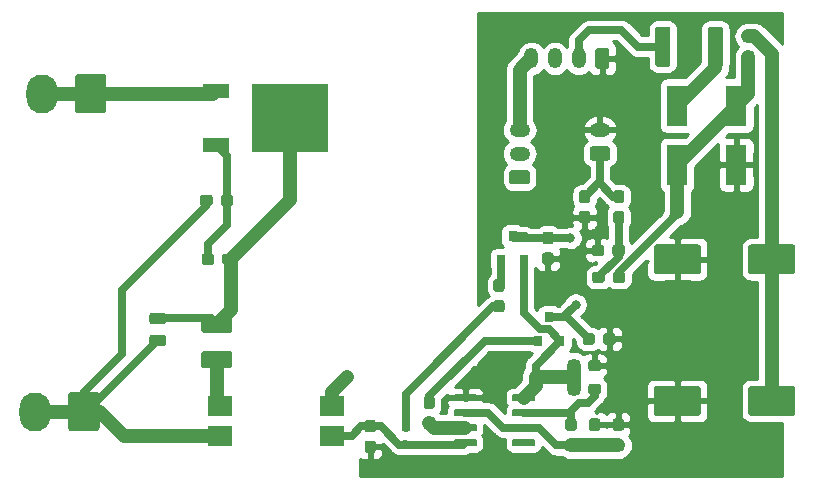
<source format=gbr>
G04 #@! TF.GenerationSoftware,KiCad,Pcbnew,5.1.5-52549c5~84~ubuntu18.04.1*
G04 #@! TF.CreationDate,2020-02-07T08:01:34-05:00*
G04 #@! TF.ProjectId,TSAL,5453414c-2e6b-4696-9361-645f70636258,rev?*
G04 #@! TF.SameCoordinates,Original*
G04 #@! TF.FileFunction,Copper,L1,Top*
G04 #@! TF.FilePolarity,Positive*
%FSLAX46Y46*%
G04 Gerber Fmt 4.6, Leading zero omitted, Abs format (unit mm)*
G04 Created by KiCad (PCBNEW 5.1.5-52549c5~84~ubuntu18.04.1) date 2020-02-07 08:01:34*
%MOMM*%
%LPD*%
G04 APERTURE LIST*
%ADD10C,0.100000*%
%ADD11O,1.200000X1.750000*%
%ADD12O,1.750000X1.200000*%
%ADD13R,0.800000X0.900000*%
%ADD14R,0.700000X0.600000*%
%ADD15R,1.800000X3.500000*%
%ADD16O,2.640000X3.300000*%
%ADD17R,6.400000X5.800000*%
%ADD18R,2.200000X1.200000*%
%ADD19R,2.000000X1.780000*%
%ADD20C,0.800000*%
%ADD21C,1.200000*%
%ADD22C,0.650000*%
%ADD23C,0.254000*%
G04 APERTURE END LIST*
G04 #@! TA.AperFunction,SMDPad,CuDef*
D10*
G36*
X163585779Y-106776144D02*
G01*
X163608834Y-106779563D01*
X163631443Y-106785227D01*
X163653387Y-106793079D01*
X163674457Y-106803044D01*
X163694448Y-106815026D01*
X163713168Y-106828910D01*
X163730438Y-106844562D01*
X163746090Y-106861832D01*
X163759974Y-106880552D01*
X163771956Y-106900543D01*
X163781921Y-106921613D01*
X163789773Y-106943557D01*
X163795437Y-106966166D01*
X163798856Y-106989221D01*
X163800000Y-107012500D01*
X163800000Y-107487500D01*
X163798856Y-107510779D01*
X163795437Y-107533834D01*
X163789773Y-107556443D01*
X163781921Y-107578387D01*
X163771956Y-107599457D01*
X163759974Y-107619448D01*
X163746090Y-107638168D01*
X163730438Y-107655438D01*
X163713168Y-107671090D01*
X163694448Y-107684974D01*
X163674457Y-107696956D01*
X163653387Y-107706921D01*
X163631443Y-107714773D01*
X163608834Y-107720437D01*
X163585779Y-107723856D01*
X163562500Y-107725000D01*
X162987500Y-107725000D01*
X162964221Y-107723856D01*
X162941166Y-107720437D01*
X162918557Y-107714773D01*
X162896613Y-107706921D01*
X162875543Y-107696956D01*
X162855552Y-107684974D01*
X162836832Y-107671090D01*
X162819562Y-107655438D01*
X162803910Y-107638168D01*
X162790026Y-107619448D01*
X162778044Y-107599457D01*
X162768079Y-107578387D01*
X162760227Y-107556443D01*
X162754563Y-107533834D01*
X162751144Y-107510779D01*
X162750000Y-107487500D01*
X162750000Y-107012500D01*
X162751144Y-106989221D01*
X162754563Y-106966166D01*
X162760227Y-106943557D01*
X162768079Y-106921613D01*
X162778044Y-106900543D01*
X162790026Y-106880552D01*
X162803910Y-106861832D01*
X162819562Y-106844562D01*
X162836832Y-106828910D01*
X162855552Y-106815026D01*
X162875543Y-106803044D01*
X162896613Y-106793079D01*
X162918557Y-106785227D01*
X162941166Y-106779563D01*
X162964221Y-106776144D01*
X162987500Y-106775000D01*
X163562500Y-106775000D01*
X163585779Y-106776144D01*
G37*
G04 #@! TD.AperFunction*
G04 #@! TA.AperFunction,SMDPad,CuDef*
G36*
X165335779Y-106776144D02*
G01*
X165358834Y-106779563D01*
X165381443Y-106785227D01*
X165403387Y-106793079D01*
X165424457Y-106803044D01*
X165444448Y-106815026D01*
X165463168Y-106828910D01*
X165480438Y-106844562D01*
X165496090Y-106861832D01*
X165509974Y-106880552D01*
X165521956Y-106900543D01*
X165531921Y-106921613D01*
X165539773Y-106943557D01*
X165545437Y-106966166D01*
X165548856Y-106989221D01*
X165550000Y-107012500D01*
X165550000Y-107487500D01*
X165548856Y-107510779D01*
X165545437Y-107533834D01*
X165539773Y-107556443D01*
X165531921Y-107578387D01*
X165521956Y-107599457D01*
X165509974Y-107619448D01*
X165496090Y-107638168D01*
X165480438Y-107655438D01*
X165463168Y-107671090D01*
X165444448Y-107684974D01*
X165424457Y-107696956D01*
X165403387Y-107706921D01*
X165381443Y-107714773D01*
X165358834Y-107720437D01*
X165335779Y-107723856D01*
X165312500Y-107725000D01*
X164737500Y-107725000D01*
X164714221Y-107723856D01*
X164691166Y-107720437D01*
X164668557Y-107714773D01*
X164646613Y-107706921D01*
X164625543Y-107696956D01*
X164605552Y-107684974D01*
X164586832Y-107671090D01*
X164569562Y-107655438D01*
X164553910Y-107638168D01*
X164540026Y-107619448D01*
X164528044Y-107599457D01*
X164518079Y-107578387D01*
X164510227Y-107556443D01*
X164504563Y-107533834D01*
X164501144Y-107510779D01*
X164500000Y-107487500D01*
X164500000Y-107012500D01*
X164501144Y-106989221D01*
X164504563Y-106966166D01*
X164510227Y-106943557D01*
X164518079Y-106921613D01*
X164528044Y-106900543D01*
X164540026Y-106880552D01*
X164553910Y-106861832D01*
X164569562Y-106844562D01*
X164586832Y-106828910D01*
X164605552Y-106815026D01*
X164625543Y-106803044D01*
X164646613Y-106793079D01*
X164668557Y-106785227D01*
X164691166Y-106779563D01*
X164714221Y-106776144D01*
X164737500Y-106775000D01*
X165312500Y-106775000D01*
X165335779Y-106776144D01*
G37*
G04 #@! TD.AperFunction*
G04 #@! TA.AperFunction,SMDPad,CuDef*
G36*
X163635779Y-109051144D02*
G01*
X163658834Y-109054563D01*
X163681443Y-109060227D01*
X163703387Y-109068079D01*
X163724457Y-109078044D01*
X163744448Y-109090026D01*
X163763168Y-109103910D01*
X163780438Y-109119562D01*
X163796090Y-109136832D01*
X163809974Y-109155552D01*
X163821956Y-109175543D01*
X163831921Y-109196613D01*
X163839773Y-109218557D01*
X163845437Y-109241166D01*
X163848856Y-109264221D01*
X163850000Y-109287500D01*
X163850000Y-109762500D01*
X163848856Y-109785779D01*
X163845437Y-109808834D01*
X163839773Y-109831443D01*
X163831921Y-109853387D01*
X163821956Y-109874457D01*
X163809974Y-109894448D01*
X163796090Y-109913168D01*
X163780438Y-109930438D01*
X163763168Y-109946090D01*
X163744448Y-109959974D01*
X163724457Y-109971956D01*
X163703387Y-109981921D01*
X163681443Y-109989773D01*
X163658834Y-109995437D01*
X163635779Y-109998856D01*
X163612500Y-110000000D01*
X163037500Y-110000000D01*
X163014221Y-109998856D01*
X162991166Y-109995437D01*
X162968557Y-109989773D01*
X162946613Y-109981921D01*
X162925543Y-109971956D01*
X162905552Y-109959974D01*
X162886832Y-109946090D01*
X162869562Y-109930438D01*
X162853910Y-109913168D01*
X162840026Y-109894448D01*
X162828044Y-109874457D01*
X162818079Y-109853387D01*
X162810227Y-109831443D01*
X162804563Y-109808834D01*
X162801144Y-109785779D01*
X162800000Y-109762500D01*
X162800000Y-109287500D01*
X162801144Y-109264221D01*
X162804563Y-109241166D01*
X162810227Y-109218557D01*
X162818079Y-109196613D01*
X162828044Y-109175543D01*
X162840026Y-109155552D01*
X162853910Y-109136832D01*
X162869562Y-109119562D01*
X162886832Y-109103910D01*
X162905552Y-109090026D01*
X162925543Y-109078044D01*
X162946613Y-109068079D01*
X162968557Y-109060227D01*
X162991166Y-109054563D01*
X163014221Y-109051144D01*
X163037500Y-109050000D01*
X163612500Y-109050000D01*
X163635779Y-109051144D01*
G37*
G04 #@! TD.AperFunction*
G04 #@! TA.AperFunction,SMDPad,CuDef*
G36*
X165385779Y-109051144D02*
G01*
X165408834Y-109054563D01*
X165431443Y-109060227D01*
X165453387Y-109068079D01*
X165474457Y-109078044D01*
X165494448Y-109090026D01*
X165513168Y-109103910D01*
X165530438Y-109119562D01*
X165546090Y-109136832D01*
X165559974Y-109155552D01*
X165571956Y-109175543D01*
X165581921Y-109196613D01*
X165589773Y-109218557D01*
X165595437Y-109241166D01*
X165598856Y-109264221D01*
X165600000Y-109287500D01*
X165600000Y-109762500D01*
X165598856Y-109785779D01*
X165595437Y-109808834D01*
X165589773Y-109831443D01*
X165581921Y-109853387D01*
X165571956Y-109874457D01*
X165559974Y-109894448D01*
X165546090Y-109913168D01*
X165530438Y-109930438D01*
X165513168Y-109946090D01*
X165494448Y-109959974D01*
X165474457Y-109971956D01*
X165453387Y-109981921D01*
X165431443Y-109989773D01*
X165408834Y-109995437D01*
X165385779Y-109998856D01*
X165362500Y-110000000D01*
X164787500Y-110000000D01*
X164764221Y-109998856D01*
X164741166Y-109995437D01*
X164718557Y-109989773D01*
X164696613Y-109981921D01*
X164675543Y-109971956D01*
X164655552Y-109959974D01*
X164636832Y-109946090D01*
X164619562Y-109930438D01*
X164603910Y-109913168D01*
X164590026Y-109894448D01*
X164578044Y-109874457D01*
X164568079Y-109853387D01*
X164560227Y-109831443D01*
X164554563Y-109808834D01*
X164551144Y-109785779D01*
X164550000Y-109762500D01*
X164550000Y-109287500D01*
X164551144Y-109264221D01*
X164554563Y-109241166D01*
X164560227Y-109218557D01*
X164568079Y-109196613D01*
X164578044Y-109175543D01*
X164590026Y-109155552D01*
X164603910Y-109136832D01*
X164619562Y-109119562D01*
X164636832Y-109103910D01*
X164655552Y-109090026D01*
X164675543Y-109078044D01*
X164696613Y-109068079D01*
X164718557Y-109060227D01*
X164741166Y-109054563D01*
X164764221Y-109051144D01*
X164787500Y-109050000D01*
X165362500Y-109050000D01*
X165385779Y-109051144D01*
G37*
G04 #@! TD.AperFunction*
D11*
X157650000Y-91000000D03*
X159650000Y-91000000D03*
X161650000Y-91000000D03*
G04 #@! TA.AperFunction,ComponentPad*
D10*
G36*
X164024505Y-90126204D02*
G01*
X164048773Y-90129804D01*
X164072572Y-90135765D01*
X164095671Y-90144030D01*
X164117850Y-90154520D01*
X164138893Y-90167132D01*
X164158599Y-90181747D01*
X164176777Y-90198223D01*
X164193253Y-90216401D01*
X164207868Y-90236107D01*
X164220480Y-90257150D01*
X164230970Y-90279329D01*
X164239235Y-90302428D01*
X164245196Y-90326227D01*
X164248796Y-90350495D01*
X164250000Y-90374999D01*
X164250000Y-91625001D01*
X164248796Y-91649505D01*
X164245196Y-91673773D01*
X164239235Y-91697572D01*
X164230970Y-91720671D01*
X164220480Y-91742850D01*
X164207868Y-91763893D01*
X164193253Y-91783599D01*
X164176777Y-91801777D01*
X164158599Y-91818253D01*
X164138893Y-91832868D01*
X164117850Y-91845480D01*
X164095671Y-91855970D01*
X164072572Y-91864235D01*
X164048773Y-91870196D01*
X164024505Y-91873796D01*
X164000001Y-91875000D01*
X163299999Y-91875000D01*
X163275495Y-91873796D01*
X163251227Y-91870196D01*
X163227428Y-91864235D01*
X163204329Y-91855970D01*
X163182150Y-91845480D01*
X163161107Y-91832868D01*
X163141401Y-91818253D01*
X163123223Y-91801777D01*
X163106747Y-91783599D01*
X163092132Y-91763893D01*
X163079520Y-91742850D01*
X163069030Y-91720671D01*
X163060765Y-91697572D01*
X163054804Y-91673773D01*
X163051204Y-91649505D01*
X163050000Y-91625001D01*
X163050000Y-90374999D01*
X163051204Y-90350495D01*
X163054804Y-90326227D01*
X163060765Y-90302428D01*
X163069030Y-90279329D01*
X163079520Y-90257150D01*
X163092132Y-90236107D01*
X163106747Y-90216401D01*
X163123223Y-90198223D01*
X163141401Y-90181747D01*
X163161107Y-90167132D01*
X163182150Y-90154520D01*
X163204329Y-90144030D01*
X163227428Y-90135765D01*
X163251227Y-90129804D01*
X163275495Y-90126204D01*
X163299999Y-90125000D01*
X164000001Y-90125000D01*
X164024505Y-90126204D01*
G37*
G04 #@! TD.AperFunction*
G04 #@! TA.AperFunction,SMDPad,CuDef*
G36*
X165310779Y-103926144D02*
G01*
X165333834Y-103929563D01*
X165356443Y-103935227D01*
X165378387Y-103943079D01*
X165399457Y-103953044D01*
X165419448Y-103965026D01*
X165438168Y-103978910D01*
X165455438Y-103994562D01*
X165471090Y-104011832D01*
X165484974Y-104030552D01*
X165496956Y-104050543D01*
X165506921Y-104071613D01*
X165514773Y-104093557D01*
X165520437Y-104116166D01*
X165523856Y-104139221D01*
X165525000Y-104162500D01*
X165525000Y-104737500D01*
X165523856Y-104760779D01*
X165520437Y-104783834D01*
X165514773Y-104806443D01*
X165506921Y-104828387D01*
X165496956Y-104849457D01*
X165484974Y-104869448D01*
X165471090Y-104888168D01*
X165455438Y-104905438D01*
X165438168Y-104921090D01*
X165419448Y-104934974D01*
X165399457Y-104946956D01*
X165378387Y-104956921D01*
X165356443Y-104964773D01*
X165333834Y-104970437D01*
X165310779Y-104973856D01*
X165287500Y-104975000D01*
X164812500Y-104975000D01*
X164789221Y-104973856D01*
X164766166Y-104970437D01*
X164743557Y-104964773D01*
X164721613Y-104956921D01*
X164700543Y-104946956D01*
X164680552Y-104934974D01*
X164661832Y-104921090D01*
X164644562Y-104905438D01*
X164628910Y-104888168D01*
X164615026Y-104869448D01*
X164603044Y-104849457D01*
X164593079Y-104828387D01*
X164585227Y-104806443D01*
X164579563Y-104783834D01*
X164576144Y-104760779D01*
X164575000Y-104737500D01*
X164575000Y-104162500D01*
X164576144Y-104139221D01*
X164579563Y-104116166D01*
X164585227Y-104093557D01*
X164593079Y-104071613D01*
X164603044Y-104050543D01*
X164615026Y-104030552D01*
X164628910Y-104011832D01*
X164644562Y-103994562D01*
X164661832Y-103978910D01*
X164680552Y-103965026D01*
X164700543Y-103953044D01*
X164721613Y-103943079D01*
X164743557Y-103935227D01*
X164766166Y-103929563D01*
X164789221Y-103926144D01*
X164812500Y-103925000D01*
X165287500Y-103925000D01*
X165310779Y-103926144D01*
G37*
G04 #@! TD.AperFunction*
G04 #@! TA.AperFunction,SMDPad,CuDef*
G36*
X165310779Y-102176144D02*
G01*
X165333834Y-102179563D01*
X165356443Y-102185227D01*
X165378387Y-102193079D01*
X165399457Y-102203044D01*
X165419448Y-102215026D01*
X165438168Y-102228910D01*
X165455438Y-102244562D01*
X165471090Y-102261832D01*
X165484974Y-102280552D01*
X165496956Y-102300543D01*
X165506921Y-102321613D01*
X165514773Y-102343557D01*
X165520437Y-102366166D01*
X165523856Y-102389221D01*
X165525000Y-102412500D01*
X165525000Y-102987500D01*
X165523856Y-103010779D01*
X165520437Y-103033834D01*
X165514773Y-103056443D01*
X165506921Y-103078387D01*
X165496956Y-103099457D01*
X165484974Y-103119448D01*
X165471090Y-103138168D01*
X165455438Y-103155438D01*
X165438168Y-103171090D01*
X165419448Y-103184974D01*
X165399457Y-103196956D01*
X165378387Y-103206921D01*
X165356443Y-103214773D01*
X165333834Y-103220437D01*
X165310779Y-103223856D01*
X165287500Y-103225000D01*
X164812500Y-103225000D01*
X164789221Y-103223856D01*
X164766166Y-103220437D01*
X164743557Y-103214773D01*
X164721613Y-103206921D01*
X164700543Y-103196956D01*
X164680552Y-103184974D01*
X164661832Y-103171090D01*
X164644562Y-103155438D01*
X164628910Y-103138168D01*
X164615026Y-103119448D01*
X164603044Y-103099457D01*
X164593079Y-103078387D01*
X164585227Y-103056443D01*
X164579563Y-103033834D01*
X164576144Y-103010779D01*
X164575000Y-102987500D01*
X164575000Y-102412500D01*
X164576144Y-102389221D01*
X164579563Y-102366166D01*
X164585227Y-102343557D01*
X164593079Y-102321613D01*
X164603044Y-102300543D01*
X164615026Y-102280552D01*
X164628910Y-102261832D01*
X164644562Y-102244562D01*
X164661832Y-102228910D01*
X164680552Y-102215026D01*
X164700543Y-102203044D01*
X164721613Y-102193079D01*
X164743557Y-102185227D01*
X164766166Y-102179563D01*
X164789221Y-102176144D01*
X164812500Y-102175000D01*
X165287500Y-102175000D01*
X165310779Y-102176144D01*
G37*
G04 #@! TD.AperFunction*
G04 #@! TA.AperFunction,SMDPad,CuDef*
G36*
X162410779Y-102176144D02*
G01*
X162433834Y-102179563D01*
X162456443Y-102185227D01*
X162478387Y-102193079D01*
X162499457Y-102203044D01*
X162519448Y-102215026D01*
X162538168Y-102228910D01*
X162555438Y-102244562D01*
X162571090Y-102261832D01*
X162584974Y-102280552D01*
X162596956Y-102300543D01*
X162606921Y-102321613D01*
X162614773Y-102343557D01*
X162620437Y-102366166D01*
X162623856Y-102389221D01*
X162625000Y-102412500D01*
X162625000Y-102987500D01*
X162623856Y-103010779D01*
X162620437Y-103033834D01*
X162614773Y-103056443D01*
X162606921Y-103078387D01*
X162596956Y-103099457D01*
X162584974Y-103119448D01*
X162571090Y-103138168D01*
X162555438Y-103155438D01*
X162538168Y-103171090D01*
X162519448Y-103184974D01*
X162499457Y-103196956D01*
X162478387Y-103206921D01*
X162456443Y-103214773D01*
X162433834Y-103220437D01*
X162410779Y-103223856D01*
X162387500Y-103225000D01*
X161912500Y-103225000D01*
X161889221Y-103223856D01*
X161866166Y-103220437D01*
X161843557Y-103214773D01*
X161821613Y-103206921D01*
X161800543Y-103196956D01*
X161780552Y-103184974D01*
X161761832Y-103171090D01*
X161744562Y-103155438D01*
X161728910Y-103138168D01*
X161715026Y-103119448D01*
X161703044Y-103099457D01*
X161693079Y-103078387D01*
X161685227Y-103056443D01*
X161679563Y-103033834D01*
X161676144Y-103010779D01*
X161675000Y-102987500D01*
X161675000Y-102412500D01*
X161676144Y-102389221D01*
X161679563Y-102366166D01*
X161685227Y-102343557D01*
X161693079Y-102321613D01*
X161703044Y-102300543D01*
X161715026Y-102280552D01*
X161728910Y-102261832D01*
X161744562Y-102244562D01*
X161761832Y-102228910D01*
X161780552Y-102215026D01*
X161800543Y-102203044D01*
X161821613Y-102193079D01*
X161843557Y-102185227D01*
X161866166Y-102179563D01*
X161889221Y-102176144D01*
X161912500Y-102175000D01*
X162387500Y-102175000D01*
X162410779Y-102176144D01*
G37*
G04 #@! TD.AperFunction*
G04 #@! TA.AperFunction,SMDPad,CuDef*
G36*
X162410779Y-103926144D02*
G01*
X162433834Y-103929563D01*
X162456443Y-103935227D01*
X162478387Y-103943079D01*
X162499457Y-103953044D01*
X162519448Y-103965026D01*
X162538168Y-103978910D01*
X162555438Y-103994562D01*
X162571090Y-104011832D01*
X162584974Y-104030552D01*
X162596956Y-104050543D01*
X162606921Y-104071613D01*
X162614773Y-104093557D01*
X162620437Y-104116166D01*
X162623856Y-104139221D01*
X162625000Y-104162500D01*
X162625000Y-104737500D01*
X162623856Y-104760779D01*
X162620437Y-104783834D01*
X162614773Y-104806443D01*
X162606921Y-104828387D01*
X162596956Y-104849457D01*
X162584974Y-104869448D01*
X162571090Y-104888168D01*
X162555438Y-104905438D01*
X162538168Y-104921090D01*
X162519448Y-104934974D01*
X162499457Y-104946956D01*
X162478387Y-104956921D01*
X162456443Y-104964773D01*
X162433834Y-104970437D01*
X162410779Y-104973856D01*
X162387500Y-104975000D01*
X161912500Y-104975000D01*
X161889221Y-104973856D01*
X161866166Y-104970437D01*
X161843557Y-104964773D01*
X161821613Y-104956921D01*
X161800543Y-104946956D01*
X161780552Y-104934974D01*
X161761832Y-104921090D01*
X161744562Y-104905438D01*
X161728910Y-104888168D01*
X161715026Y-104869448D01*
X161703044Y-104849457D01*
X161693079Y-104828387D01*
X161685227Y-104806443D01*
X161679563Y-104783834D01*
X161676144Y-104760779D01*
X161675000Y-104737500D01*
X161675000Y-104162500D01*
X161676144Y-104139221D01*
X161679563Y-104116166D01*
X161685227Y-104093557D01*
X161693079Y-104071613D01*
X161703044Y-104050543D01*
X161715026Y-104030552D01*
X161728910Y-104011832D01*
X161744562Y-103994562D01*
X161761832Y-103978910D01*
X161780552Y-103965026D01*
X161800543Y-103953044D01*
X161821613Y-103943079D01*
X161843557Y-103935227D01*
X161866166Y-103929563D01*
X161889221Y-103926144D01*
X161912500Y-103925000D01*
X162387500Y-103925000D01*
X162410779Y-103926144D01*
G37*
G04 #@! TD.AperFunction*
D12*
X163450000Y-97050000D03*
G04 #@! TA.AperFunction,ComponentPad*
D10*
G36*
X164099505Y-98451204D02*
G01*
X164123773Y-98454804D01*
X164147572Y-98460765D01*
X164170671Y-98469030D01*
X164192850Y-98479520D01*
X164213893Y-98492132D01*
X164233599Y-98506747D01*
X164251777Y-98523223D01*
X164268253Y-98541401D01*
X164282868Y-98561107D01*
X164295480Y-98582150D01*
X164305970Y-98604329D01*
X164314235Y-98627428D01*
X164320196Y-98651227D01*
X164323796Y-98675495D01*
X164325000Y-98699999D01*
X164325000Y-99400001D01*
X164323796Y-99424505D01*
X164320196Y-99448773D01*
X164314235Y-99472572D01*
X164305970Y-99495671D01*
X164295480Y-99517850D01*
X164282868Y-99538893D01*
X164268253Y-99558599D01*
X164251777Y-99576777D01*
X164233599Y-99593253D01*
X164213893Y-99607868D01*
X164192850Y-99620480D01*
X164170671Y-99630970D01*
X164147572Y-99639235D01*
X164123773Y-99645196D01*
X164099505Y-99648796D01*
X164075001Y-99650000D01*
X162824999Y-99650000D01*
X162800495Y-99648796D01*
X162776227Y-99645196D01*
X162752428Y-99639235D01*
X162729329Y-99630970D01*
X162707150Y-99620480D01*
X162686107Y-99607868D01*
X162666401Y-99593253D01*
X162648223Y-99576777D01*
X162631747Y-99558599D01*
X162617132Y-99538893D01*
X162604520Y-99517850D01*
X162594030Y-99495671D01*
X162585765Y-99472572D01*
X162579804Y-99448773D01*
X162576204Y-99424505D01*
X162575000Y-99400001D01*
X162575000Y-98699999D01*
X162576204Y-98675495D01*
X162579804Y-98651227D01*
X162585765Y-98627428D01*
X162594030Y-98604329D01*
X162604520Y-98582150D01*
X162617132Y-98561107D01*
X162631747Y-98541401D01*
X162648223Y-98523223D01*
X162666401Y-98506747D01*
X162686107Y-98492132D01*
X162707150Y-98479520D01*
X162729329Y-98469030D01*
X162752428Y-98460765D01*
X162776227Y-98454804D01*
X162800495Y-98451204D01*
X162824999Y-98450000D01*
X164075001Y-98450000D01*
X164099505Y-98451204D01*
G37*
G04 #@! TD.AperFunction*
D12*
X156650000Y-97050000D03*
X156650000Y-99050000D03*
G04 #@! TA.AperFunction,ComponentPad*
D10*
G36*
X157299505Y-100451204D02*
G01*
X157323773Y-100454804D01*
X157347572Y-100460765D01*
X157370671Y-100469030D01*
X157392850Y-100479520D01*
X157413893Y-100492132D01*
X157433599Y-100506747D01*
X157451777Y-100523223D01*
X157468253Y-100541401D01*
X157482868Y-100561107D01*
X157495480Y-100582150D01*
X157505970Y-100604329D01*
X157514235Y-100627428D01*
X157520196Y-100651227D01*
X157523796Y-100675495D01*
X157525000Y-100699999D01*
X157525000Y-101400001D01*
X157523796Y-101424505D01*
X157520196Y-101448773D01*
X157514235Y-101472572D01*
X157505970Y-101495671D01*
X157495480Y-101517850D01*
X157482868Y-101538893D01*
X157468253Y-101558599D01*
X157451777Y-101576777D01*
X157433599Y-101593253D01*
X157413893Y-101607868D01*
X157392850Y-101620480D01*
X157370671Y-101630970D01*
X157347572Y-101639235D01*
X157323773Y-101645196D01*
X157299505Y-101648796D01*
X157275001Y-101650000D01*
X156024999Y-101650000D01*
X156000495Y-101648796D01*
X155976227Y-101645196D01*
X155952428Y-101639235D01*
X155929329Y-101630970D01*
X155907150Y-101620480D01*
X155886107Y-101607868D01*
X155866401Y-101593253D01*
X155848223Y-101576777D01*
X155831747Y-101558599D01*
X155817132Y-101538893D01*
X155804520Y-101517850D01*
X155794030Y-101495671D01*
X155785765Y-101472572D01*
X155779804Y-101448773D01*
X155776204Y-101424505D01*
X155775000Y-101400001D01*
X155775000Y-100699999D01*
X155776204Y-100675495D01*
X155779804Y-100651227D01*
X155785765Y-100627428D01*
X155794030Y-100604329D01*
X155804520Y-100582150D01*
X155817132Y-100561107D01*
X155831747Y-100541401D01*
X155848223Y-100523223D01*
X155866401Y-100506747D01*
X155886107Y-100492132D01*
X155907150Y-100479520D01*
X155929329Y-100469030D01*
X155952428Y-100460765D01*
X155976227Y-100454804D01*
X156000495Y-100451204D01*
X156024999Y-100450000D01*
X157275001Y-100450000D01*
X157299505Y-100451204D01*
G37*
G04 #@! TD.AperFunction*
G04 #@! TA.AperFunction,SMDPad,CuDef*
G36*
X130560779Y-107526144D02*
G01*
X130583834Y-107529563D01*
X130606443Y-107535227D01*
X130628387Y-107543079D01*
X130649457Y-107553044D01*
X130669448Y-107565026D01*
X130688168Y-107578910D01*
X130705438Y-107594562D01*
X130721090Y-107611832D01*
X130734974Y-107630552D01*
X130746956Y-107650543D01*
X130756921Y-107671613D01*
X130764773Y-107693557D01*
X130770437Y-107716166D01*
X130773856Y-107739221D01*
X130775000Y-107762500D01*
X130775000Y-108237500D01*
X130773856Y-108260779D01*
X130770437Y-108283834D01*
X130764773Y-108306443D01*
X130756921Y-108328387D01*
X130746956Y-108349457D01*
X130734974Y-108369448D01*
X130721090Y-108388168D01*
X130705438Y-108405438D01*
X130688168Y-108421090D01*
X130669448Y-108434974D01*
X130649457Y-108446956D01*
X130628387Y-108456921D01*
X130606443Y-108464773D01*
X130583834Y-108470437D01*
X130560779Y-108473856D01*
X130537500Y-108475000D01*
X129962500Y-108475000D01*
X129939221Y-108473856D01*
X129916166Y-108470437D01*
X129893557Y-108464773D01*
X129871613Y-108456921D01*
X129850543Y-108446956D01*
X129830552Y-108434974D01*
X129811832Y-108421090D01*
X129794562Y-108405438D01*
X129778910Y-108388168D01*
X129765026Y-108369448D01*
X129753044Y-108349457D01*
X129743079Y-108328387D01*
X129735227Y-108306443D01*
X129729563Y-108283834D01*
X129726144Y-108260779D01*
X129725000Y-108237500D01*
X129725000Y-107762500D01*
X129726144Y-107739221D01*
X129729563Y-107716166D01*
X129735227Y-107693557D01*
X129743079Y-107671613D01*
X129753044Y-107650543D01*
X129765026Y-107630552D01*
X129778910Y-107611832D01*
X129794562Y-107594562D01*
X129811832Y-107578910D01*
X129830552Y-107565026D01*
X129850543Y-107553044D01*
X129871613Y-107543079D01*
X129893557Y-107535227D01*
X129916166Y-107529563D01*
X129939221Y-107526144D01*
X129962500Y-107525000D01*
X130537500Y-107525000D01*
X130560779Y-107526144D01*
G37*
G04 #@! TD.AperFunction*
G04 #@! TA.AperFunction,SMDPad,CuDef*
G36*
X132310779Y-107526144D02*
G01*
X132333834Y-107529563D01*
X132356443Y-107535227D01*
X132378387Y-107543079D01*
X132399457Y-107553044D01*
X132419448Y-107565026D01*
X132438168Y-107578910D01*
X132455438Y-107594562D01*
X132471090Y-107611832D01*
X132484974Y-107630552D01*
X132496956Y-107650543D01*
X132506921Y-107671613D01*
X132514773Y-107693557D01*
X132520437Y-107716166D01*
X132523856Y-107739221D01*
X132525000Y-107762500D01*
X132525000Y-108237500D01*
X132523856Y-108260779D01*
X132520437Y-108283834D01*
X132514773Y-108306443D01*
X132506921Y-108328387D01*
X132496956Y-108349457D01*
X132484974Y-108369448D01*
X132471090Y-108388168D01*
X132455438Y-108405438D01*
X132438168Y-108421090D01*
X132419448Y-108434974D01*
X132399457Y-108446956D01*
X132378387Y-108456921D01*
X132356443Y-108464773D01*
X132333834Y-108470437D01*
X132310779Y-108473856D01*
X132287500Y-108475000D01*
X131712500Y-108475000D01*
X131689221Y-108473856D01*
X131666166Y-108470437D01*
X131643557Y-108464773D01*
X131621613Y-108456921D01*
X131600543Y-108446956D01*
X131580552Y-108434974D01*
X131561832Y-108421090D01*
X131544562Y-108405438D01*
X131528910Y-108388168D01*
X131515026Y-108369448D01*
X131503044Y-108349457D01*
X131493079Y-108328387D01*
X131485227Y-108306443D01*
X131479563Y-108283834D01*
X131476144Y-108260779D01*
X131475000Y-108237500D01*
X131475000Y-107762500D01*
X131476144Y-107739221D01*
X131479563Y-107716166D01*
X131485227Y-107693557D01*
X131493079Y-107671613D01*
X131503044Y-107650543D01*
X131515026Y-107630552D01*
X131528910Y-107611832D01*
X131544562Y-107594562D01*
X131561832Y-107578910D01*
X131580552Y-107565026D01*
X131600543Y-107553044D01*
X131621613Y-107543079D01*
X131643557Y-107535227D01*
X131666166Y-107529563D01*
X131689221Y-107526144D01*
X131712500Y-107525000D01*
X132287500Y-107525000D01*
X132310779Y-107526144D01*
G37*
G04 #@! TD.AperFunction*
G04 #@! TA.AperFunction,SMDPad,CuDef*
G36*
X157839703Y-119430722D02*
G01*
X157854264Y-119432882D01*
X157868543Y-119436459D01*
X157882403Y-119441418D01*
X157895710Y-119447712D01*
X157908336Y-119455280D01*
X157920159Y-119464048D01*
X157931066Y-119473934D01*
X157940952Y-119484841D01*
X157949720Y-119496664D01*
X157957288Y-119509290D01*
X157963582Y-119522597D01*
X157968541Y-119536457D01*
X157972118Y-119550736D01*
X157974278Y-119565297D01*
X157975000Y-119580000D01*
X157975000Y-119880000D01*
X157974278Y-119894703D01*
X157972118Y-119909264D01*
X157968541Y-119923543D01*
X157963582Y-119937403D01*
X157957288Y-119950710D01*
X157949720Y-119963336D01*
X157940952Y-119975159D01*
X157931066Y-119986066D01*
X157920159Y-119995952D01*
X157908336Y-120004720D01*
X157895710Y-120012288D01*
X157882403Y-120018582D01*
X157868543Y-120023541D01*
X157854264Y-120027118D01*
X157839703Y-120029278D01*
X157825000Y-120030000D01*
X156175000Y-120030000D01*
X156160297Y-120029278D01*
X156145736Y-120027118D01*
X156131457Y-120023541D01*
X156117597Y-120018582D01*
X156104290Y-120012288D01*
X156091664Y-120004720D01*
X156079841Y-119995952D01*
X156068934Y-119986066D01*
X156059048Y-119975159D01*
X156050280Y-119963336D01*
X156042712Y-119950710D01*
X156036418Y-119937403D01*
X156031459Y-119923543D01*
X156027882Y-119909264D01*
X156025722Y-119894703D01*
X156025000Y-119880000D01*
X156025000Y-119580000D01*
X156025722Y-119565297D01*
X156027882Y-119550736D01*
X156031459Y-119536457D01*
X156036418Y-119522597D01*
X156042712Y-119509290D01*
X156050280Y-119496664D01*
X156059048Y-119484841D01*
X156068934Y-119473934D01*
X156079841Y-119464048D01*
X156091664Y-119455280D01*
X156104290Y-119447712D01*
X156117597Y-119441418D01*
X156131457Y-119436459D01*
X156145736Y-119432882D01*
X156160297Y-119430722D01*
X156175000Y-119430000D01*
X157825000Y-119430000D01*
X157839703Y-119430722D01*
G37*
G04 #@! TD.AperFunction*
G04 #@! TA.AperFunction,SMDPad,CuDef*
G36*
X157839703Y-120700722D02*
G01*
X157854264Y-120702882D01*
X157868543Y-120706459D01*
X157882403Y-120711418D01*
X157895710Y-120717712D01*
X157908336Y-120725280D01*
X157920159Y-120734048D01*
X157931066Y-120743934D01*
X157940952Y-120754841D01*
X157949720Y-120766664D01*
X157957288Y-120779290D01*
X157963582Y-120792597D01*
X157968541Y-120806457D01*
X157972118Y-120820736D01*
X157974278Y-120835297D01*
X157975000Y-120850000D01*
X157975000Y-121150000D01*
X157974278Y-121164703D01*
X157972118Y-121179264D01*
X157968541Y-121193543D01*
X157963582Y-121207403D01*
X157957288Y-121220710D01*
X157949720Y-121233336D01*
X157940952Y-121245159D01*
X157931066Y-121256066D01*
X157920159Y-121265952D01*
X157908336Y-121274720D01*
X157895710Y-121282288D01*
X157882403Y-121288582D01*
X157868543Y-121293541D01*
X157854264Y-121297118D01*
X157839703Y-121299278D01*
X157825000Y-121300000D01*
X156175000Y-121300000D01*
X156160297Y-121299278D01*
X156145736Y-121297118D01*
X156131457Y-121293541D01*
X156117597Y-121288582D01*
X156104290Y-121282288D01*
X156091664Y-121274720D01*
X156079841Y-121265952D01*
X156068934Y-121256066D01*
X156059048Y-121245159D01*
X156050280Y-121233336D01*
X156042712Y-121220710D01*
X156036418Y-121207403D01*
X156031459Y-121193543D01*
X156027882Y-121179264D01*
X156025722Y-121164703D01*
X156025000Y-121150000D01*
X156025000Y-120850000D01*
X156025722Y-120835297D01*
X156027882Y-120820736D01*
X156031459Y-120806457D01*
X156036418Y-120792597D01*
X156042712Y-120779290D01*
X156050280Y-120766664D01*
X156059048Y-120754841D01*
X156068934Y-120743934D01*
X156079841Y-120734048D01*
X156091664Y-120725280D01*
X156104290Y-120717712D01*
X156117597Y-120711418D01*
X156131457Y-120706459D01*
X156145736Y-120702882D01*
X156160297Y-120700722D01*
X156175000Y-120700000D01*
X157825000Y-120700000D01*
X157839703Y-120700722D01*
G37*
G04 #@! TD.AperFunction*
G04 #@! TA.AperFunction,SMDPad,CuDef*
G36*
X157839703Y-121970722D02*
G01*
X157854264Y-121972882D01*
X157868543Y-121976459D01*
X157882403Y-121981418D01*
X157895710Y-121987712D01*
X157908336Y-121995280D01*
X157920159Y-122004048D01*
X157931066Y-122013934D01*
X157940952Y-122024841D01*
X157949720Y-122036664D01*
X157957288Y-122049290D01*
X157963582Y-122062597D01*
X157968541Y-122076457D01*
X157972118Y-122090736D01*
X157974278Y-122105297D01*
X157975000Y-122120000D01*
X157975000Y-122420000D01*
X157974278Y-122434703D01*
X157972118Y-122449264D01*
X157968541Y-122463543D01*
X157963582Y-122477403D01*
X157957288Y-122490710D01*
X157949720Y-122503336D01*
X157940952Y-122515159D01*
X157931066Y-122526066D01*
X157920159Y-122535952D01*
X157908336Y-122544720D01*
X157895710Y-122552288D01*
X157882403Y-122558582D01*
X157868543Y-122563541D01*
X157854264Y-122567118D01*
X157839703Y-122569278D01*
X157825000Y-122570000D01*
X156175000Y-122570000D01*
X156160297Y-122569278D01*
X156145736Y-122567118D01*
X156131457Y-122563541D01*
X156117597Y-122558582D01*
X156104290Y-122552288D01*
X156091664Y-122544720D01*
X156079841Y-122535952D01*
X156068934Y-122526066D01*
X156059048Y-122515159D01*
X156050280Y-122503336D01*
X156042712Y-122490710D01*
X156036418Y-122477403D01*
X156031459Y-122463543D01*
X156027882Y-122449264D01*
X156025722Y-122434703D01*
X156025000Y-122420000D01*
X156025000Y-122120000D01*
X156025722Y-122105297D01*
X156027882Y-122090736D01*
X156031459Y-122076457D01*
X156036418Y-122062597D01*
X156042712Y-122049290D01*
X156050280Y-122036664D01*
X156059048Y-122024841D01*
X156068934Y-122013934D01*
X156079841Y-122004048D01*
X156091664Y-121995280D01*
X156104290Y-121987712D01*
X156117597Y-121981418D01*
X156131457Y-121976459D01*
X156145736Y-121972882D01*
X156160297Y-121970722D01*
X156175000Y-121970000D01*
X157825000Y-121970000D01*
X157839703Y-121970722D01*
G37*
G04 #@! TD.AperFunction*
G04 #@! TA.AperFunction,SMDPad,CuDef*
G36*
X157839703Y-123240722D02*
G01*
X157854264Y-123242882D01*
X157868543Y-123246459D01*
X157882403Y-123251418D01*
X157895710Y-123257712D01*
X157908336Y-123265280D01*
X157920159Y-123274048D01*
X157931066Y-123283934D01*
X157940952Y-123294841D01*
X157949720Y-123306664D01*
X157957288Y-123319290D01*
X157963582Y-123332597D01*
X157968541Y-123346457D01*
X157972118Y-123360736D01*
X157974278Y-123375297D01*
X157975000Y-123390000D01*
X157975000Y-123690000D01*
X157974278Y-123704703D01*
X157972118Y-123719264D01*
X157968541Y-123733543D01*
X157963582Y-123747403D01*
X157957288Y-123760710D01*
X157949720Y-123773336D01*
X157940952Y-123785159D01*
X157931066Y-123796066D01*
X157920159Y-123805952D01*
X157908336Y-123814720D01*
X157895710Y-123822288D01*
X157882403Y-123828582D01*
X157868543Y-123833541D01*
X157854264Y-123837118D01*
X157839703Y-123839278D01*
X157825000Y-123840000D01*
X156175000Y-123840000D01*
X156160297Y-123839278D01*
X156145736Y-123837118D01*
X156131457Y-123833541D01*
X156117597Y-123828582D01*
X156104290Y-123822288D01*
X156091664Y-123814720D01*
X156079841Y-123805952D01*
X156068934Y-123796066D01*
X156059048Y-123785159D01*
X156050280Y-123773336D01*
X156042712Y-123760710D01*
X156036418Y-123747403D01*
X156031459Y-123733543D01*
X156027882Y-123719264D01*
X156025722Y-123704703D01*
X156025000Y-123690000D01*
X156025000Y-123390000D01*
X156025722Y-123375297D01*
X156027882Y-123360736D01*
X156031459Y-123346457D01*
X156036418Y-123332597D01*
X156042712Y-123319290D01*
X156050280Y-123306664D01*
X156059048Y-123294841D01*
X156068934Y-123283934D01*
X156079841Y-123274048D01*
X156091664Y-123265280D01*
X156104290Y-123257712D01*
X156117597Y-123251418D01*
X156131457Y-123246459D01*
X156145736Y-123242882D01*
X156160297Y-123240722D01*
X156175000Y-123240000D01*
X157825000Y-123240000D01*
X157839703Y-123240722D01*
G37*
G04 #@! TD.AperFunction*
G04 #@! TA.AperFunction,SMDPad,CuDef*
G36*
X152889703Y-123240722D02*
G01*
X152904264Y-123242882D01*
X152918543Y-123246459D01*
X152932403Y-123251418D01*
X152945710Y-123257712D01*
X152958336Y-123265280D01*
X152970159Y-123274048D01*
X152981066Y-123283934D01*
X152990952Y-123294841D01*
X152999720Y-123306664D01*
X153007288Y-123319290D01*
X153013582Y-123332597D01*
X153018541Y-123346457D01*
X153022118Y-123360736D01*
X153024278Y-123375297D01*
X153025000Y-123390000D01*
X153025000Y-123690000D01*
X153024278Y-123704703D01*
X153022118Y-123719264D01*
X153018541Y-123733543D01*
X153013582Y-123747403D01*
X153007288Y-123760710D01*
X152999720Y-123773336D01*
X152990952Y-123785159D01*
X152981066Y-123796066D01*
X152970159Y-123805952D01*
X152958336Y-123814720D01*
X152945710Y-123822288D01*
X152932403Y-123828582D01*
X152918543Y-123833541D01*
X152904264Y-123837118D01*
X152889703Y-123839278D01*
X152875000Y-123840000D01*
X151225000Y-123840000D01*
X151210297Y-123839278D01*
X151195736Y-123837118D01*
X151181457Y-123833541D01*
X151167597Y-123828582D01*
X151154290Y-123822288D01*
X151141664Y-123814720D01*
X151129841Y-123805952D01*
X151118934Y-123796066D01*
X151109048Y-123785159D01*
X151100280Y-123773336D01*
X151092712Y-123760710D01*
X151086418Y-123747403D01*
X151081459Y-123733543D01*
X151077882Y-123719264D01*
X151075722Y-123704703D01*
X151075000Y-123690000D01*
X151075000Y-123390000D01*
X151075722Y-123375297D01*
X151077882Y-123360736D01*
X151081459Y-123346457D01*
X151086418Y-123332597D01*
X151092712Y-123319290D01*
X151100280Y-123306664D01*
X151109048Y-123294841D01*
X151118934Y-123283934D01*
X151129841Y-123274048D01*
X151141664Y-123265280D01*
X151154290Y-123257712D01*
X151167597Y-123251418D01*
X151181457Y-123246459D01*
X151195736Y-123242882D01*
X151210297Y-123240722D01*
X151225000Y-123240000D01*
X152875000Y-123240000D01*
X152889703Y-123240722D01*
G37*
G04 #@! TD.AperFunction*
G04 #@! TA.AperFunction,SMDPad,CuDef*
G36*
X152889703Y-121970722D02*
G01*
X152904264Y-121972882D01*
X152918543Y-121976459D01*
X152932403Y-121981418D01*
X152945710Y-121987712D01*
X152958336Y-121995280D01*
X152970159Y-122004048D01*
X152981066Y-122013934D01*
X152990952Y-122024841D01*
X152999720Y-122036664D01*
X153007288Y-122049290D01*
X153013582Y-122062597D01*
X153018541Y-122076457D01*
X153022118Y-122090736D01*
X153024278Y-122105297D01*
X153025000Y-122120000D01*
X153025000Y-122420000D01*
X153024278Y-122434703D01*
X153022118Y-122449264D01*
X153018541Y-122463543D01*
X153013582Y-122477403D01*
X153007288Y-122490710D01*
X152999720Y-122503336D01*
X152990952Y-122515159D01*
X152981066Y-122526066D01*
X152970159Y-122535952D01*
X152958336Y-122544720D01*
X152945710Y-122552288D01*
X152932403Y-122558582D01*
X152918543Y-122563541D01*
X152904264Y-122567118D01*
X152889703Y-122569278D01*
X152875000Y-122570000D01*
X151225000Y-122570000D01*
X151210297Y-122569278D01*
X151195736Y-122567118D01*
X151181457Y-122563541D01*
X151167597Y-122558582D01*
X151154290Y-122552288D01*
X151141664Y-122544720D01*
X151129841Y-122535952D01*
X151118934Y-122526066D01*
X151109048Y-122515159D01*
X151100280Y-122503336D01*
X151092712Y-122490710D01*
X151086418Y-122477403D01*
X151081459Y-122463543D01*
X151077882Y-122449264D01*
X151075722Y-122434703D01*
X151075000Y-122420000D01*
X151075000Y-122120000D01*
X151075722Y-122105297D01*
X151077882Y-122090736D01*
X151081459Y-122076457D01*
X151086418Y-122062597D01*
X151092712Y-122049290D01*
X151100280Y-122036664D01*
X151109048Y-122024841D01*
X151118934Y-122013934D01*
X151129841Y-122004048D01*
X151141664Y-121995280D01*
X151154290Y-121987712D01*
X151167597Y-121981418D01*
X151181457Y-121976459D01*
X151195736Y-121972882D01*
X151210297Y-121970722D01*
X151225000Y-121970000D01*
X152875000Y-121970000D01*
X152889703Y-121970722D01*
G37*
G04 #@! TD.AperFunction*
G04 #@! TA.AperFunction,SMDPad,CuDef*
G36*
X152889703Y-120700722D02*
G01*
X152904264Y-120702882D01*
X152918543Y-120706459D01*
X152932403Y-120711418D01*
X152945710Y-120717712D01*
X152958336Y-120725280D01*
X152970159Y-120734048D01*
X152981066Y-120743934D01*
X152990952Y-120754841D01*
X152999720Y-120766664D01*
X153007288Y-120779290D01*
X153013582Y-120792597D01*
X153018541Y-120806457D01*
X153022118Y-120820736D01*
X153024278Y-120835297D01*
X153025000Y-120850000D01*
X153025000Y-121150000D01*
X153024278Y-121164703D01*
X153022118Y-121179264D01*
X153018541Y-121193543D01*
X153013582Y-121207403D01*
X153007288Y-121220710D01*
X152999720Y-121233336D01*
X152990952Y-121245159D01*
X152981066Y-121256066D01*
X152970159Y-121265952D01*
X152958336Y-121274720D01*
X152945710Y-121282288D01*
X152932403Y-121288582D01*
X152918543Y-121293541D01*
X152904264Y-121297118D01*
X152889703Y-121299278D01*
X152875000Y-121300000D01*
X151225000Y-121300000D01*
X151210297Y-121299278D01*
X151195736Y-121297118D01*
X151181457Y-121293541D01*
X151167597Y-121288582D01*
X151154290Y-121282288D01*
X151141664Y-121274720D01*
X151129841Y-121265952D01*
X151118934Y-121256066D01*
X151109048Y-121245159D01*
X151100280Y-121233336D01*
X151092712Y-121220710D01*
X151086418Y-121207403D01*
X151081459Y-121193543D01*
X151077882Y-121179264D01*
X151075722Y-121164703D01*
X151075000Y-121150000D01*
X151075000Y-120850000D01*
X151075722Y-120835297D01*
X151077882Y-120820736D01*
X151081459Y-120806457D01*
X151086418Y-120792597D01*
X151092712Y-120779290D01*
X151100280Y-120766664D01*
X151109048Y-120754841D01*
X151118934Y-120743934D01*
X151129841Y-120734048D01*
X151141664Y-120725280D01*
X151154290Y-120717712D01*
X151167597Y-120711418D01*
X151181457Y-120706459D01*
X151195736Y-120702882D01*
X151210297Y-120700722D01*
X151225000Y-120700000D01*
X152875000Y-120700000D01*
X152889703Y-120700722D01*
G37*
G04 #@! TD.AperFunction*
G04 #@! TA.AperFunction,SMDPad,CuDef*
G36*
X152889703Y-119430722D02*
G01*
X152904264Y-119432882D01*
X152918543Y-119436459D01*
X152932403Y-119441418D01*
X152945710Y-119447712D01*
X152958336Y-119455280D01*
X152970159Y-119464048D01*
X152981066Y-119473934D01*
X152990952Y-119484841D01*
X152999720Y-119496664D01*
X153007288Y-119509290D01*
X153013582Y-119522597D01*
X153018541Y-119536457D01*
X153022118Y-119550736D01*
X153024278Y-119565297D01*
X153025000Y-119580000D01*
X153025000Y-119880000D01*
X153024278Y-119894703D01*
X153022118Y-119909264D01*
X153018541Y-119923543D01*
X153013582Y-119937403D01*
X153007288Y-119950710D01*
X152999720Y-119963336D01*
X152990952Y-119975159D01*
X152981066Y-119986066D01*
X152970159Y-119995952D01*
X152958336Y-120004720D01*
X152945710Y-120012288D01*
X152932403Y-120018582D01*
X152918543Y-120023541D01*
X152904264Y-120027118D01*
X152889703Y-120029278D01*
X152875000Y-120030000D01*
X151225000Y-120030000D01*
X151210297Y-120029278D01*
X151195736Y-120027118D01*
X151181457Y-120023541D01*
X151167597Y-120018582D01*
X151154290Y-120012288D01*
X151141664Y-120004720D01*
X151129841Y-119995952D01*
X151118934Y-119986066D01*
X151109048Y-119975159D01*
X151100280Y-119963336D01*
X151092712Y-119950710D01*
X151086418Y-119937403D01*
X151081459Y-119923543D01*
X151077882Y-119909264D01*
X151075722Y-119894703D01*
X151075000Y-119880000D01*
X151075000Y-119580000D01*
X151075722Y-119565297D01*
X151077882Y-119550736D01*
X151081459Y-119536457D01*
X151086418Y-119522597D01*
X151092712Y-119509290D01*
X151100280Y-119496664D01*
X151109048Y-119484841D01*
X151118934Y-119473934D01*
X151129841Y-119464048D01*
X151141664Y-119455280D01*
X151154290Y-119447712D01*
X151167597Y-119441418D01*
X151181457Y-119436459D01*
X151195736Y-119432882D01*
X151210297Y-119430722D01*
X151225000Y-119430000D01*
X152875000Y-119430000D01*
X152889703Y-119430722D01*
G37*
G04 #@! TD.AperFunction*
G04 #@! TA.AperFunction,SMDPad,CuDef*
G36*
X164560779Y-114276144D02*
G01*
X164583834Y-114279563D01*
X164606443Y-114285227D01*
X164628387Y-114293079D01*
X164649457Y-114303044D01*
X164669448Y-114315026D01*
X164688168Y-114328910D01*
X164705438Y-114344562D01*
X164721090Y-114361832D01*
X164734974Y-114380552D01*
X164746956Y-114400543D01*
X164756921Y-114421613D01*
X164764773Y-114443557D01*
X164770437Y-114466166D01*
X164773856Y-114489221D01*
X164775000Y-114512500D01*
X164775000Y-114987500D01*
X164773856Y-115010779D01*
X164770437Y-115033834D01*
X164764773Y-115056443D01*
X164756921Y-115078387D01*
X164746956Y-115099457D01*
X164734974Y-115119448D01*
X164721090Y-115138168D01*
X164705438Y-115155438D01*
X164688168Y-115171090D01*
X164669448Y-115184974D01*
X164649457Y-115196956D01*
X164628387Y-115206921D01*
X164606443Y-115214773D01*
X164583834Y-115220437D01*
X164560779Y-115223856D01*
X164537500Y-115225000D01*
X163962500Y-115225000D01*
X163939221Y-115223856D01*
X163916166Y-115220437D01*
X163893557Y-115214773D01*
X163871613Y-115206921D01*
X163850543Y-115196956D01*
X163830552Y-115184974D01*
X163811832Y-115171090D01*
X163794562Y-115155438D01*
X163778910Y-115138168D01*
X163765026Y-115119448D01*
X163753044Y-115099457D01*
X163743079Y-115078387D01*
X163735227Y-115056443D01*
X163729563Y-115033834D01*
X163726144Y-115010779D01*
X163725000Y-114987500D01*
X163725000Y-114512500D01*
X163726144Y-114489221D01*
X163729563Y-114466166D01*
X163735227Y-114443557D01*
X163743079Y-114421613D01*
X163753044Y-114400543D01*
X163765026Y-114380552D01*
X163778910Y-114361832D01*
X163794562Y-114344562D01*
X163811832Y-114328910D01*
X163830552Y-114315026D01*
X163850543Y-114303044D01*
X163871613Y-114293079D01*
X163893557Y-114285227D01*
X163916166Y-114279563D01*
X163939221Y-114276144D01*
X163962500Y-114275000D01*
X164537500Y-114275000D01*
X164560779Y-114276144D01*
G37*
G04 #@! TD.AperFunction*
G04 #@! TA.AperFunction,SMDPad,CuDef*
G36*
X162810779Y-114276144D02*
G01*
X162833834Y-114279563D01*
X162856443Y-114285227D01*
X162878387Y-114293079D01*
X162899457Y-114303044D01*
X162919448Y-114315026D01*
X162938168Y-114328910D01*
X162955438Y-114344562D01*
X162971090Y-114361832D01*
X162984974Y-114380552D01*
X162996956Y-114400543D01*
X163006921Y-114421613D01*
X163014773Y-114443557D01*
X163020437Y-114466166D01*
X163023856Y-114489221D01*
X163025000Y-114512500D01*
X163025000Y-114987500D01*
X163023856Y-115010779D01*
X163020437Y-115033834D01*
X163014773Y-115056443D01*
X163006921Y-115078387D01*
X162996956Y-115099457D01*
X162984974Y-115119448D01*
X162971090Y-115138168D01*
X162955438Y-115155438D01*
X162938168Y-115171090D01*
X162919448Y-115184974D01*
X162899457Y-115196956D01*
X162878387Y-115206921D01*
X162856443Y-115214773D01*
X162833834Y-115220437D01*
X162810779Y-115223856D01*
X162787500Y-115225000D01*
X162212500Y-115225000D01*
X162189221Y-115223856D01*
X162166166Y-115220437D01*
X162143557Y-115214773D01*
X162121613Y-115206921D01*
X162100543Y-115196956D01*
X162080552Y-115184974D01*
X162061832Y-115171090D01*
X162044562Y-115155438D01*
X162028910Y-115138168D01*
X162015026Y-115119448D01*
X162003044Y-115099457D01*
X161993079Y-115078387D01*
X161985227Y-115056443D01*
X161979563Y-115033834D01*
X161976144Y-115010779D01*
X161975000Y-114987500D01*
X161975000Y-114512500D01*
X161976144Y-114489221D01*
X161979563Y-114466166D01*
X161985227Y-114443557D01*
X161993079Y-114421613D01*
X162003044Y-114400543D01*
X162015026Y-114380552D01*
X162028910Y-114361832D01*
X162044562Y-114344562D01*
X162061832Y-114328910D01*
X162080552Y-114315026D01*
X162100543Y-114303044D01*
X162121613Y-114293079D01*
X162143557Y-114285227D01*
X162166166Y-114279563D01*
X162189221Y-114276144D01*
X162212500Y-114275000D01*
X162787500Y-114275000D01*
X162810779Y-114276144D01*
G37*
G04 #@! TD.AperFunction*
G04 #@! TA.AperFunction,SMDPad,CuDef*
G36*
X149260779Y-121351144D02*
G01*
X149283834Y-121354563D01*
X149306443Y-121360227D01*
X149328387Y-121368079D01*
X149349457Y-121378044D01*
X149369448Y-121390026D01*
X149388168Y-121403910D01*
X149405438Y-121419562D01*
X149421090Y-121436832D01*
X149434974Y-121455552D01*
X149446956Y-121475543D01*
X149456921Y-121496613D01*
X149464773Y-121518557D01*
X149470437Y-121541166D01*
X149473856Y-121564221D01*
X149475000Y-121587500D01*
X149475000Y-122162500D01*
X149473856Y-122185779D01*
X149470437Y-122208834D01*
X149464773Y-122231443D01*
X149456921Y-122253387D01*
X149446956Y-122274457D01*
X149434974Y-122294448D01*
X149421090Y-122313168D01*
X149405438Y-122330438D01*
X149388168Y-122346090D01*
X149369448Y-122359974D01*
X149349457Y-122371956D01*
X149328387Y-122381921D01*
X149306443Y-122389773D01*
X149283834Y-122395437D01*
X149260779Y-122398856D01*
X149237500Y-122400000D01*
X148762500Y-122400000D01*
X148739221Y-122398856D01*
X148716166Y-122395437D01*
X148693557Y-122389773D01*
X148671613Y-122381921D01*
X148650543Y-122371956D01*
X148630552Y-122359974D01*
X148611832Y-122346090D01*
X148594562Y-122330438D01*
X148578910Y-122313168D01*
X148565026Y-122294448D01*
X148553044Y-122274457D01*
X148543079Y-122253387D01*
X148535227Y-122231443D01*
X148529563Y-122208834D01*
X148526144Y-122185779D01*
X148525000Y-122162500D01*
X148525000Y-121587500D01*
X148526144Y-121564221D01*
X148529563Y-121541166D01*
X148535227Y-121518557D01*
X148543079Y-121496613D01*
X148553044Y-121475543D01*
X148565026Y-121455552D01*
X148578910Y-121436832D01*
X148594562Y-121419562D01*
X148611832Y-121403910D01*
X148630552Y-121390026D01*
X148650543Y-121378044D01*
X148671613Y-121368079D01*
X148693557Y-121360227D01*
X148716166Y-121354563D01*
X148739221Y-121351144D01*
X148762500Y-121350000D01*
X149237500Y-121350000D01*
X149260779Y-121351144D01*
G37*
G04 #@! TD.AperFunction*
G04 #@! TA.AperFunction,SMDPad,CuDef*
G36*
X149260779Y-119601144D02*
G01*
X149283834Y-119604563D01*
X149306443Y-119610227D01*
X149328387Y-119618079D01*
X149349457Y-119628044D01*
X149369448Y-119640026D01*
X149388168Y-119653910D01*
X149405438Y-119669562D01*
X149421090Y-119686832D01*
X149434974Y-119705552D01*
X149446956Y-119725543D01*
X149456921Y-119746613D01*
X149464773Y-119768557D01*
X149470437Y-119791166D01*
X149473856Y-119814221D01*
X149475000Y-119837500D01*
X149475000Y-120412500D01*
X149473856Y-120435779D01*
X149470437Y-120458834D01*
X149464773Y-120481443D01*
X149456921Y-120503387D01*
X149446956Y-120524457D01*
X149434974Y-120544448D01*
X149421090Y-120563168D01*
X149405438Y-120580438D01*
X149388168Y-120596090D01*
X149369448Y-120609974D01*
X149349457Y-120621956D01*
X149328387Y-120631921D01*
X149306443Y-120639773D01*
X149283834Y-120645437D01*
X149260779Y-120648856D01*
X149237500Y-120650000D01*
X148762500Y-120650000D01*
X148739221Y-120648856D01*
X148716166Y-120645437D01*
X148693557Y-120639773D01*
X148671613Y-120631921D01*
X148650543Y-120621956D01*
X148630552Y-120609974D01*
X148611832Y-120596090D01*
X148594562Y-120580438D01*
X148578910Y-120563168D01*
X148565026Y-120544448D01*
X148553044Y-120524457D01*
X148543079Y-120503387D01*
X148535227Y-120481443D01*
X148529563Y-120458834D01*
X148526144Y-120435779D01*
X148525000Y-120412500D01*
X148525000Y-119837500D01*
X148526144Y-119814221D01*
X148529563Y-119791166D01*
X148535227Y-119768557D01*
X148543079Y-119746613D01*
X148553044Y-119725543D01*
X148565026Y-119705552D01*
X148578910Y-119686832D01*
X148594562Y-119669562D01*
X148611832Y-119653910D01*
X148630552Y-119640026D01*
X148650543Y-119628044D01*
X148671613Y-119618079D01*
X148693557Y-119610227D01*
X148716166Y-119604563D01*
X148739221Y-119601144D01*
X148762500Y-119600000D01*
X149237500Y-119600000D01*
X149260779Y-119601144D01*
G37*
G04 #@! TD.AperFunction*
G04 #@! TA.AperFunction,SMDPad,CuDef*
G36*
X159310779Y-107426144D02*
G01*
X159333834Y-107429563D01*
X159356443Y-107435227D01*
X159378387Y-107443079D01*
X159399457Y-107453044D01*
X159419448Y-107465026D01*
X159438168Y-107478910D01*
X159455438Y-107494562D01*
X159471090Y-107511832D01*
X159484974Y-107530552D01*
X159496956Y-107550543D01*
X159506921Y-107571613D01*
X159514773Y-107593557D01*
X159520437Y-107616166D01*
X159523856Y-107639221D01*
X159525000Y-107662500D01*
X159525000Y-108237500D01*
X159523856Y-108260779D01*
X159520437Y-108283834D01*
X159514773Y-108306443D01*
X159506921Y-108328387D01*
X159496956Y-108349457D01*
X159484974Y-108369448D01*
X159471090Y-108388168D01*
X159455438Y-108405438D01*
X159438168Y-108421090D01*
X159419448Y-108434974D01*
X159399457Y-108446956D01*
X159378387Y-108456921D01*
X159356443Y-108464773D01*
X159333834Y-108470437D01*
X159310779Y-108473856D01*
X159287500Y-108475000D01*
X158812500Y-108475000D01*
X158789221Y-108473856D01*
X158766166Y-108470437D01*
X158743557Y-108464773D01*
X158721613Y-108456921D01*
X158700543Y-108446956D01*
X158680552Y-108434974D01*
X158661832Y-108421090D01*
X158644562Y-108405438D01*
X158628910Y-108388168D01*
X158615026Y-108369448D01*
X158603044Y-108349457D01*
X158593079Y-108328387D01*
X158585227Y-108306443D01*
X158579563Y-108283834D01*
X158576144Y-108260779D01*
X158575000Y-108237500D01*
X158575000Y-107662500D01*
X158576144Y-107639221D01*
X158579563Y-107616166D01*
X158585227Y-107593557D01*
X158593079Y-107571613D01*
X158603044Y-107550543D01*
X158615026Y-107530552D01*
X158628910Y-107511832D01*
X158644562Y-107494562D01*
X158661832Y-107478910D01*
X158680552Y-107465026D01*
X158700543Y-107453044D01*
X158721613Y-107443079D01*
X158743557Y-107435227D01*
X158766166Y-107429563D01*
X158789221Y-107426144D01*
X158812500Y-107425000D01*
X159287500Y-107425000D01*
X159310779Y-107426144D01*
G37*
G04 #@! TD.AperFunction*
G04 #@! TA.AperFunction,SMDPad,CuDef*
G36*
X159310779Y-105676144D02*
G01*
X159333834Y-105679563D01*
X159356443Y-105685227D01*
X159378387Y-105693079D01*
X159399457Y-105703044D01*
X159419448Y-105715026D01*
X159438168Y-105728910D01*
X159455438Y-105744562D01*
X159471090Y-105761832D01*
X159484974Y-105780552D01*
X159496956Y-105800543D01*
X159506921Y-105821613D01*
X159514773Y-105843557D01*
X159520437Y-105866166D01*
X159523856Y-105889221D01*
X159525000Y-105912500D01*
X159525000Y-106487500D01*
X159523856Y-106510779D01*
X159520437Y-106533834D01*
X159514773Y-106556443D01*
X159506921Y-106578387D01*
X159496956Y-106599457D01*
X159484974Y-106619448D01*
X159471090Y-106638168D01*
X159455438Y-106655438D01*
X159438168Y-106671090D01*
X159419448Y-106684974D01*
X159399457Y-106696956D01*
X159378387Y-106706921D01*
X159356443Y-106714773D01*
X159333834Y-106720437D01*
X159310779Y-106723856D01*
X159287500Y-106725000D01*
X158812500Y-106725000D01*
X158789221Y-106723856D01*
X158766166Y-106720437D01*
X158743557Y-106714773D01*
X158721613Y-106706921D01*
X158700543Y-106696956D01*
X158680552Y-106684974D01*
X158661832Y-106671090D01*
X158644562Y-106655438D01*
X158628910Y-106638168D01*
X158615026Y-106619448D01*
X158603044Y-106599457D01*
X158593079Y-106578387D01*
X158585227Y-106556443D01*
X158579563Y-106533834D01*
X158576144Y-106510779D01*
X158575000Y-106487500D01*
X158575000Y-105912500D01*
X158576144Y-105889221D01*
X158579563Y-105866166D01*
X158585227Y-105843557D01*
X158593079Y-105821613D01*
X158603044Y-105800543D01*
X158615026Y-105780552D01*
X158628910Y-105761832D01*
X158644562Y-105744562D01*
X158661832Y-105728910D01*
X158680552Y-105715026D01*
X158700543Y-105703044D01*
X158721613Y-105693079D01*
X158743557Y-105685227D01*
X158766166Y-105679563D01*
X158789221Y-105676144D01*
X158812500Y-105675000D01*
X159287500Y-105675000D01*
X159310779Y-105676144D01*
G37*
G04 #@! TD.AperFunction*
G04 #@! TA.AperFunction,SMDPad,CuDef*
G36*
X132099504Y-115776204D02*
G01*
X132123773Y-115779804D01*
X132147571Y-115785765D01*
X132170671Y-115794030D01*
X132192849Y-115804520D01*
X132213893Y-115817133D01*
X132233598Y-115831747D01*
X132251777Y-115848223D01*
X132268253Y-115866402D01*
X132282867Y-115886107D01*
X132295480Y-115907151D01*
X132305970Y-115929329D01*
X132314235Y-115952429D01*
X132320196Y-115976227D01*
X132323796Y-116000496D01*
X132325000Y-116025000D01*
X132325000Y-116950000D01*
X132323796Y-116974504D01*
X132320196Y-116998773D01*
X132314235Y-117022571D01*
X132305970Y-117045671D01*
X132295480Y-117067849D01*
X132282867Y-117088893D01*
X132268253Y-117108598D01*
X132251777Y-117126777D01*
X132233598Y-117143253D01*
X132213893Y-117157867D01*
X132192849Y-117170480D01*
X132170671Y-117180970D01*
X132147571Y-117189235D01*
X132123773Y-117195196D01*
X132099504Y-117198796D01*
X132075000Y-117200000D01*
X129925000Y-117200000D01*
X129900496Y-117198796D01*
X129876227Y-117195196D01*
X129852429Y-117189235D01*
X129829329Y-117180970D01*
X129807151Y-117170480D01*
X129786107Y-117157867D01*
X129766402Y-117143253D01*
X129748223Y-117126777D01*
X129731747Y-117108598D01*
X129717133Y-117088893D01*
X129704520Y-117067849D01*
X129694030Y-117045671D01*
X129685765Y-117022571D01*
X129679804Y-116998773D01*
X129676204Y-116974504D01*
X129675000Y-116950000D01*
X129675000Y-116025000D01*
X129676204Y-116000496D01*
X129679804Y-115976227D01*
X129685765Y-115952429D01*
X129694030Y-115929329D01*
X129704520Y-115907151D01*
X129717133Y-115886107D01*
X129731747Y-115866402D01*
X129748223Y-115848223D01*
X129766402Y-115831747D01*
X129786107Y-115817133D01*
X129807151Y-115804520D01*
X129829329Y-115794030D01*
X129852429Y-115785765D01*
X129876227Y-115779804D01*
X129900496Y-115776204D01*
X129925000Y-115775000D01*
X132075000Y-115775000D01*
X132099504Y-115776204D01*
G37*
G04 #@! TD.AperFunction*
G04 #@! TA.AperFunction,SMDPad,CuDef*
G36*
X132099504Y-112801204D02*
G01*
X132123773Y-112804804D01*
X132147571Y-112810765D01*
X132170671Y-112819030D01*
X132192849Y-112829520D01*
X132213893Y-112842133D01*
X132233598Y-112856747D01*
X132251777Y-112873223D01*
X132268253Y-112891402D01*
X132282867Y-112911107D01*
X132295480Y-112932151D01*
X132305970Y-112954329D01*
X132314235Y-112977429D01*
X132320196Y-113001227D01*
X132323796Y-113025496D01*
X132325000Y-113050000D01*
X132325000Y-113975000D01*
X132323796Y-113999504D01*
X132320196Y-114023773D01*
X132314235Y-114047571D01*
X132305970Y-114070671D01*
X132295480Y-114092849D01*
X132282867Y-114113893D01*
X132268253Y-114133598D01*
X132251777Y-114151777D01*
X132233598Y-114168253D01*
X132213893Y-114182867D01*
X132192849Y-114195480D01*
X132170671Y-114205970D01*
X132147571Y-114214235D01*
X132123773Y-114220196D01*
X132099504Y-114223796D01*
X132075000Y-114225000D01*
X129925000Y-114225000D01*
X129900496Y-114223796D01*
X129876227Y-114220196D01*
X129852429Y-114214235D01*
X129829329Y-114205970D01*
X129807151Y-114195480D01*
X129786107Y-114182867D01*
X129766402Y-114168253D01*
X129748223Y-114151777D01*
X129731747Y-114133598D01*
X129717133Y-114113893D01*
X129704520Y-114092849D01*
X129694030Y-114070671D01*
X129685765Y-114047571D01*
X129679804Y-114023773D01*
X129676204Y-113999504D01*
X129675000Y-113975000D01*
X129675000Y-113050000D01*
X129676204Y-113025496D01*
X129679804Y-113001227D01*
X129685765Y-112977429D01*
X129694030Y-112954329D01*
X129704520Y-112932151D01*
X129717133Y-112911107D01*
X129731747Y-112891402D01*
X129748223Y-112873223D01*
X129766402Y-112856747D01*
X129786107Y-112842133D01*
X129807151Y-112829520D01*
X129829329Y-112819030D01*
X129852429Y-112810765D01*
X129876227Y-112804804D01*
X129900496Y-112801204D01*
X129925000Y-112800000D01*
X132075000Y-112800000D01*
X132099504Y-112801204D01*
G37*
G04 #@! TD.AperFunction*
D13*
X159150000Y-112900000D03*
X160100000Y-114900000D03*
X158200000Y-114900000D03*
G04 #@! TA.AperFunction,SMDPad,CuDef*
D10*
G36*
X169199504Y-88301204D02*
G01*
X169223773Y-88304804D01*
X169247571Y-88310765D01*
X169270671Y-88319030D01*
X169292849Y-88329520D01*
X169313893Y-88342133D01*
X169333598Y-88356747D01*
X169351777Y-88373223D01*
X169368253Y-88391402D01*
X169382867Y-88411107D01*
X169395480Y-88432151D01*
X169405970Y-88454329D01*
X169414235Y-88477429D01*
X169420196Y-88501227D01*
X169423796Y-88525496D01*
X169425000Y-88550000D01*
X169425000Y-91450000D01*
X169423796Y-91474504D01*
X169420196Y-91498773D01*
X169414235Y-91522571D01*
X169405970Y-91545671D01*
X169395480Y-91567849D01*
X169382867Y-91588893D01*
X169368253Y-91608598D01*
X169351777Y-91626777D01*
X169333598Y-91643253D01*
X169313893Y-91657867D01*
X169292849Y-91670480D01*
X169270671Y-91680970D01*
X169247571Y-91689235D01*
X169223773Y-91695196D01*
X169199504Y-91698796D01*
X169175000Y-91700000D01*
X168375000Y-91700000D01*
X168350496Y-91698796D01*
X168326227Y-91695196D01*
X168302429Y-91689235D01*
X168279329Y-91680970D01*
X168257151Y-91670480D01*
X168236107Y-91657867D01*
X168216402Y-91643253D01*
X168198223Y-91626777D01*
X168181747Y-91608598D01*
X168167133Y-91588893D01*
X168154520Y-91567849D01*
X168144030Y-91545671D01*
X168135765Y-91522571D01*
X168129804Y-91498773D01*
X168126204Y-91474504D01*
X168125000Y-91450000D01*
X168125000Y-88550000D01*
X168126204Y-88525496D01*
X168129804Y-88501227D01*
X168135765Y-88477429D01*
X168144030Y-88454329D01*
X168154520Y-88432151D01*
X168167133Y-88411107D01*
X168181747Y-88391402D01*
X168198223Y-88373223D01*
X168216402Y-88356747D01*
X168236107Y-88342133D01*
X168257151Y-88329520D01*
X168279329Y-88319030D01*
X168302429Y-88310765D01*
X168326227Y-88304804D01*
X168350496Y-88301204D01*
X168375000Y-88300000D01*
X169175000Y-88300000D01*
X169199504Y-88301204D01*
G37*
G04 #@! TD.AperFunction*
G04 #@! TA.AperFunction,SMDPad,CuDef*
G36*
X173649504Y-88301204D02*
G01*
X173673773Y-88304804D01*
X173697571Y-88310765D01*
X173720671Y-88319030D01*
X173742849Y-88329520D01*
X173763893Y-88342133D01*
X173783598Y-88356747D01*
X173801777Y-88373223D01*
X173818253Y-88391402D01*
X173832867Y-88411107D01*
X173845480Y-88432151D01*
X173855970Y-88454329D01*
X173864235Y-88477429D01*
X173870196Y-88501227D01*
X173873796Y-88525496D01*
X173875000Y-88550000D01*
X173875000Y-91450000D01*
X173873796Y-91474504D01*
X173870196Y-91498773D01*
X173864235Y-91522571D01*
X173855970Y-91545671D01*
X173845480Y-91567849D01*
X173832867Y-91588893D01*
X173818253Y-91608598D01*
X173801777Y-91626777D01*
X173783598Y-91643253D01*
X173763893Y-91657867D01*
X173742849Y-91670480D01*
X173720671Y-91680970D01*
X173697571Y-91689235D01*
X173673773Y-91695196D01*
X173649504Y-91698796D01*
X173625000Y-91700000D01*
X172825000Y-91700000D01*
X172800496Y-91698796D01*
X172776227Y-91695196D01*
X172752429Y-91689235D01*
X172729329Y-91680970D01*
X172707151Y-91670480D01*
X172686107Y-91657867D01*
X172666402Y-91643253D01*
X172648223Y-91626777D01*
X172631747Y-91608598D01*
X172617133Y-91588893D01*
X172604520Y-91567849D01*
X172594030Y-91545671D01*
X172585765Y-91522571D01*
X172579804Y-91498773D01*
X172576204Y-91474504D01*
X172575000Y-91450000D01*
X172575000Y-88550000D01*
X172576204Y-88525496D01*
X172579804Y-88501227D01*
X172585765Y-88477429D01*
X172594030Y-88454329D01*
X172604520Y-88432151D01*
X172617133Y-88411107D01*
X172631747Y-88391402D01*
X172648223Y-88373223D01*
X172666402Y-88356747D01*
X172686107Y-88342133D01*
X172707151Y-88329520D01*
X172729329Y-88319030D01*
X172752429Y-88310765D01*
X172776227Y-88304804D01*
X172800496Y-88301204D01*
X172825000Y-88300000D01*
X173625000Y-88300000D01*
X173649504Y-88301204D01*
G37*
G04 #@! TD.AperFunction*
D14*
X147000000Y-122300000D03*
X147000000Y-123700000D03*
D15*
X175000000Y-100000000D03*
X175000000Y-95000000D03*
X170000000Y-95000000D03*
X170000000Y-100000000D03*
G04 #@! TA.AperFunction,SMDPad,CuDef*
D10*
G36*
X163310779Y-116526144D02*
G01*
X163333834Y-116529563D01*
X163356443Y-116535227D01*
X163378387Y-116543079D01*
X163399457Y-116553044D01*
X163419448Y-116565026D01*
X163438168Y-116578910D01*
X163455438Y-116594562D01*
X163471090Y-116611832D01*
X163484974Y-116630552D01*
X163496956Y-116650543D01*
X163506921Y-116671613D01*
X163514773Y-116693557D01*
X163520437Y-116716166D01*
X163523856Y-116739221D01*
X163525000Y-116762500D01*
X163525000Y-117237500D01*
X163523856Y-117260779D01*
X163520437Y-117283834D01*
X163514773Y-117306443D01*
X163506921Y-117328387D01*
X163496956Y-117349457D01*
X163484974Y-117369448D01*
X163471090Y-117388168D01*
X163455438Y-117405438D01*
X163438168Y-117421090D01*
X163419448Y-117434974D01*
X163399457Y-117446956D01*
X163378387Y-117456921D01*
X163356443Y-117464773D01*
X163333834Y-117470437D01*
X163310779Y-117473856D01*
X163287500Y-117475000D01*
X162712500Y-117475000D01*
X162689221Y-117473856D01*
X162666166Y-117470437D01*
X162643557Y-117464773D01*
X162621613Y-117456921D01*
X162600543Y-117446956D01*
X162580552Y-117434974D01*
X162561832Y-117421090D01*
X162544562Y-117405438D01*
X162528910Y-117388168D01*
X162515026Y-117369448D01*
X162503044Y-117349457D01*
X162493079Y-117328387D01*
X162485227Y-117306443D01*
X162479563Y-117283834D01*
X162476144Y-117260779D01*
X162475000Y-117237500D01*
X162475000Y-116762500D01*
X162476144Y-116739221D01*
X162479563Y-116716166D01*
X162485227Y-116693557D01*
X162493079Y-116671613D01*
X162503044Y-116650543D01*
X162515026Y-116630552D01*
X162528910Y-116611832D01*
X162544562Y-116594562D01*
X162561832Y-116578910D01*
X162580552Y-116565026D01*
X162600543Y-116553044D01*
X162621613Y-116543079D01*
X162643557Y-116535227D01*
X162666166Y-116529563D01*
X162689221Y-116526144D01*
X162712500Y-116525000D01*
X163287500Y-116525000D01*
X163310779Y-116526144D01*
G37*
G04 #@! TD.AperFunction*
G04 #@! TA.AperFunction,SMDPad,CuDef*
G36*
X161560779Y-116526144D02*
G01*
X161583834Y-116529563D01*
X161606443Y-116535227D01*
X161628387Y-116543079D01*
X161649457Y-116553044D01*
X161669448Y-116565026D01*
X161688168Y-116578910D01*
X161705438Y-116594562D01*
X161721090Y-116611832D01*
X161734974Y-116630552D01*
X161746956Y-116650543D01*
X161756921Y-116671613D01*
X161764773Y-116693557D01*
X161770437Y-116716166D01*
X161773856Y-116739221D01*
X161775000Y-116762500D01*
X161775000Y-117237500D01*
X161773856Y-117260779D01*
X161770437Y-117283834D01*
X161764773Y-117306443D01*
X161756921Y-117328387D01*
X161746956Y-117349457D01*
X161734974Y-117369448D01*
X161721090Y-117388168D01*
X161705438Y-117405438D01*
X161688168Y-117421090D01*
X161669448Y-117434974D01*
X161649457Y-117446956D01*
X161628387Y-117456921D01*
X161606443Y-117464773D01*
X161583834Y-117470437D01*
X161560779Y-117473856D01*
X161537500Y-117475000D01*
X160962500Y-117475000D01*
X160939221Y-117473856D01*
X160916166Y-117470437D01*
X160893557Y-117464773D01*
X160871613Y-117456921D01*
X160850543Y-117446956D01*
X160830552Y-117434974D01*
X160811832Y-117421090D01*
X160794562Y-117405438D01*
X160778910Y-117388168D01*
X160765026Y-117369448D01*
X160753044Y-117349457D01*
X160743079Y-117328387D01*
X160735227Y-117306443D01*
X160729563Y-117283834D01*
X160726144Y-117260779D01*
X160725000Y-117237500D01*
X160725000Y-116762500D01*
X160726144Y-116739221D01*
X160729563Y-116716166D01*
X160735227Y-116693557D01*
X160743079Y-116671613D01*
X160753044Y-116650543D01*
X160765026Y-116630552D01*
X160778910Y-116611832D01*
X160794562Y-116594562D01*
X160811832Y-116578910D01*
X160830552Y-116565026D01*
X160850543Y-116553044D01*
X160871613Y-116543079D01*
X160893557Y-116535227D01*
X160916166Y-116529563D01*
X160939221Y-116526144D01*
X160962500Y-116525000D01*
X161537500Y-116525000D01*
X161560779Y-116526144D01*
G37*
G04 #@! TD.AperFunction*
G04 #@! TA.AperFunction,SMDPad,CuDef*
G36*
X165260779Y-121476144D02*
G01*
X165283834Y-121479563D01*
X165306443Y-121485227D01*
X165328387Y-121493079D01*
X165349457Y-121503044D01*
X165369448Y-121515026D01*
X165388168Y-121528910D01*
X165405438Y-121544562D01*
X165421090Y-121561832D01*
X165434974Y-121580552D01*
X165446956Y-121600543D01*
X165456921Y-121621613D01*
X165464773Y-121643557D01*
X165470437Y-121666166D01*
X165473856Y-121689221D01*
X165475000Y-121712500D01*
X165475000Y-122287500D01*
X165473856Y-122310779D01*
X165470437Y-122333834D01*
X165464773Y-122356443D01*
X165456921Y-122378387D01*
X165446956Y-122399457D01*
X165434974Y-122419448D01*
X165421090Y-122438168D01*
X165405438Y-122455438D01*
X165388168Y-122471090D01*
X165369448Y-122484974D01*
X165349457Y-122496956D01*
X165328387Y-122506921D01*
X165306443Y-122514773D01*
X165283834Y-122520437D01*
X165260779Y-122523856D01*
X165237500Y-122525000D01*
X164762500Y-122525000D01*
X164739221Y-122523856D01*
X164716166Y-122520437D01*
X164693557Y-122514773D01*
X164671613Y-122506921D01*
X164650543Y-122496956D01*
X164630552Y-122484974D01*
X164611832Y-122471090D01*
X164594562Y-122455438D01*
X164578910Y-122438168D01*
X164565026Y-122419448D01*
X164553044Y-122399457D01*
X164543079Y-122378387D01*
X164535227Y-122356443D01*
X164529563Y-122333834D01*
X164526144Y-122310779D01*
X164525000Y-122287500D01*
X164525000Y-121712500D01*
X164526144Y-121689221D01*
X164529563Y-121666166D01*
X164535227Y-121643557D01*
X164543079Y-121621613D01*
X164553044Y-121600543D01*
X164565026Y-121580552D01*
X164578910Y-121561832D01*
X164594562Y-121544562D01*
X164611832Y-121528910D01*
X164630552Y-121515026D01*
X164650543Y-121503044D01*
X164671613Y-121493079D01*
X164693557Y-121485227D01*
X164716166Y-121479563D01*
X164739221Y-121476144D01*
X164762500Y-121475000D01*
X165237500Y-121475000D01*
X165260779Y-121476144D01*
G37*
G04 #@! TD.AperFunction*
G04 #@! TA.AperFunction,SMDPad,CuDef*
G36*
X165260779Y-123226144D02*
G01*
X165283834Y-123229563D01*
X165306443Y-123235227D01*
X165328387Y-123243079D01*
X165349457Y-123253044D01*
X165369448Y-123265026D01*
X165388168Y-123278910D01*
X165405438Y-123294562D01*
X165421090Y-123311832D01*
X165434974Y-123330552D01*
X165446956Y-123350543D01*
X165456921Y-123371613D01*
X165464773Y-123393557D01*
X165470437Y-123416166D01*
X165473856Y-123439221D01*
X165475000Y-123462500D01*
X165475000Y-124037500D01*
X165473856Y-124060779D01*
X165470437Y-124083834D01*
X165464773Y-124106443D01*
X165456921Y-124128387D01*
X165446956Y-124149457D01*
X165434974Y-124169448D01*
X165421090Y-124188168D01*
X165405438Y-124205438D01*
X165388168Y-124221090D01*
X165369448Y-124234974D01*
X165349457Y-124246956D01*
X165328387Y-124256921D01*
X165306443Y-124264773D01*
X165283834Y-124270437D01*
X165260779Y-124273856D01*
X165237500Y-124275000D01*
X164762500Y-124275000D01*
X164739221Y-124273856D01*
X164716166Y-124270437D01*
X164693557Y-124264773D01*
X164671613Y-124256921D01*
X164650543Y-124246956D01*
X164630552Y-124234974D01*
X164611832Y-124221090D01*
X164594562Y-124205438D01*
X164578910Y-124188168D01*
X164565026Y-124169448D01*
X164553044Y-124149457D01*
X164543079Y-124128387D01*
X164535227Y-124106443D01*
X164529563Y-124083834D01*
X164526144Y-124060779D01*
X164525000Y-124037500D01*
X164525000Y-123462500D01*
X164526144Y-123439221D01*
X164529563Y-123416166D01*
X164535227Y-123393557D01*
X164543079Y-123371613D01*
X164553044Y-123350543D01*
X164565026Y-123330552D01*
X164578910Y-123311832D01*
X164594562Y-123294562D01*
X164611832Y-123278910D01*
X164630552Y-123265026D01*
X164650543Y-123253044D01*
X164671613Y-123243079D01*
X164693557Y-123235227D01*
X164716166Y-123229563D01*
X164739221Y-123226144D01*
X164762500Y-123225000D01*
X165237500Y-123225000D01*
X165260779Y-123226144D01*
G37*
G04 #@! TD.AperFunction*
G04 #@! TA.AperFunction,SMDPad,CuDef*
G36*
X163260779Y-121476144D02*
G01*
X163283834Y-121479563D01*
X163306443Y-121485227D01*
X163328387Y-121493079D01*
X163349457Y-121503044D01*
X163369448Y-121515026D01*
X163388168Y-121528910D01*
X163405438Y-121544562D01*
X163421090Y-121561832D01*
X163434974Y-121580552D01*
X163446956Y-121600543D01*
X163456921Y-121621613D01*
X163464773Y-121643557D01*
X163470437Y-121666166D01*
X163473856Y-121689221D01*
X163475000Y-121712500D01*
X163475000Y-122287500D01*
X163473856Y-122310779D01*
X163470437Y-122333834D01*
X163464773Y-122356443D01*
X163456921Y-122378387D01*
X163446956Y-122399457D01*
X163434974Y-122419448D01*
X163421090Y-122438168D01*
X163405438Y-122455438D01*
X163388168Y-122471090D01*
X163369448Y-122484974D01*
X163349457Y-122496956D01*
X163328387Y-122506921D01*
X163306443Y-122514773D01*
X163283834Y-122520437D01*
X163260779Y-122523856D01*
X163237500Y-122525000D01*
X162762500Y-122525000D01*
X162739221Y-122523856D01*
X162716166Y-122520437D01*
X162693557Y-122514773D01*
X162671613Y-122506921D01*
X162650543Y-122496956D01*
X162630552Y-122484974D01*
X162611832Y-122471090D01*
X162594562Y-122455438D01*
X162578910Y-122438168D01*
X162565026Y-122419448D01*
X162553044Y-122399457D01*
X162543079Y-122378387D01*
X162535227Y-122356443D01*
X162529563Y-122333834D01*
X162526144Y-122310779D01*
X162525000Y-122287500D01*
X162525000Y-121712500D01*
X162526144Y-121689221D01*
X162529563Y-121666166D01*
X162535227Y-121643557D01*
X162543079Y-121621613D01*
X162553044Y-121600543D01*
X162565026Y-121580552D01*
X162578910Y-121561832D01*
X162594562Y-121544562D01*
X162611832Y-121528910D01*
X162630552Y-121515026D01*
X162650543Y-121503044D01*
X162671613Y-121493079D01*
X162693557Y-121485227D01*
X162716166Y-121479563D01*
X162739221Y-121476144D01*
X162762500Y-121475000D01*
X163237500Y-121475000D01*
X163260779Y-121476144D01*
G37*
G04 #@! TD.AperFunction*
G04 #@! TA.AperFunction,SMDPad,CuDef*
G36*
X163260779Y-123226144D02*
G01*
X163283834Y-123229563D01*
X163306443Y-123235227D01*
X163328387Y-123243079D01*
X163349457Y-123253044D01*
X163369448Y-123265026D01*
X163388168Y-123278910D01*
X163405438Y-123294562D01*
X163421090Y-123311832D01*
X163434974Y-123330552D01*
X163446956Y-123350543D01*
X163456921Y-123371613D01*
X163464773Y-123393557D01*
X163470437Y-123416166D01*
X163473856Y-123439221D01*
X163475000Y-123462500D01*
X163475000Y-124037500D01*
X163473856Y-124060779D01*
X163470437Y-124083834D01*
X163464773Y-124106443D01*
X163456921Y-124128387D01*
X163446956Y-124149457D01*
X163434974Y-124169448D01*
X163421090Y-124188168D01*
X163405438Y-124205438D01*
X163388168Y-124221090D01*
X163369448Y-124234974D01*
X163349457Y-124246956D01*
X163328387Y-124256921D01*
X163306443Y-124264773D01*
X163283834Y-124270437D01*
X163260779Y-124273856D01*
X163237500Y-124275000D01*
X162762500Y-124275000D01*
X162739221Y-124273856D01*
X162716166Y-124270437D01*
X162693557Y-124264773D01*
X162671613Y-124256921D01*
X162650543Y-124246956D01*
X162630552Y-124234974D01*
X162611832Y-124221090D01*
X162594562Y-124205438D01*
X162578910Y-124188168D01*
X162565026Y-124169448D01*
X162553044Y-124149457D01*
X162543079Y-124128387D01*
X162535227Y-124106443D01*
X162529563Y-124083834D01*
X162526144Y-124060779D01*
X162525000Y-124037500D01*
X162525000Y-123462500D01*
X162526144Y-123439221D01*
X162529563Y-123416166D01*
X162535227Y-123393557D01*
X162543079Y-123371613D01*
X162553044Y-123350543D01*
X162565026Y-123330552D01*
X162578910Y-123311832D01*
X162594562Y-123294562D01*
X162611832Y-123278910D01*
X162630552Y-123265026D01*
X162650543Y-123253044D01*
X162671613Y-123243079D01*
X162693557Y-123235227D01*
X162716166Y-123229563D01*
X162739221Y-123226144D01*
X162762500Y-123225000D01*
X163237500Y-123225000D01*
X163260779Y-123226144D01*
G37*
G04 #@! TD.AperFunction*
G04 #@! TA.AperFunction,SMDPad,CuDef*
G36*
X171774504Y-106751204D02*
G01*
X171798773Y-106754804D01*
X171822571Y-106760765D01*
X171845671Y-106769030D01*
X171867849Y-106779520D01*
X171888893Y-106792133D01*
X171908598Y-106806747D01*
X171926777Y-106823223D01*
X171943253Y-106841402D01*
X171957867Y-106861107D01*
X171970480Y-106882151D01*
X171980970Y-106904329D01*
X171989235Y-106927429D01*
X171995196Y-106951227D01*
X171998796Y-106975496D01*
X172000000Y-107000000D01*
X172000000Y-109000000D01*
X171998796Y-109024504D01*
X171995196Y-109048773D01*
X171989235Y-109072571D01*
X171980970Y-109095671D01*
X171970480Y-109117849D01*
X171957867Y-109138893D01*
X171943253Y-109158598D01*
X171926777Y-109176777D01*
X171908598Y-109193253D01*
X171888893Y-109207867D01*
X171867849Y-109220480D01*
X171845671Y-109230970D01*
X171822571Y-109239235D01*
X171798773Y-109245196D01*
X171774504Y-109248796D01*
X171750000Y-109250000D01*
X168250000Y-109250000D01*
X168225496Y-109248796D01*
X168201227Y-109245196D01*
X168177429Y-109239235D01*
X168154329Y-109230970D01*
X168132151Y-109220480D01*
X168111107Y-109207867D01*
X168091402Y-109193253D01*
X168073223Y-109176777D01*
X168056747Y-109158598D01*
X168042133Y-109138893D01*
X168029520Y-109117849D01*
X168019030Y-109095671D01*
X168010765Y-109072571D01*
X168004804Y-109048773D01*
X168001204Y-109024504D01*
X168000000Y-109000000D01*
X168000000Y-107000000D01*
X168001204Y-106975496D01*
X168004804Y-106951227D01*
X168010765Y-106927429D01*
X168019030Y-106904329D01*
X168029520Y-106882151D01*
X168042133Y-106861107D01*
X168056747Y-106841402D01*
X168073223Y-106823223D01*
X168091402Y-106806747D01*
X168111107Y-106792133D01*
X168132151Y-106779520D01*
X168154329Y-106769030D01*
X168177429Y-106760765D01*
X168201227Y-106754804D01*
X168225496Y-106751204D01*
X168250000Y-106750000D01*
X171750000Y-106750000D01*
X171774504Y-106751204D01*
G37*
G04 #@! TD.AperFunction*
G04 #@! TA.AperFunction,SMDPad,CuDef*
G36*
X179774504Y-106751204D02*
G01*
X179798773Y-106754804D01*
X179822571Y-106760765D01*
X179845671Y-106769030D01*
X179867849Y-106779520D01*
X179888893Y-106792133D01*
X179908598Y-106806747D01*
X179926777Y-106823223D01*
X179943253Y-106841402D01*
X179957867Y-106861107D01*
X179970480Y-106882151D01*
X179980970Y-106904329D01*
X179989235Y-106927429D01*
X179995196Y-106951227D01*
X179998796Y-106975496D01*
X180000000Y-107000000D01*
X180000000Y-109000000D01*
X179998796Y-109024504D01*
X179995196Y-109048773D01*
X179989235Y-109072571D01*
X179980970Y-109095671D01*
X179970480Y-109117849D01*
X179957867Y-109138893D01*
X179943253Y-109158598D01*
X179926777Y-109176777D01*
X179908598Y-109193253D01*
X179888893Y-109207867D01*
X179867849Y-109220480D01*
X179845671Y-109230970D01*
X179822571Y-109239235D01*
X179798773Y-109245196D01*
X179774504Y-109248796D01*
X179750000Y-109250000D01*
X176250000Y-109250000D01*
X176225496Y-109248796D01*
X176201227Y-109245196D01*
X176177429Y-109239235D01*
X176154329Y-109230970D01*
X176132151Y-109220480D01*
X176111107Y-109207867D01*
X176091402Y-109193253D01*
X176073223Y-109176777D01*
X176056747Y-109158598D01*
X176042133Y-109138893D01*
X176029520Y-109117849D01*
X176019030Y-109095671D01*
X176010765Y-109072571D01*
X176004804Y-109048773D01*
X176001204Y-109024504D01*
X176000000Y-109000000D01*
X176000000Y-107000000D01*
X176001204Y-106975496D01*
X176004804Y-106951227D01*
X176010765Y-106927429D01*
X176019030Y-106904329D01*
X176029520Y-106882151D01*
X176042133Y-106861107D01*
X176056747Y-106841402D01*
X176073223Y-106823223D01*
X176091402Y-106806747D01*
X176111107Y-106792133D01*
X176132151Y-106779520D01*
X176154329Y-106769030D01*
X176177429Y-106760765D01*
X176201227Y-106754804D01*
X176225496Y-106751204D01*
X176250000Y-106750000D01*
X179750000Y-106750000D01*
X179774504Y-106751204D01*
G37*
G04 #@! TD.AperFunction*
G04 #@! TA.AperFunction,SMDPad,CuDef*
G36*
X171774504Y-118751204D02*
G01*
X171798773Y-118754804D01*
X171822571Y-118760765D01*
X171845671Y-118769030D01*
X171867849Y-118779520D01*
X171888893Y-118792133D01*
X171908598Y-118806747D01*
X171926777Y-118823223D01*
X171943253Y-118841402D01*
X171957867Y-118861107D01*
X171970480Y-118882151D01*
X171980970Y-118904329D01*
X171989235Y-118927429D01*
X171995196Y-118951227D01*
X171998796Y-118975496D01*
X172000000Y-119000000D01*
X172000000Y-121000000D01*
X171998796Y-121024504D01*
X171995196Y-121048773D01*
X171989235Y-121072571D01*
X171980970Y-121095671D01*
X171970480Y-121117849D01*
X171957867Y-121138893D01*
X171943253Y-121158598D01*
X171926777Y-121176777D01*
X171908598Y-121193253D01*
X171888893Y-121207867D01*
X171867849Y-121220480D01*
X171845671Y-121230970D01*
X171822571Y-121239235D01*
X171798773Y-121245196D01*
X171774504Y-121248796D01*
X171750000Y-121250000D01*
X168250000Y-121250000D01*
X168225496Y-121248796D01*
X168201227Y-121245196D01*
X168177429Y-121239235D01*
X168154329Y-121230970D01*
X168132151Y-121220480D01*
X168111107Y-121207867D01*
X168091402Y-121193253D01*
X168073223Y-121176777D01*
X168056747Y-121158598D01*
X168042133Y-121138893D01*
X168029520Y-121117849D01*
X168019030Y-121095671D01*
X168010765Y-121072571D01*
X168004804Y-121048773D01*
X168001204Y-121024504D01*
X168000000Y-121000000D01*
X168000000Y-119000000D01*
X168001204Y-118975496D01*
X168004804Y-118951227D01*
X168010765Y-118927429D01*
X168019030Y-118904329D01*
X168029520Y-118882151D01*
X168042133Y-118861107D01*
X168056747Y-118841402D01*
X168073223Y-118823223D01*
X168091402Y-118806747D01*
X168111107Y-118792133D01*
X168132151Y-118779520D01*
X168154329Y-118769030D01*
X168177429Y-118760765D01*
X168201227Y-118754804D01*
X168225496Y-118751204D01*
X168250000Y-118750000D01*
X171750000Y-118750000D01*
X171774504Y-118751204D01*
G37*
G04 #@! TD.AperFunction*
G04 #@! TA.AperFunction,SMDPad,CuDef*
G36*
X179774504Y-118751204D02*
G01*
X179798773Y-118754804D01*
X179822571Y-118760765D01*
X179845671Y-118769030D01*
X179867849Y-118779520D01*
X179888893Y-118792133D01*
X179908598Y-118806747D01*
X179926777Y-118823223D01*
X179943253Y-118841402D01*
X179957867Y-118861107D01*
X179970480Y-118882151D01*
X179980970Y-118904329D01*
X179989235Y-118927429D01*
X179995196Y-118951227D01*
X179998796Y-118975496D01*
X180000000Y-119000000D01*
X180000000Y-121000000D01*
X179998796Y-121024504D01*
X179995196Y-121048773D01*
X179989235Y-121072571D01*
X179980970Y-121095671D01*
X179970480Y-121117849D01*
X179957867Y-121138893D01*
X179943253Y-121158598D01*
X179926777Y-121176777D01*
X179908598Y-121193253D01*
X179888893Y-121207867D01*
X179867849Y-121220480D01*
X179845671Y-121230970D01*
X179822571Y-121239235D01*
X179798773Y-121245196D01*
X179774504Y-121248796D01*
X179750000Y-121250000D01*
X176250000Y-121250000D01*
X176225496Y-121248796D01*
X176201227Y-121245196D01*
X176177429Y-121239235D01*
X176154329Y-121230970D01*
X176132151Y-121220480D01*
X176111107Y-121207867D01*
X176091402Y-121193253D01*
X176073223Y-121176777D01*
X176056747Y-121158598D01*
X176042133Y-121138893D01*
X176029520Y-121117849D01*
X176019030Y-121095671D01*
X176010765Y-121072571D01*
X176004804Y-121048773D01*
X176001204Y-121024504D01*
X176000000Y-121000000D01*
X176000000Y-119000000D01*
X176001204Y-118975496D01*
X176004804Y-118951227D01*
X176010765Y-118927429D01*
X176019030Y-118904329D01*
X176029520Y-118882151D01*
X176042133Y-118861107D01*
X176056747Y-118841402D01*
X176073223Y-118823223D01*
X176091402Y-118806747D01*
X176111107Y-118792133D01*
X176132151Y-118779520D01*
X176154329Y-118769030D01*
X176177429Y-118760765D01*
X176201227Y-118754804D01*
X176225496Y-118751204D01*
X176250000Y-118750000D01*
X179750000Y-118750000D01*
X179774504Y-118751204D01*
G37*
G04 #@! TD.AperFunction*
G04 #@! TA.AperFunction,SMDPad,CuDef*
G36*
X126480142Y-114388674D02*
G01*
X126503803Y-114392184D01*
X126527007Y-114397996D01*
X126549529Y-114406054D01*
X126571153Y-114416282D01*
X126591670Y-114428579D01*
X126610883Y-114442829D01*
X126628607Y-114458893D01*
X126644671Y-114476617D01*
X126658921Y-114495830D01*
X126671218Y-114516347D01*
X126681446Y-114537971D01*
X126689504Y-114560493D01*
X126695316Y-114583697D01*
X126698826Y-114607358D01*
X126700000Y-114631250D01*
X126700000Y-115118750D01*
X126698826Y-115142642D01*
X126695316Y-115166303D01*
X126689504Y-115189507D01*
X126681446Y-115212029D01*
X126671218Y-115233653D01*
X126658921Y-115254170D01*
X126644671Y-115273383D01*
X126628607Y-115291107D01*
X126610883Y-115307171D01*
X126591670Y-115321421D01*
X126571153Y-115333718D01*
X126549529Y-115343946D01*
X126527007Y-115352004D01*
X126503803Y-115357816D01*
X126480142Y-115361326D01*
X126456250Y-115362500D01*
X125543750Y-115362500D01*
X125519858Y-115361326D01*
X125496197Y-115357816D01*
X125472993Y-115352004D01*
X125450471Y-115343946D01*
X125428847Y-115333718D01*
X125408330Y-115321421D01*
X125389117Y-115307171D01*
X125371393Y-115291107D01*
X125355329Y-115273383D01*
X125341079Y-115254170D01*
X125328782Y-115233653D01*
X125318554Y-115212029D01*
X125310496Y-115189507D01*
X125304684Y-115166303D01*
X125301174Y-115142642D01*
X125300000Y-115118750D01*
X125300000Y-114631250D01*
X125301174Y-114607358D01*
X125304684Y-114583697D01*
X125310496Y-114560493D01*
X125318554Y-114537971D01*
X125328782Y-114516347D01*
X125341079Y-114495830D01*
X125355329Y-114476617D01*
X125371393Y-114458893D01*
X125389117Y-114442829D01*
X125408330Y-114428579D01*
X125428847Y-114416282D01*
X125450471Y-114406054D01*
X125472993Y-114397996D01*
X125496197Y-114392184D01*
X125519858Y-114388674D01*
X125543750Y-114387500D01*
X126456250Y-114387500D01*
X126480142Y-114388674D01*
G37*
G04 #@! TD.AperFunction*
G04 #@! TA.AperFunction,SMDPad,CuDef*
G36*
X126480142Y-112513674D02*
G01*
X126503803Y-112517184D01*
X126527007Y-112522996D01*
X126549529Y-112531054D01*
X126571153Y-112541282D01*
X126591670Y-112553579D01*
X126610883Y-112567829D01*
X126628607Y-112583893D01*
X126644671Y-112601617D01*
X126658921Y-112620830D01*
X126671218Y-112641347D01*
X126681446Y-112662971D01*
X126689504Y-112685493D01*
X126695316Y-112708697D01*
X126698826Y-112732358D01*
X126700000Y-112756250D01*
X126700000Y-113243750D01*
X126698826Y-113267642D01*
X126695316Y-113291303D01*
X126689504Y-113314507D01*
X126681446Y-113337029D01*
X126671218Y-113358653D01*
X126658921Y-113379170D01*
X126644671Y-113398383D01*
X126628607Y-113416107D01*
X126610883Y-113432171D01*
X126591670Y-113446421D01*
X126571153Y-113458718D01*
X126549529Y-113468946D01*
X126527007Y-113477004D01*
X126503803Y-113482816D01*
X126480142Y-113486326D01*
X126456250Y-113487500D01*
X125543750Y-113487500D01*
X125519858Y-113486326D01*
X125496197Y-113482816D01*
X125472993Y-113477004D01*
X125450471Y-113468946D01*
X125428847Y-113458718D01*
X125408330Y-113446421D01*
X125389117Y-113432171D01*
X125371393Y-113416107D01*
X125355329Y-113398383D01*
X125341079Y-113379170D01*
X125328782Y-113358653D01*
X125318554Y-113337029D01*
X125310496Y-113314507D01*
X125304684Y-113291303D01*
X125301174Y-113267642D01*
X125300000Y-113243750D01*
X125300000Y-112756250D01*
X125301174Y-112732358D01*
X125304684Y-112708697D01*
X125310496Y-112685493D01*
X125318554Y-112662971D01*
X125328782Y-112641347D01*
X125341079Y-112620830D01*
X125355329Y-112601617D01*
X125371393Y-112583893D01*
X125389117Y-112567829D01*
X125408330Y-112553579D01*
X125428847Y-112541282D01*
X125450471Y-112531054D01*
X125472993Y-112522996D01*
X125496197Y-112517184D01*
X125519858Y-112513674D01*
X125543750Y-112512500D01*
X126456250Y-112512500D01*
X126480142Y-112513674D01*
G37*
G04 #@! TD.AperFunction*
D16*
X116200000Y-93980000D03*
G04 #@! TA.AperFunction,ComponentPad*
D10*
G36*
X121434504Y-92331204D02*
G01*
X121458773Y-92334804D01*
X121482571Y-92340765D01*
X121505671Y-92349030D01*
X121527849Y-92359520D01*
X121548893Y-92372133D01*
X121568598Y-92386747D01*
X121586777Y-92403223D01*
X121603253Y-92421402D01*
X121617867Y-92441107D01*
X121630480Y-92462151D01*
X121640970Y-92484329D01*
X121649235Y-92507429D01*
X121655196Y-92531227D01*
X121658796Y-92555496D01*
X121660000Y-92580000D01*
X121660000Y-95380000D01*
X121658796Y-95404504D01*
X121655196Y-95428773D01*
X121649235Y-95452571D01*
X121640970Y-95475671D01*
X121630480Y-95497849D01*
X121617867Y-95518893D01*
X121603253Y-95538598D01*
X121586777Y-95556777D01*
X121568598Y-95573253D01*
X121548893Y-95587867D01*
X121527849Y-95600480D01*
X121505671Y-95610970D01*
X121482571Y-95619235D01*
X121458773Y-95625196D01*
X121434504Y-95628796D01*
X121410000Y-95630000D01*
X119270000Y-95630000D01*
X119245496Y-95628796D01*
X119221227Y-95625196D01*
X119197429Y-95619235D01*
X119174329Y-95610970D01*
X119152151Y-95600480D01*
X119131107Y-95587867D01*
X119111402Y-95573253D01*
X119093223Y-95556777D01*
X119076747Y-95538598D01*
X119062133Y-95518893D01*
X119049520Y-95497849D01*
X119039030Y-95475671D01*
X119030765Y-95452571D01*
X119024804Y-95428773D01*
X119021204Y-95404504D01*
X119020000Y-95380000D01*
X119020000Y-92580000D01*
X119021204Y-92555496D01*
X119024804Y-92531227D01*
X119030765Y-92507429D01*
X119039030Y-92484329D01*
X119049520Y-92462151D01*
X119062133Y-92441107D01*
X119076747Y-92421402D01*
X119093223Y-92403223D01*
X119111402Y-92386747D01*
X119131107Y-92372133D01*
X119152151Y-92359520D01*
X119174329Y-92349030D01*
X119197429Y-92340765D01*
X119221227Y-92334804D01*
X119245496Y-92331204D01*
X119270000Y-92330000D01*
X121410000Y-92330000D01*
X121434504Y-92331204D01*
G37*
G04 #@! TD.AperFunction*
G04 #@! TA.AperFunction,SMDPad,CuDef*
G36*
X155160779Y-111451144D02*
G01*
X155183834Y-111454563D01*
X155206443Y-111460227D01*
X155228387Y-111468079D01*
X155249457Y-111478044D01*
X155269448Y-111490026D01*
X155288168Y-111503910D01*
X155305438Y-111519562D01*
X155321090Y-111536832D01*
X155334974Y-111555552D01*
X155346956Y-111575543D01*
X155356921Y-111596613D01*
X155364773Y-111618557D01*
X155370437Y-111641166D01*
X155373856Y-111664221D01*
X155375000Y-111687500D01*
X155375000Y-112262500D01*
X155373856Y-112285779D01*
X155370437Y-112308834D01*
X155364773Y-112331443D01*
X155356921Y-112353387D01*
X155346956Y-112374457D01*
X155334974Y-112394448D01*
X155321090Y-112413168D01*
X155305438Y-112430438D01*
X155288168Y-112446090D01*
X155269448Y-112459974D01*
X155249457Y-112471956D01*
X155228387Y-112481921D01*
X155206443Y-112489773D01*
X155183834Y-112495437D01*
X155160779Y-112498856D01*
X155137500Y-112500000D01*
X154662500Y-112500000D01*
X154639221Y-112498856D01*
X154616166Y-112495437D01*
X154593557Y-112489773D01*
X154571613Y-112481921D01*
X154550543Y-112471956D01*
X154530552Y-112459974D01*
X154511832Y-112446090D01*
X154494562Y-112430438D01*
X154478910Y-112413168D01*
X154465026Y-112394448D01*
X154453044Y-112374457D01*
X154443079Y-112353387D01*
X154435227Y-112331443D01*
X154429563Y-112308834D01*
X154426144Y-112285779D01*
X154425000Y-112262500D01*
X154425000Y-111687500D01*
X154426144Y-111664221D01*
X154429563Y-111641166D01*
X154435227Y-111618557D01*
X154443079Y-111596613D01*
X154453044Y-111575543D01*
X154465026Y-111555552D01*
X154478910Y-111536832D01*
X154494562Y-111519562D01*
X154511832Y-111503910D01*
X154530552Y-111490026D01*
X154550543Y-111478044D01*
X154571613Y-111468079D01*
X154593557Y-111460227D01*
X154616166Y-111454563D01*
X154639221Y-111451144D01*
X154662500Y-111450000D01*
X155137500Y-111450000D01*
X155160779Y-111451144D01*
G37*
G04 #@! TD.AperFunction*
G04 #@! TA.AperFunction,SMDPad,CuDef*
G36*
X155160779Y-109701144D02*
G01*
X155183834Y-109704563D01*
X155206443Y-109710227D01*
X155228387Y-109718079D01*
X155249457Y-109728044D01*
X155269448Y-109740026D01*
X155288168Y-109753910D01*
X155305438Y-109769562D01*
X155321090Y-109786832D01*
X155334974Y-109805552D01*
X155346956Y-109825543D01*
X155356921Y-109846613D01*
X155364773Y-109868557D01*
X155370437Y-109891166D01*
X155373856Y-109914221D01*
X155375000Y-109937500D01*
X155375000Y-110512500D01*
X155373856Y-110535779D01*
X155370437Y-110558834D01*
X155364773Y-110581443D01*
X155356921Y-110603387D01*
X155346956Y-110624457D01*
X155334974Y-110644448D01*
X155321090Y-110663168D01*
X155305438Y-110680438D01*
X155288168Y-110696090D01*
X155269448Y-110709974D01*
X155249457Y-110721956D01*
X155228387Y-110731921D01*
X155206443Y-110739773D01*
X155183834Y-110745437D01*
X155160779Y-110748856D01*
X155137500Y-110750000D01*
X154662500Y-110750000D01*
X154639221Y-110748856D01*
X154616166Y-110745437D01*
X154593557Y-110739773D01*
X154571613Y-110731921D01*
X154550543Y-110721956D01*
X154530552Y-110709974D01*
X154511832Y-110696090D01*
X154494562Y-110680438D01*
X154478910Y-110663168D01*
X154465026Y-110644448D01*
X154453044Y-110624457D01*
X154443079Y-110603387D01*
X154435227Y-110581443D01*
X154429563Y-110558834D01*
X154426144Y-110535779D01*
X154425000Y-110512500D01*
X154425000Y-109937500D01*
X154426144Y-109914221D01*
X154429563Y-109891166D01*
X154435227Y-109868557D01*
X154443079Y-109846613D01*
X154453044Y-109825543D01*
X154465026Y-109805552D01*
X154478910Y-109786832D01*
X154494562Y-109769562D01*
X154511832Y-109753910D01*
X154530552Y-109740026D01*
X154550543Y-109728044D01*
X154571613Y-109718079D01*
X154593557Y-109710227D01*
X154616166Y-109704563D01*
X154639221Y-109701144D01*
X154662500Y-109700000D01*
X155137500Y-109700000D01*
X155160779Y-109701144D01*
G37*
G04 #@! TD.AperFunction*
G04 #@! TA.AperFunction,SMDPad,CuDef*
G36*
X161260779Y-123226144D02*
G01*
X161283834Y-123229563D01*
X161306443Y-123235227D01*
X161328387Y-123243079D01*
X161349457Y-123253044D01*
X161369448Y-123265026D01*
X161388168Y-123278910D01*
X161405438Y-123294562D01*
X161421090Y-123311832D01*
X161434974Y-123330552D01*
X161446956Y-123350543D01*
X161456921Y-123371613D01*
X161464773Y-123393557D01*
X161470437Y-123416166D01*
X161473856Y-123439221D01*
X161475000Y-123462500D01*
X161475000Y-124037500D01*
X161473856Y-124060779D01*
X161470437Y-124083834D01*
X161464773Y-124106443D01*
X161456921Y-124128387D01*
X161446956Y-124149457D01*
X161434974Y-124169448D01*
X161421090Y-124188168D01*
X161405438Y-124205438D01*
X161388168Y-124221090D01*
X161369448Y-124234974D01*
X161349457Y-124246956D01*
X161328387Y-124256921D01*
X161306443Y-124264773D01*
X161283834Y-124270437D01*
X161260779Y-124273856D01*
X161237500Y-124275000D01*
X160762500Y-124275000D01*
X160739221Y-124273856D01*
X160716166Y-124270437D01*
X160693557Y-124264773D01*
X160671613Y-124256921D01*
X160650543Y-124246956D01*
X160630552Y-124234974D01*
X160611832Y-124221090D01*
X160594562Y-124205438D01*
X160578910Y-124188168D01*
X160565026Y-124169448D01*
X160553044Y-124149457D01*
X160543079Y-124128387D01*
X160535227Y-124106443D01*
X160529563Y-124083834D01*
X160526144Y-124060779D01*
X160525000Y-124037500D01*
X160525000Y-123462500D01*
X160526144Y-123439221D01*
X160529563Y-123416166D01*
X160535227Y-123393557D01*
X160543079Y-123371613D01*
X160553044Y-123350543D01*
X160565026Y-123330552D01*
X160578910Y-123311832D01*
X160594562Y-123294562D01*
X160611832Y-123278910D01*
X160630552Y-123265026D01*
X160650543Y-123253044D01*
X160671613Y-123243079D01*
X160693557Y-123235227D01*
X160716166Y-123229563D01*
X160739221Y-123226144D01*
X160762500Y-123225000D01*
X161237500Y-123225000D01*
X161260779Y-123226144D01*
G37*
G04 #@! TD.AperFunction*
G04 #@! TA.AperFunction,SMDPad,CuDef*
G36*
X161260779Y-121476144D02*
G01*
X161283834Y-121479563D01*
X161306443Y-121485227D01*
X161328387Y-121493079D01*
X161349457Y-121503044D01*
X161369448Y-121515026D01*
X161388168Y-121528910D01*
X161405438Y-121544562D01*
X161421090Y-121561832D01*
X161434974Y-121580552D01*
X161446956Y-121600543D01*
X161456921Y-121621613D01*
X161464773Y-121643557D01*
X161470437Y-121666166D01*
X161473856Y-121689221D01*
X161475000Y-121712500D01*
X161475000Y-122287500D01*
X161473856Y-122310779D01*
X161470437Y-122333834D01*
X161464773Y-122356443D01*
X161456921Y-122378387D01*
X161446956Y-122399457D01*
X161434974Y-122419448D01*
X161421090Y-122438168D01*
X161405438Y-122455438D01*
X161388168Y-122471090D01*
X161369448Y-122484974D01*
X161349457Y-122496956D01*
X161328387Y-122506921D01*
X161306443Y-122514773D01*
X161283834Y-122520437D01*
X161260779Y-122523856D01*
X161237500Y-122525000D01*
X160762500Y-122525000D01*
X160739221Y-122523856D01*
X160716166Y-122520437D01*
X160693557Y-122514773D01*
X160671613Y-122506921D01*
X160650543Y-122496956D01*
X160630552Y-122484974D01*
X160611832Y-122471090D01*
X160594562Y-122455438D01*
X160578910Y-122438168D01*
X160565026Y-122419448D01*
X160553044Y-122399457D01*
X160543079Y-122378387D01*
X160535227Y-122356443D01*
X160529563Y-122333834D01*
X160526144Y-122310779D01*
X160525000Y-122287500D01*
X160525000Y-121712500D01*
X160526144Y-121689221D01*
X160529563Y-121666166D01*
X160535227Y-121643557D01*
X160543079Y-121621613D01*
X160553044Y-121600543D01*
X160565026Y-121580552D01*
X160578910Y-121561832D01*
X160594562Y-121544562D01*
X160611832Y-121528910D01*
X160630552Y-121515026D01*
X160650543Y-121503044D01*
X160671613Y-121493079D01*
X160693557Y-121485227D01*
X160716166Y-121479563D01*
X160739221Y-121476144D01*
X160762500Y-121475000D01*
X161237500Y-121475000D01*
X161260779Y-121476144D01*
G37*
G04 #@! TD.AperFunction*
G04 #@! TA.AperFunction,SMDPad,CuDef*
G36*
X163310779Y-118526144D02*
G01*
X163333834Y-118529563D01*
X163356443Y-118535227D01*
X163378387Y-118543079D01*
X163399457Y-118553044D01*
X163419448Y-118565026D01*
X163438168Y-118578910D01*
X163455438Y-118594562D01*
X163471090Y-118611832D01*
X163484974Y-118630552D01*
X163496956Y-118650543D01*
X163506921Y-118671613D01*
X163514773Y-118693557D01*
X163520437Y-118716166D01*
X163523856Y-118739221D01*
X163525000Y-118762500D01*
X163525000Y-119237500D01*
X163523856Y-119260779D01*
X163520437Y-119283834D01*
X163514773Y-119306443D01*
X163506921Y-119328387D01*
X163496956Y-119349457D01*
X163484974Y-119369448D01*
X163471090Y-119388168D01*
X163455438Y-119405438D01*
X163438168Y-119421090D01*
X163419448Y-119434974D01*
X163399457Y-119446956D01*
X163378387Y-119456921D01*
X163356443Y-119464773D01*
X163333834Y-119470437D01*
X163310779Y-119473856D01*
X163287500Y-119475000D01*
X162712500Y-119475000D01*
X162689221Y-119473856D01*
X162666166Y-119470437D01*
X162643557Y-119464773D01*
X162621613Y-119456921D01*
X162600543Y-119446956D01*
X162580552Y-119434974D01*
X162561832Y-119421090D01*
X162544562Y-119405438D01*
X162528910Y-119388168D01*
X162515026Y-119369448D01*
X162503044Y-119349457D01*
X162493079Y-119328387D01*
X162485227Y-119306443D01*
X162479563Y-119283834D01*
X162476144Y-119260779D01*
X162475000Y-119237500D01*
X162475000Y-118762500D01*
X162476144Y-118739221D01*
X162479563Y-118716166D01*
X162485227Y-118693557D01*
X162493079Y-118671613D01*
X162503044Y-118650543D01*
X162515026Y-118630552D01*
X162528910Y-118611832D01*
X162544562Y-118594562D01*
X162561832Y-118578910D01*
X162580552Y-118565026D01*
X162600543Y-118553044D01*
X162621613Y-118543079D01*
X162643557Y-118535227D01*
X162666166Y-118529563D01*
X162689221Y-118526144D01*
X162712500Y-118525000D01*
X163287500Y-118525000D01*
X163310779Y-118526144D01*
G37*
G04 #@! TD.AperFunction*
G04 #@! TA.AperFunction,SMDPad,CuDef*
G36*
X161560779Y-118526144D02*
G01*
X161583834Y-118529563D01*
X161606443Y-118535227D01*
X161628387Y-118543079D01*
X161649457Y-118553044D01*
X161669448Y-118565026D01*
X161688168Y-118578910D01*
X161705438Y-118594562D01*
X161721090Y-118611832D01*
X161734974Y-118630552D01*
X161746956Y-118650543D01*
X161756921Y-118671613D01*
X161764773Y-118693557D01*
X161770437Y-118716166D01*
X161773856Y-118739221D01*
X161775000Y-118762500D01*
X161775000Y-119237500D01*
X161773856Y-119260779D01*
X161770437Y-119283834D01*
X161764773Y-119306443D01*
X161756921Y-119328387D01*
X161746956Y-119349457D01*
X161734974Y-119369448D01*
X161721090Y-119388168D01*
X161705438Y-119405438D01*
X161688168Y-119421090D01*
X161669448Y-119434974D01*
X161649457Y-119446956D01*
X161628387Y-119456921D01*
X161606443Y-119464773D01*
X161583834Y-119470437D01*
X161560779Y-119473856D01*
X161537500Y-119475000D01*
X160962500Y-119475000D01*
X160939221Y-119473856D01*
X160916166Y-119470437D01*
X160893557Y-119464773D01*
X160871613Y-119456921D01*
X160850543Y-119446956D01*
X160830552Y-119434974D01*
X160811832Y-119421090D01*
X160794562Y-119405438D01*
X160778910Y-119388168D01*
X160765026Y-119369448D01*
X160753044Y-119349457D01*
X160743079Y-119328387D01*
X160735227Y-119306443D01*
X160729563Y-119283834D01*
X160726144Y-119260779D01*
X160725000Y-119237500D01*
X160725000Y-118762500D01*
X160726144Y-118739221D01*
X160729563Y-118716166D01*
X160735227Y-118693557D01*
X160743079Y-118671613D01*
X160753044Y-118650543D01*
X160765026Y-118630552D01*
X160778910Y-118611832D01*
X160794562Y-118594562D01*
X160811832Y-118578910D01*
X160830552Y-118565026D01*
X160850543Y-118553044D01*
X160871613Y-118543079D01*
X160893557Y-118535227D01*
X160916166Y-118529563D01*
X160939221Y-118526144D01*
X160962500Y-118525000D01*
X161537500Y-118525000D01*
X161560779Y-118526144D01*
G37*
G04 #@! TD.AperFunction*
G04 #@! TA.AperFunction,SMDPad,CuDef*
G36*
X176260779Y-90351144D02*
G01*
X176283834Y-90354563D01*
X176306443Y-90360227D01*
X176328387Y-90368079D01*
X176349457Y-90378044D01*
X176369448Y-90390026D01*
X176388168Y-90403910D01*
X176405438Y-90419562D01*
X176421090Y-90436832D01*
X176434974Y-90455552D01*
X176446956Y-90475543D01*
X176456921Y-90496613D01*
X176464773Y-90518557D01*
X176470437Y-90541166D01*
X176473856Y-90564221D01*
X176475000Y-90587500D01*
X176475000Y-91162500D01*
X176473856Y-91185779D01*
X176470437Y-91208834D01*
X176464773Y-91231443D01*
X176456921Y-91253387D01*
X176446956Y-91274457D01*
X176434974Y-91294448D01*
X176421090Y-91313168D01*
X176405438Y-91330438D01*
X176388168Y-91346090D01*
X176369448Y-91359974D01*
X176349457Y-91371956D01*
X176328387Y-91381921D01*
X176306443Y-91389773D01*
X176283834Y-91395437D01*
X176260779Y-91398856D01*
X176237500Y-91400000D01*
X175762500Y-91400000D01*
X175739221Y-91398856D01*
X175716166Y-91395437D01*
X175693557Y-91389773D01*
X175671613Y-91381921D01*
X175650543Y-91371956D01*
X175630552Y-91359974D01*
X175611832Y-91346090D01*
X175594562Y-91330438D01*
X175578910Y-91313168D01*
X175565026Y-91294448D01*
X175553044Y-91274457D01*
X175543079Y-91253387D01*
X175535227Y-91231443D01*
X175529563Y-91208834D01*
X175526144Y-91185779D01*
X175525000Y-91162500D01*
X175525000Y-90587500D01*
X175526144Y-90564221D01*
X175529563Y-90541166D01*
X175535227Y-90518557D01*
X175543079Y-90496613D01*
X175553044Y-90475543D01*
X175565026Y-90455552D01*
X175578910Y-90436832D01*
X175594562Y-90419562D01*
X175611832Y-90403910D01*
X175630552Y-90390026D01*
X175650543Y-90378044D01*
X175671613Y-90368079D01*
X175693557Y-90360227D01*
X175716166Y-90354563D01*
X175739221Y-90351144D01*
X175762500Y-90350000D01*
X176237500Y-90350000D01*
X176260779Y-90351144D01*
G37*
G04 #@! TD.AperFunction*
G04 #@! TA.AperFunction,SMDPad,CuDef*
G36*
X176260779Y-88601144D02*
G01*
X176283834Y-88604563D01*
X176306443Y-88610227D01*
X176328387Y-88618079D01*
X176349457Y-88628044D01*
X176369448Y-88640026D01*
X176388168Y-88653910D01*
X176405438Y-88669562D01*
X176421090Y-88686832D01*
X176434974Y-88705552D01*
X176446956Y-88725543D01*
X176456921Y-88746613D01*
X176464773Y-88768557D01*
X176470437Y-88791166D01*
X176473856Y-88814221D01*
X176475000Y-88837500D01*
X176475000Y-89412500D01*
X176473856Y-89435779D01*
X176470437Y-89458834D01*
X176464773Y-89481443D01*
X176456921Y-89503387D01*
X176446956Y-89524457D01*
X176434974Y-89544448D01*
X176421090Y-89563168D01*
X176405438Y-89580438D01*
X176388168Y-89596090D01*
X176369448Y-89609974D01*
X176349457Y-89621956D01*
X176328387Y-89631921D01*
X176306443Y-89639773D01*
X176283834Y-89645437D01*
X176260779Y-89648856D01*
X176237500Y-89650000D01*
X175762500Y-89650000D01*
X175739221Y-89648856D01*
X175716166Y-89645437D01*
X175693557Y-89639773D01*
X175671613Y-89631921D01*
X175650543Y-89621956D01*
X175630552Y-89609974D01*
X175611832Y-89596090D01*
X175594562Y-89580438D01*
X175578910Y-89563168D01*
X175565026Y-89544448D01*
X175553044Y-89524457D01*
X175543079Y-89503387D01*
X175535227Y-89481443D01*
X175529563Y-89458834D01*
X175526144Y-89435779D01*
X175525000Y-89412500D01*
X175525000Y-88837500D01*
X175526144Y-88814221D01*
X175529563Y-88791166D01*
X175535227Y-88768557D01*
X175543079Y-88746613D01*
X175553044Y-88725543D01*
X175565026Y-88705552D01*
X175578910Y-88686832D01*
X175594562Y-88669562D01*
X175611832Y-88653910D01*
X175630552Y-88640026D01*
X175650543Y-88628044D01*
X175671613Y-88618079D01*
X175693557Y-88610227D01*
X175716166Y-88604563D01*
X175739221Y-88601144D01*
X175762500Y-88600000D01*
X176237500Y-88600000D01*
X176260779Y-88601144D01*
G37*
G04 #@! TD.AperFunction*
G04 #@! TA.AperFunction,SMDPad,CuDef*
G36*
X130435779Y-102526144D02*
G01*
X130458834Y-102529563D01*
X130481443Y-102535227D01*
X130503387Y-102543079D01*
X130524457Y-102553044D01*
X130544448Y-102565026D01*
X130563168Y-102578910D01*
X130580438Y-102594562D01*
X130596090Y-102611832D01*
X130609974Y-102630552D01*
X130621956Y-102650543D01*
X130631921Y-102671613D01*
X130639773Y-102693557D01*
X130645437Y-102716166D01*
X130648856Y-102739221D01*
X130650000Y-102762500D01*
X130650000Y-103237500D01*
X130648856Y-103260779D01*
X130645437Y-103283834D01*
X130639773Y-103306443D01*
X130631921Y-103328387D01*
X130621956Y-103349457D01*
X130609974Y-103369448D01*
X130596090Y-103388168D01*
X130580438Y-103405438D01*
X130563168Y-103421090D01*
X130544448Y-103434974D01*
X130524457Y-103446956D01*
X130503387Y-103456921D01*
X130481443Y-103464773D01*
X130458834Y-103470437D01*
X130435779Y-103473856D01*
X130412500Y-103475000D01*
X129837500Y-103475000D01*
X129814221Y-103473856D01*
X129791166Y-103470437D01*
X129768557Y-103464773D01*
X129746613Y-103456921D01*
X129725543Y-103446956D01*
X129705552Y-103434974D01*
X129686832Y-103421090D01*
X129669562Y-103405438D01*
X129653910Y-103388168D01*
X129640026Y-103369448D01*
X129628044Y-103349457D01*
X129618079Y-103328387D01*
X129610227Y-103306443D01*
X129604563Y-103283834D01*
X129601144Y-103260779D01*
X129600000Y-103237500D01*
X129600000Y-102762500D01*
X129601144Y-102739221D01*
X129604563Y-102716166D01*
X129610227Y-102693557D01*
X129618079Y-102671613D01*
X129628044Y-102650543D01*
X129640026Y-102630552D01*
X129653910Y-102611832D01*
X129669562Y-102594562D01*
X129686832Y-102578910D01*
X129705552Y-102565026D01*
X129725543Y-102553044D01*
X129746613Y-102543079D01*
X129768557Y-102535227D01*
X129791166Y-102529563D01*
X129814221Y-102526144D01*
X129837500Y-102525000D01*
X130412500Y-102525000D01*
X130435779Y-102526144D01*
G37*
G04 #@! TD.AperFunction*
G04 #@! TA.AperFunction,SMDPad,CuDef*
G36*
X132185779Y-102526144D02*
G01*
X132208834Y-102529563D01*
X132231443Y-102535227D01*
X132253387Y-102543079D01*
X132274457Y-102553044D01*
X132294448Y-102565026D01*
X132313168Y-102578910D01*
X132330438Y-102594562D01*
X132346090Y-102611832D01*
X132359974Y-102630552D01*
X132371956Y-102650543D01*
X132381921Y-102671613D01*
X132389773Y-102693557D01*
X132395437Y-102716166D01*
X132398856Y-102739221D01*
X132400000Y-102762500D01*
X132400000Y-103237500D01*
X132398856Y-103260779D01*
X132395437Y-103283834D01*
X132389773Y-103306443D01*
X132381921Y-103328387D01*
X132371956Y-103349457D01*
X132359974Y-103369448D01*
X132346090Y-103388168D01*
X132330438Y-103405438D01*
X132313168Y-103421090D01*
X132294448Y-103434974D01*
X132274457Y-103446956D01*
X132253387Y-103456921D01*
X132231443Y-103464773D01*
X132208834Y-103470437D01*
X132185779Y-103473856D01*
X132162500Y-103475000D01*
X131587500Y-103475000D01*
X131564221Y-103473856D01*
X131541166Y-103470437D01*
X131518557Y-103464773D01*
X131496613Y-103456921D01*
X131475543Y-103446956D01*
X131455552Y-103434974D01*
X131436832Y-103421090D01*
X131419562Y-103405438D01*
X131403910Y-103388168D01*
X131390026Y-103369448D01*
X131378044Y-103349457D01*
X131368079Y-103328387D01*
X131360227Y-103306443D01*
X131354563Y-103283834D01*
X131351144Y-103260779D01*
X131350000Y-103237500D01*
X131350000Y-102762500D01*
X131351144Y-102739221D01*
X131354563Y-102716166D01*
X131360227Y-102693557D01*
X131368079Y-102671613D01*
X131378044Y-102650543D01*
X131390026Y-102630552D01*
X131403910Y-102611832D01*
X131419562Y-102594562D01*
X131436832Y-102578910D01*
X131455552Y-102565026D01*
X131475543Y-102553044D01*
X131496613Y-102543079D01*
X131518557Y-102535227D01*
X131541166Y-102529563D01*
X131564221Y-102526144D01*
X131587500Y-102525000D01*
X132162500Y-102525000D01*
X132185779Y-102526144D01*
G37*
G04 #@! TD.AperFunction*
G04 #@! TA.AperFunction,SMDPad,CuDef*
G36*
X144260779Y-123351144D02*
G01*
X144283834Y-123354563D01*
X144306443Y-123360227D01*
X144328387Y-123368079D01*
X144349457Y-123378044D01*
X144369448Y-123390026D01*
X144388168Y-123403910D01*
X144405438Y-123419562D01*
X144421090Y-123436832D01*
X144434974Y-123455552D01*
X144446956Y-123475543D01*
X144456921Y-123496613D01*
X144464773Y-123518557D01*
X144470437Y-123541166D01*
X144473856Y-123564221D01*
X144475000Y-123587500D01*
X144475000Y-124162500D01*
X144473856Y-124185779D01*
X144470437Y-124208834D01*
X144464773Y-124231443D01*
X144456921Y-124253387D01*
X144446956Y-124274457D01*
X144434974Y-124294448D01*
X144421090Y-124313168D01*
X144405438Y-124330438D01*
X144388168Y-124346090D01*
X144369448Y-124359974D01*
X144349457Y-124371956D01*
X144328387Y-124381921D01*
X144306443Y-124389773D01*
X144283834Y-124395437D01*
X144260779Y-124398856D01*
X144237500Y-124400000D01*
X143762500Y-124400000D01*
X143739221Y-124398856D01*
X143716166Y-124395437D01*
X143693557Y-124389773D01*
X143671613Y-124381921D01*
X143650543Y-124371956D01*
X143630552Y-124359974D01*
X143611832Y-124346090D01*
X143594562Y-124330438D01*
X143578910Y-124313168D01*
X143565026Y-124294448D01*
X143553044Y-124274457D01*
X143543079Y-124253387D01*
X143535227Y-124231443D01*
X143529563Y-124208834D01*
X143526144Y-124185779D01*
X143525000Y-124162500D01*
X143525000Y-123587500D01*
X143526144Y-123564221D01*
X143529563Y-123541166D01*
X143535227Y-123518557D01*
X143543079Y-123496613D01*
X143553044Y-123475543D01*
X143565026Y-123455552D01*
X143578910Y-123436832D01*
X143594562Y-123419562D01*
X143611832Y-123403910D01*
X143630552Y-123390026D01*
X143650543Y-123378044D01*
X143671613Y-123368079D01*
X143693557Y-123360227D01*
X143716166Y-123354563D01*
X143739221Y-123351144D01*
X143762500Y-123350000D01*
X144237500Y-123350000D01*
X144260779Y-123351144D01*
G37*
G04 #@! TD.AperFunction*
G04 #@! TA.AperFunction,SMDPad,CuDef*
G36*
X144260779Y-121601144D02*
G01*
X144283834Y-121604563D01*
X144306443Y-121610227D01*
X144328387Y-121618079D01*
X144349457Y-121628044D01*
X144369448Y-121640026D01*
X144388168Y-121653910D01*
X144405438Y-121669562D01*
X144421090Y-121686832D01*
X144434974Y-121705552D01*
X144446956Y-121725543D01*
X144456921Y-121746613D01*
X144464773Y-121768557D01*
X144470437Y-121791166D01*
X144473856Y-121814221D01*
X144475000Y-121837500D01*
X144475000Y-122412500D01*
X144473856Y-122435779D01*
X144470437Y-122458834D01*
X144464773Y-122481443D01*
X144456921Y-122503387D01*
X144446956Y-122524457D01*
X144434974Y-122544448D01*
X144421090Y-122563168D01*
X144405438Y-122580438D01*
X144388168Y-122596090D01*
X144369448Y-122609974D01*
X144349457Y-122621956D01*
X144328387Y-122631921D01*
X144306443Y-122639773D01*
X144283834Y-122645437D01*
X144260779Y-122648856D01*
X144237500Y-122650000D01*
X143762500Y-122650000D01*
X143739221Y-122648856D01*
X143716166Y-122645437D01*
X143693557Y-122639773D01*
X143671613Y-122631921D01*
X143650543Y-122621956D01*
X143630552Y-122609974D01*
X143611832Y-122596090D01*
X143594562Y-122580438D01*
X143578910Y-122563168D01*
X143565026Y-122544448D01*
X143553044Y-122524457D01*
X143543079Y-122503387D01*
X143535227Y-122481443D01*
X143529563Y-122458834D01*
X143526144Y-122435779D01*
X143525000Y-122412500D01*
X143525000Y-121837500D01*
X143526144Y-121814221D01*
X143529563Y-121791166D01*
X143535227Y-121768557D01*
X143543079Y-121746613D01*
X143553044Y-121725543D01*
X143565026Y-121705552D01*
X143578910Y-121686832D01*
X143594562Y-121669562D01*
X143611832Y-121653910D01*
X143630552Y-121640026D01*
X143650543Y-121628044D01*
X143671613Y-121618079D01*
X143693557Y-121610227D01*
X143716166Y-121604563D01*
X143739221Y-121601144D01*
X143762500Y-121600000D01*
X144237500Y-121600000D01*
X144260779Y-121601144D01*
G37*
G04 #@! TD.AperFunction*
D17*
X137228000Y-96012000D03*
D18*
X130928000Y-98292000D03*
X130928000Y-93732000D03*
D19*
X140782000Y-120396000D03*
X131252000Y-122936000D03*
X140782000Y-122936000D03*
X131252000Y-120396000D03*
D13*
X156050000Y-106050000D03*
X157000000Y-108050000D03*
X155100000Y-108050000D03*
D16*
X115621000Y-120904000D03*
G04 #@! TA.AperFunction,ComponentPad*
D10*
G36*
X120855504Y-119255204D02*
G01*
X120879773Y-119258804D01*
X120903571Y-119264765D01*
X120926671Y-119273030D01*
X120948849Y-119283520D01*
X120969893Y-119296133D01*
X120989598Y-119310747D01*
X121007777Y-119327223D01*
X121024253Y-119345402D01*
X121038867Y-119365107D01*
X121051480Y-119386151D01*
X121061970Y-119408329D01*
X121070235Y-119431429D01*
X121076196Y-119455227D01*
X121079796Y-119479496D01*
X121081000Y-119504000D01*
X121081000Y-122304000D01*
X121079796Y-122328504D01*
X121076196Y-122352773D01*
X121070235Y-122376571D01*
X121061970Y-122399671D01*
X121051480Y-122421849D01*
X121038867Y-122442893D01*
X121024253Y-122462598D01*
X121007777Y-122480777D01*
X120989598Y-122497253D01*
X120969893Y-122511867D01*
X120948849Y-122524480D01*
X120926671Y-122534970D01*
X120903571Y-122543235D01*
X120879773Y-122549196D01*
X120855504Y-122552796D01*
X120831000Y-122554000D01*
X118691000Y-122554000D01*
X118666496Y-122552796D01*
X118642227Y-122549196D01*
X118618429Y-122543235D01*
X118595329Y-122534970D01*
X118573151Y-122524480D01*
X118552107Y-122511867D01*
X118532402Y-122497253D01*
X118514223Y-122480777D01*
X118497747Y-122462598D01*
X118483133Y-122442893D01*
X118470520Y-122421849D01*
X118460030Y-122399671D01*
X118451765Y-122376571D01*
X118445804Y-122352773D01*
X118442204Y-122328504D01*
X118441000Y-122304000D01*
X118441000Y-119504000D01*
X118442204Y-119479496D01*
X118445804Y-119455227D01*
X118451765Y-119431429D01*
X118460030Y-119408329D01*
X118470520Y-119386151D01*
X118483133Y-119365107D01*
X118497747Y-119345402D01*
X118514223Y-119327223D01*
X118532402Y-119310747D01*
X118552107Y-119296133D01*
X118573151Y-119283520D01*
X118595329Y-119273030D01*
X118618429Y-119264765D01*
X118642227Y-119258804D01*
X118666496Y-119255204D01*
X118691000Y-119254000D01*
X120831000Y-119254000D01*
X120855504Y-119255204D01*
G37*
G04 #@! TD.AperFunction*
D20*
X154600000Y-119800000D03*
X174000000Y-124000000D03*
X173800000Y-111400000D03*
X173400000Y-104000000D03*
X173800000Y-117200000D03*
X154600000Y-123400000D03*
X158600000Y-109975000D03*
X166300000Y-113500000D03*
X142000000Y-118000000D03*
X158000000Y-118000000D03*
X170000000Y-104000000D03*
X160950000Y-106200000D03*
X161400000Y-111850000D03*
D21*
X161000000Y-123750000D02*
X163000000Y-123750000D01*
X165000000Y-123750000D02*
X163000000Y-123750000D01*
D22*
X152050000Y-121000000D02*
X154000000Y-121000000D01*
X155270000Y-122270000D02*
X157000000Y-122270000D01*
X154000000Y-121000000D02*
X155270000Y-122270000D01*
X157000000Y-122270000D02*
X158270000Y-122270000D01*
X159750000Y-123750000D02*
X161000000Y-123750000D01*
X158270000Y-122270000D02*
X159750000Y-123750000D01*
D21*
X116200000Y-93980000D02*
X120340000Y-93980000D01*
X130680000Y-93980000D02*
X130928000Y-93732000D01*
X120340000Y-93980000D02*
X130680000Y-93980000D01*
X115621000Y-120904000D02*
X119761000Y-120904000D01*
X123113000Y-122936000D02*
X129052000Y-122936000D01*
X121081000Y-120904000D02*
X123113000Y-122936000D01*
X129052000Y-122936000D02*
X131252000Y-122936000D01*
D22*
X121081000Y-120904000D02*
X119761000Y-120904000D01*
X119971000Y-120904000D02*
X119761000Y-120904000D01*
X126000000Y-114875000D02*
X119971000Y-120904000D01*
X130125000Y-103475000D02*
X123000000Y-110600000D01*
X130125000Y-103000000D02*
X130125000Y-103475000D01*
X123000000Y-110600000D02*
X123000000Y-116000000D01*
X119761000Y-119239000D02*
X119761000Y-120904000D01*
X123000000Y-116000000D02*
X119761000Y-119239000D01*
D21*
X156650000Y-92000000D02*
X157650000Y-91000000D01*
X156650000Y-97050000D02*
X156650000Y-92000000D01*
D22*
X161650000Y-89475000D02*
X162525000Y-88600000D01*
X161650000Y-91000000D02*
X161650000Y-89475000D01*
X162525000Y-88600000D02*
X165250000Y-88600000D01*
X166650000Y-90000000D02*
X168775000Y-90000000D01*
X165250000Y-88600000D02*
X166650000Y-90000000D01*
D21*
X149395000Y-122270000D02*
X152050000Y-122270000D01*
X149000000Y-121875000D02*
X149395000Y-122270000D01*
X176000000Y-94000000D02*
X175000000Y-95000000D01*
X176000000Y-90875000D02*
X176000000Y-94000000D01*
X175000000Y-95000000D02*
X170000000Y-100000000D01*
X140782000Y-120396000D02*
X140782000Y-119218000D01*
X140782000Y-119218000D02*
X142000000Y-118000000D01*
X158000000Y-118730000D02*
X157000000Y-119730000D01*
X158000000Y-118000000D02*
X158000000Y-118730000D01*
X158000000Y-118000000D02*
X161250000Y-118000000D01*
X161250000Y-117000000D02*
X161250000Y-118000000D01*
X161250000Y-118000000D02*
X161250000Y-119000000D01*
X170000000Y-104000000D02*
X170000000Y-100000000D01*
D22*
X169600001Y-104524999D02*
X169600001Y-104399999D01*
X169600001Y-104399999D02*
X170000000Y-104000000D01*
X165075000Y-109050000D02*
X169600001Y-104524999D01*
X165075000Y-109525000D02*
X165075000Y-109050000D01*
D21*
X137228000Y-102997010D02*
X132225010Y-108000000D01*
X137228000Y-96012000D02*
X137228000Y-102997010D01*
X132225010Y-112287490D02*
X132225010Y-108000000D01*
X131000000Y-113512500D02*
X132225010Y-112287490D01*
D22*
X130487500Y-113000000D02*
X131000000Y-113512500D01*
X126000000Y-113000000D02*
X130487500Y-113000000D01*
X162400000Y-120150000D02*
X163000000Y-119550000D01*
X161700000Y-120150000D02*
X162400000Y-120150000D01*
X161000000Y-122000000D02*
X161000000Y-120850000D01*
X163000000Y-119550000D02*
X163000000Y-119000000D01*
X161000000Y-120850000D02*
X161700000Y-120150000D01*
X160850000Y-121000000D02*
X161000000Y-120850000D01*
X157000000Y-121000000D02*
X160850000Y-121000000D01*
D21*
X178000000Y-90650000D02*
X178000000Y-106750000D01*
X178000000Y-106750000D02*
X178000000Y-108000000D01*
X176475000Y-89125000D02*
X178000000Y-90650000D01*
X176000000Y-89125000D02*
X176475000Y-89125000D01*
X178000000Y-108000000D02*
X178000000Y-120000000D01*
X173225000Y-91775000D02*
X170000000Y-95000000D01*
X173225000Y-90000000D02*
X173225000Y-91775000D01*
D22*
X154425000Y-111975000D02*
X154900000Y-111975000D01*
X147000000Y-119400000D02*
X154425000Y-111975000D01*
X147000000Y-122300000D02*
X147000000Y-119400000D01*
X143243000Y-122125000D02*
X144000000Y-122125000D01*
X140782000Y-122936000D02*
X142432000Y-122936000D01*
X142432000Y-122936000D02*
X143243000Y-122125000D01*
X146950000Y-123650000D02*
X147000000Y-123700000D01*
X151890000Y-123700000D02*
X152050000Y-123540000D01*
X147000000Y-123700000D02*
X151890000Y-123700000D01*
X146450000Y-123700000D02*
X147000000Y-123700000D01*
X144500000Y-122150000D02*
X144900000Y-122150000D01*
X144900000Y-122150000D02*
X146450000Y-123700000D01*
X144000000Y-122125000D02*
X144475000Y-122125000D01*
X144475000Y-122125000D02*
X144500000Y-122150000D01*
X155100000Y-110025000D02*
X154900000Y-110225000D01*
X155100000Y-108050000D02*
X155100000Y-110025000D01*
D21*
X131000000Y-120144000D02*
X131252000Y-120396000D01*
X131000000Y-116487500D02*
X131000000Y-120144000D01*
D22*
X130250000Y-108000000D02*
X130250000Y-106750000D01*
X131875000Y-105125000D02*
X131875000Y-103000000D01*
X130250000Y-106750000D02*
X131875000Y-105125000D01*
X131875000Y-99239000D02*
X130928000Y-98292000D01*
X131875000Y-103000000D02*
X131875000Y-99239000D01*
X156200000Y-106200000D02*
X156050000Y-106050000D01*
X159050000Y-106200000D02*
X156200000Y-106200000D01*
X157100000Y-106050000D02*
X156050000Y-106050000D01*
X163450000Y-101400000D02*
X162150000Y-102700000D01*
X163450000Y-99050000D02*
X163450000Y-101400000D01*
X163450000Y-101575000D02*
X163450000Y-101400000D01*
X164575000Y-102700000D02*
X163450000Y-101575000D01*
X165050000Y-102700000D02*
X164575000Y-102700000D01*
X165025000Y-104475000D02*
X165050000Y-104450000D01*
X165025000Y-107250000D02*
X165025000Y-104475000D01*
X165025000Y-107825000D02*
X163325000Y-109525000D01*
X165025000Y-107250000D02*
X165025000Y-107825000D01*
X158000000Y-117000000D02*
X160100000Y-114900000D01*
X158000000Y-118000000D02*
X158000000Y-117000000D01*
X157000000Y-112545002D02*
X157000000Y-109150000D01*
X159124999Y-113924999D02*
X158379997Y-113924999D01*
X157000000Y-109150000D02*
X157000000Y-108050000D01*
X158379997Y-113924999D02*
X157000000Y-112545002D01*
X160100000Y-114900000D02*
X159124999Y-113924999D01*
X149000000Y-119600000D02*
X149000000Y-120125000D01*
X153700000Y-114900000D02*
X149000000Y-119600000D01*
X158200000Y-114900000D02*
X153700000Y-114900000D01*
X159050000Y-106200000D02*
X160950000Y-106200000D01*
X159150000Y-112900000D02*
X160350000Y-112900000D01*
X160350000Y-112900000D02*
X161400000Y-111850000D01*
X160650000Y-112900000D02*
X159150000Y-112900000D01*
X162500000Y-114750000D02*
X160650000Y-112900000D01*
D23*
G36*
X178873000Y-89768803D02*
G01*
X178830381Y-89733827D01*
X177391178Y-88294625D01*
X177352502Y-88247498D01*
X177164449Y-88093167D01*
X176949901Y-87978489D01*
X176717102Y-87907870D01*
X176535665Y-87890000D01*
X176475000Y-87884025D01*
X176414335Y-87890000D01*
X175939335Y-87890000D01*
X175757898Y-87907870D01*
X175525099Y-87978489D01*
X175436584Y-88025801D01*
X175427433Y-88028577D01*
X175276058Y-88109488D01*
X175143377Y-88218377D01*
X175034488Y-88351058D01*
X175028846Y-88361613D01*
X174968167Y-88435551D01*
X174853489Y-88650099D01*
X174782870Y-88882898D01*
X174759025Y-89125000D01*
X174782870Y-89367102D01*
X174853489Y-89599901D01*
X174968167Y-89814449D01*
X175028846Y-89888387D01*
X175034488Y-89898942D01*
X175117425Y-90000000D01*
X175034488Y-90101058D01*
X175028845Y-90111615D01*
X174968167Y-90185552D01*
X174853489Y-90400100D01*
X174782870Y-90632899D01*
X174765000Y-90814336D01*
X174765001Y-92611928D01*
X174135800Y-92611928D01*
X174256833Y-92464449D01*
X174371511Y-92249901D01*
X174442130Y-92017102D01*
X174460000Y-91835665D01*
X174465975Y-91775000D01*
X174462054Y-91735187D01*
X174496008Y-91623254D01*
X174513072Y-91450000D01*
X174513072Y-88550000D01*
X174496008Y-88376746D01*
X174445472Y-88210150D01*
X174363405Y-88056614D01*
X174252962Y-87922038D01*
X174118386Y-87811595D01*
X173964850Y-87729528D01*
X173798254Y-87678992D01*
X173625000Y-87661928D01*
X172825000Y-87661928D01*
X172651746Y-87678992D01*
X172485150Y-87729528D01*
X172331614Y-87811595D01*
X172197038Y-87922038D01*
X172086595Y-88056614D01*
X172004528Y-88210150D01*
X171953992Y-88376746D01*
X171936928Y-88550000D01*
X171936928Y-91316518D01*
X170641519Y-92611928D01*
X169100000Y-92611928D01*
X168975518Y-92624188D01*
X168855820Y-92660498D01*
X168745506Y-92719463D01*
X168648815Y-92798815D01*
X168569463Y-92895506D01*
X168510498Y-93005820D01*
X168474188Y-93125518D01*
X168461928Y-93250000D01*
X168461928Y-96750000D01*
X168474188Y-96874482D01*
X168510498Y-96994180D01*
X168569463Y-97104494D01*
X168648815Y-97201185D01*
X168745506Y-97280537D01*
X168855820Y-97339502D01*
X168975518Y-97375812D01*
X169100000Y-97388072D01*
X170865375Y-97388072D01*
X170641519Y-97611928D01*
X169100000Y-97611928D01*
X168975518Y-97624188D01*
X168855820Y-97660498D01*
X168745506Y-97719463D01*
X168648815Y-97798815D01*
X168569463Y-97895506D01*
X168510498Y-98005820D01*
X168474188Y-98125518D01*
X168461928Y-98250000D01*
X168461928Y-101750000D01*
X168474188Y-101874482D01*
X168510498Y-101994180D01*
X168569463Y-102104494D01*
X168648815Y-102201185D01*
X168745506Y-102280537D01*
X168765000Y-102290957D01*
X168765000Y-103925675D01*
X168708785Y-104030845D01*
X168696713Y-104070643D01*
X166110451Y-106656905D01*
X166040512Y-106526058D01*
X165985000Y-106458417D01*
X165985000Y-105261121D01*
X166015512Y-105223942D01*
X166096423Y-105072567D01*
X166146248Y-104908316D01*
X166163072Y-104737500D01*
X166163072Y-104162500D01*
X166146248Y-103991684D01*
X166096423Y-103827433D01*
X166015512Y-103676058D01*
X165932575Y-103575000D01*
X166015512Y-103473942D01*
X166096423Y-103322567D01*
X166146248Y-103158316D01*
X166163072Y-102987500D01*
X166163072Y-102412500D01*
X166146248Y-102241684D01*
X166096423Y-102077433D01*
X166015512Y-101926058D01*
X165906623Y-101793377D01*
X165773942Y-101684488D01*
X165622567Y-101603577D01*
X165458316Y-101553752D01*
X165287500Y-101536928D01*
X164812500Y-101536928D01*
X164773421Y-101540777D01*
X164410000Y-101177356D01*
X164410000Y-100221944D01*
X164414851Y-100220472D01*
X164568387Y-100138405D01*
X164702962Y-100027962D01*
X164813405Y-99893387D01*
X164895472Y-99739851D01*
X164946008Y-99573255D01*
X164963072Y-99400001D01*
X164963072Y-98699999D01*
X164946008Y-98526745D01*
X164895472Y-98360149D01*
X164813405Y-98206613D01*
X164702962Y-98072038D01*
X164568387Y-97961595D01*
X164563594Y-97959033D01*
X164688078Y-97833474D01*
X164822421Y-97630533D01*
X164914591Y-97405282D01*
X164918462Y-97367609D01*
X164793731Y-97177000D01*
X163577000Y-97177000D01*
X163577000Y-97197000D01*
X163323000Y-97197000D01*
X163323000Y-97177000D01*
X162106269Y-97177000D01*
X161981538Y-97367609D01*
X161985409Y-97405282D01*
X162077579Y-97630533D01*
X162211922Y-97833474D01*
X162336406Y-97959033D01*
X162331613Y-97961595D01*
X162197038Y-98072038D01*
X162086595Y-98206613D01*
X162004528Y-98360149D01*
X161953992Y-98526745D01*
X161936928Y-98699999D01*
X161936928Y-99400001D01*
X161953992Y-99573255D01*
X162004528Y-99739851D01*
X162086595Y-99893387D01*
X162197038Y-100027962D01*
X162331613Y-100138405D01*
X162485149Y-100220472D01*
X162490000Y-100221944D01*
X162490001Y-101002354D01*
X161955428Y-101536928D01*
X161912500Y-101536928D01*
X161741684Y-101553752D01*
X161577433Y-101603577D01*
X161426058Y-101684488D01*
X161293377Y-101793377D01*
X161184488Y-101926058D01*
X161103577Y-102077433D01*
X161053752Y-102241684D01*
X161036928Y-102412500D01*
X161036928Y-102987500D01*
X161053752Y-103158316D01*
X161103577Y-103322567D01*
X161184488Y-103473942D01*
X161204099Y-103497839D01*
X161144463Y-103570506D01*
X161085498Y-103680820D01*
X161049188Y-103800518D01*
X161036928Y-103925000D01*
X161040000Y-104164250D01*
X161198750Y-104323000D01*
X162023000Y-104323000D01*
X162023000Y-104303000D01*
X162277000Y-104303000D01*
X162277000Y-104323000D01*
X163101250Y-104323000D01*
X163260000Y-104164250D01*
X163263072Y-103925000D01*
X163250812Y-103800518D01*
X163214502Y-103680820D01*
X163155537Y-103570506D01*
X163095901Y-103497839D01*
X163115512Y-103473942D01*
X163196423Y-103322567D01*
X163246248Y-103158316D01*
X163263072Y-102987500D01*
X163263072Y-102944572D01*
X163362500Y-102845144D01*
X163862829Y-103345474D01*
X163892893Y-103382107D01*
X163929525Y-103412170D01*
X164039071Y-103502073D01*
X164051625Y-103508783D01*
X164161107Y-103567303D01*
X164167425Y-103575000D01*
X164084488Y-103676058D01*
X164003577Y-103827433D01*
X163953752Y-103991684D01*
X163936928Y-104162500D01*
X163936928Y-104737500D01*
X163953752Y-104908316D01*
X164003577Y-105072567D01*
X164065001Y-105187484D01*
X164065000Y-106196627D01*
X164044180Y-106185498D01*
X163924482Y-106149188D01*
X163800000Y-106136928D01*
X163560750Y-106140000D01*
X163402000Y-106298750D01*
X163402000Y-107123000D01*
X163422000Y-107123000D01*
X163422000Y-107377000D01*
X163402000Y-107377000D01*
X163402000Y-107397000D01*
X163148000Y-107397000D01*
X163148000Y-107377000D01*
X162273750Y-107377000D01*
X162115000Y-107535750D01*
X162111928Y-107725000D01*
X162124188Y-107849482D01*
X162160498Y-107969180D01*
X162219463Y-108079494D01*
X162298815Y-108176185D01*
X162395506Y-108255537D01*
X162505820Y-108314502D01*
X162625518Y-108350812D01*
X162750000Y-108363072D01*
X162989250Y-108360000D01*
X163147998Y-108201252D01*
X163147998Y-108344358D01*
X163080428Y-108411928D01*
X163037500Y-108411928D01*
X162866684Y-108428752D01*
X162702433Y-108478577D01*
X162551058Y-108559488D01*
X162418377Y-108668377D01*
X162309488Y-108801058D01*
X162228577Y-108952433D01*
X162178752Y-109116684D01*
X162161928Y-109287500D01*
X162161928Y-109762500D01*
X162178752Y-109933316D01*
X162228577Y-110097567D01*
X162309488Y-110248942D01*
X162418377Y-110381623D01*
X162551058Y-110490512D01*
X162702433Y-110571423D01*
X162866684Y-110621248D01*
X163037500Y-110638072D01*
X163612500Y-110638072D01*
X163783316Y-110621248D01*
X163947567Y-110571423D01*
X164098942Y-110490512D01*
X164200000Y-110407575D01*
X164301058Y-110490512D01*
X164452433Y-110571423D01*
X164616684Y-110621248D01*
X164787500Y-110638072D01*
X165362500Y-110638072D01*
X165533316Y-110621248D01*
X165697567Y-110571423D01*
X165848942Y-110490512D01*
X165981623Y-110381623D01*
X166090512Y-110248942D01*
X166171423Y-110097567D01*
X166221248Y-109933316D01*
X166238072Y-109762500D01*
X166238072Y-109287500D01*
X166234223Y-109248421D01*
X167365000Y-108117644D01*
X167365000Y-108127002D01*
X167523748Y-108127002D01*
X167365000Y-108285750D01*
X167361928Y-109250000D01*
X167374188Y-109374482D01*
X167410498Y-109494180D01*
X167469463Y-109604494D01*
X167548815Y-109701185D01*
X167645506Y-109780537D01*
X167755820Y-109839502D01*
X167875518Y-109875812D01*
X168000000Y-109888072D01*
X169714250Y-109885000D01*
X169873000Y-109726250D01*
X169873000Y-108127000D01*
X170127000Y-108127000D01*
X170127000Y-109726250D01*
X170285750Y-109885000D01*
X172000000Y-109888072D01*
X172124482Y-109875812D01*
X172244180Y-109839502D01*
X172354494Y-109780537D01*
X172451185Y-109701185D01*
X172530537Y-109604494D01*
X172589502Y-109494180D01*
X172625812Y-109374482D01*
X172638072Y-109250000D01*
X172635000Y-108285750D01*
X172476250Y-108127000D01*
X170127000Y-108127000D01*
X169873000Y-108127000D01*
X169853000Y-108127000D01*
X169853000Y-107873000D01*
X169873000Y-107873000D01*
X169873000Y-106273750D01*
X170127000Y-106273750D01*
X170127000Y-107873000D01*
X172476250Y-107873000D01*
X172635000Y-107714250D01*
X172638072Y-106750000D01*
X172625812Y-106625518D01*
X172589502Y-106505820D01*
X172530537Y-106395506D01*
X172451185Y-106298815D01*
X172354494Y-106219463D01*
X172244180Y-106160498D01*
X172124482Y-106124188D01*
X172000000Y-106111928D01*
X170285750Y-106115000D01*
X170127000Y-106273750D01*
X169873000Y-106273750D01*
X169714250Y-106115000D01*
X169368265Y-106114380D01*
X170245475Y-105237170D01*
X170282108Y-105207106D01*
X170284416Y-105204294D01*
X170474900Y-105146511D01*
X170689448Y-105031833D01*
X170877502Y-104877502D01*
X171031833Y-104689449D01*
X171146511Y-104474901D01*
X171217130Y-104242102D01*
X171235000Y-104060665D01*
X171235000Y-102290957D01*
X171254494Y-102280537D01*
X171351185Y-102201185D01*
X171430537Y-102104494D01*
X171489502Y-101994180D01*
X171525812Y-101874482D01*
X171538072Y-101750000D01*
X173461928Y-101750000D01*
X173474188Y-101874482D01*
X173510498Y-101994180D01*
X173569463Y-102104494D01*
X173648815Y-102201185D01*
X173745506Y-102280537D01*
X173855820Y-102339502D01*
X173975518Y-102375812D01*
X174100000Y-102388072D01*
X174714250Y-102385000D01*
X174873000Y-102226250D01*
X174873000Y-100127000D01*
X175127000Y-100127000D01*
X175127000Y-102226250D01*
X175285750Y-102385000D01*
X175900000Y-102388072D01*
X176024482Y-102375812D01*
X176144180Y-102339502D01*
X176254494Y-102280537D01*
X176351185Y-102201185D01*
X176430537Y-102104494D01*
X176489502Y-101994180D01*
X176525812Y-101874482D01*
X176538072Y-101750000D01*
X176535000Y-100285750D01*
X176376250Y-100127000D01*
X175127000Y-100127000D01*
X174873000Y-100127000D01*
X173623750Y-100127000D01*
X173465000Y-100285750D01*
X173461928Y-101750000D01*
X171538072Y-101750000D01*
X171538072Y-100208481D01*
X173462000Y-98284553D01*
X173465000Y-99714250D01*
X173623750Y-99873000D01*
X174873000Y-99873000D01*
X174873000Y-97773750D01*
X175127000Y-97773750D01*
X175127000Y-99873000D01*
X176376250Y-99873000D01*
X176535000Y-99714250D01*
X176538072Y-98250000D01*
X176525812Y-98125518D01*
X176489502Y-98005820D01*
X176430537Y-97895506D01*
X176351185Y-97798815D01*
X176254494Y-97719463D01*
X176144180Y-97660498D01*
X176024482Y-97624188D01*
X175900000Y-97611928D01*
X175285750Y-97615000D01*
X175127000Y-97773750D01*
X174873000Y-97773750D01*
X174714250Y-97615000D01*
X174134453Y-97612100D01*
X174358482Y-97388072D01*
X175900000Y-97388072D01*
X176024482Y-97375812D01*
X176144180Y-97339502D01*
X176254494Y-97280537D01*
X176351185Y-97201185D01*
X176430537Y-97104494D01*
X176489502Y-96994180D01*
X176525812Y-96874482D01*
X176538072Y-96750000D01*
X176538072Y-95208481D01*
X176765000Y-94981553D01*
X176765001Y-106111928D01*
X176250000Y-106111928D01*
X176076746Y-106128992D01*
X175910150Y-106179528D01*
X175756614Y-106261595D01*
X175622038Y-106372038D01*
X175511595Y-106506614D01*
X175429528Y-106660150D01*
X175378992Y-106826746D01*
X175361928Y-107000000D01*
X175361928Y-109000000D01*
X175378992Y-109173254D01*
X175429528Y-109339850D01*
X175511595Y-109493386D01*
X175622038Y-109627962D01*
X175756614Y-109738405D01*
X175910150Y-109820472D01*
X176076746Y-109871008D01*
X176250000Y-109888072D01*
X176765000Y-109888072D01*
X176765001Y-118111928D01*
X176250000Y-118111928D01*
X176076746Y-118128992D01*
X175910150Y-118179528D01*
X175756614Y-118261595D01*
X175622038Y-118372038D01*
X175511595Y-118506614D01*
X175429528Y-118660150D01*
X175378992Y-118826746D01*
X175361928Y-119000000D01*
X175361928Y-121000000D01*
X175378992Y-121173254D01*
X175429528Y-121339850D01*
X175511595Y-121493386D01*
X175622038Y-121627962D01*
X175756614Y-121738405D01*
X175910150Y-121820472D01*
X176076746Y-121871008D01*
X176250000Y-121888072D01*
X178873000Y-121888072D01*
X178873000Y-126340000D01*
X143127000Y-126340000D01*
X143127000Y-124894833D01*
X143170506Y-124930537D01*
X143280820Y-124989502D01*
X143400518Y-125025812D01*
X143525000Y-125038072D01*
X143714250Y-125035000D01*
X143873000Y-124876250D01*
X143873000Y-124002000D01*
X144127000Y-124002000D01*
X144127000Y-124876250D01*
X144285750Y-125035000D01*
X144475000Y-125038072D01*
X144599482Y-125025812D01*
X144719180Y-124989502D01*
X144829494Y-124930537D01*
X144926185Y-124851185D01*
X145005537Y-124754494D01*
X145064502Y-124644180D01*
X145100812Y-124524482D01*
X145113072Y-124400000D01*
X145110000Y-124160750D01*
X144951250Y-124002000D01*
X144127000Y-124002000D01*
X143873000Y-124002000D01*
X143853000Y-124002000D01*
X143853000Y-123748000D01*
X143873000Y-123748000D01*
X143873000Y-123728000D01*
X144127000Y-123728000D01*
X144127000Y-123748000D01*
X144951250Y-123748000D01*
X145045803Y-123653447D01*
X145737829Y-124345474D01*
X145767893Y-124382107D01*
X145804526Y-124412171D01*
X145914071Y-124502073D01*
X146007615Y-124552073D01*
X146080846Y-124591216D01*
X146261807Y-124646110D01*
X146402838Y-124660000D01*
X146402847Y-124660000D01*
X146449999Y-124664644D01*
X146497151Y-124660000D01*
X146952840Y-124660000D01*
X147000000Y-124664645D01*
X147047160Y-124660000D01*
X151842848Y-124660000D01*
X151890000Y-124664644D01*
X151937152Y-124660000D01*
X151937162Y-124660000D01*
X152078193Y-124646110D01*
X152259154Y-124591216D01*
X152425928Y-124502073D01*
X152455173Y-124478072D01*
X152875000Y-124478072D01*
X153028745Y-124462929D01*
X153176582Y-124418084D01*
X153312829Y-124345258D01*
X153432251Y-124247251D01*
X153530258Y-124127829D01*
X153603084Y-123991582D01*
X153647929Y-123843745D01*
X153663072Y-123690000D01*
X153663072Y-123390000D01*
X153647929Y-123236255D01*
X153603084Y-123088418D01*
X153530258Y-122952171D01*
X153491546Y-122905000D01*
X153530258Y-122857829D01*
X153603084Y-122721582D01*
X153647929Y-122573745D01*
X153663072Y-122420000D01*
X153663072Y-122120000D01*
X153652225Y-122009869D01*
X154557828Y-122915473D01*
X154587893Y-122952107D01*
X154624525Y-122982170D01*
X154734071Y-123072073D01*
X154890751Y-123155820D01*
X154900846Y-123161216D01*
X155081807Y-123216110D01*
X155222838Y-123230000D01*
X155222847Y-123230000D01*
X155269999Y-123234644D01*
X155317151Y-123230000D01*
X155403968Y-123230000D01*
X155402071Y-123236255D01*
X155386928Y-123390000D01*
X155386928Y-123690000D01*
X155402071Y-123843745D01*
X155446916Y-123991582D01*
X155519742Y-124127829D01*
X155617749Y-124247251D01*
X155737171Y-124345258D01*
X155873418Y-124418084D01*
X156021255Y-124462929D01*
X156175000Y-124478072D01*
X157825000Y-124478072D01*
X157978745Y-124462929D01*
X158126582Y-124418084D01*
X158262829Y-124345258D01*
X158382251Y-124247251D01*
X158480258Y-124127829D01*
X158553084Y-123991582D01*
X158571902Y-123929547D01*
X159037829Y-124395474D01*
X159067893Y-124432107D01*
X159104526Y-124462171D01*
X159214071Y-124552073D01*
X159352027Y-124625812D01*
X159380846Y-124641216D01*
X159561807Y-124696110D01*
X159702838Y-124710000D01*
X159702847Y-124710000D01*
X159749999Y-124714644D01*
X159797151Y-124710000D01*
X160208417Y-124710000D01*
X160276058Y-124765512D01*
X160427433Y-124846423D01*
X160436584Y-124849199D01*
X160525099Y-124896511D01*
X160757898Y-124967130D01*
X160939335Y-124985000D01*
X165060665Y-124985000D01*
X165242102Y-124967130D01*
X165474901Y-124896511D01*
X165563416Y-124849199D01*
X165572567Y-124846423D01*
X165723942Y-124765512D01*
X165856623Y-124656623D01*
X165965512Y-124523942D01*
X165971154Y-124513387D01*
X166031833Y-124439449D01*
X166146511Y-124224901D01*
X166217130Y-123992102D01*
X166240975Y-123750000D01*
X166217130Y-123507898D01*
X166146511Y-123275099D01*
X166031833Y-123060551D01*
X165971154Y-122986613D01*
X165965512Y-122976058D01*
X165945901Y-122952161D01*
X166005537Y-122879494D01*
X166064502Y-122769180D01*
X166100812Y-122649482D01*
X166113072Y-122525000D01*
X166110000Y-122285750D01*
X165951250Y-122127000D01*
X165127000Y-122127000D01*
X165127000Y-122147000D01*
X164873000Y-122147000D01*
X164873000Y-122127000D01*
X164048750Y-122127000D01*
X164000000Y-122175750D01*
X163951250Y-122127000D01*
X163127000Y-122127000D01*
X163127000Y-122147000D01*
X162873000Y-122147000D01*
X162873000Y-122127000D01*
X162853000Y-122127000D01*
X162853000Y-121873000D01*
X162873000Y-121873000D01*
X162873000Y-121853000D01*
X163127000Y-121853000D01*
X163127000Y-121873000D01*
X163951250Y-121873000D01*
X164000000Y-121824250D01*
X164048750Y-121873000D01*
X164873000Y-121873000D01*
X164873000Y-120998750D01*
X165127000Y-120998750D01*
X165127000Y-121873000D01*
X165951250Y-121873000D01*
X166110000Y-121714250D01*
X166113072Y-121475000D01*
X166100812Y-121350518D01*
X166070321Y-121250000D01*
X167361928Y-121250000D01*
X167374188Y-121374482D01*
X167410498Y-121494180D01*
X167469463Y-121604494D01*
X167548815Y-121701185D01*
X167645506Y-121780537D01*
X167755820Y-121839502D01*
X167875518Y-121875812D01*
X168000000Y-121888072D01*
X169714250Y-121885000D01*
X169873000Y-121726250D01*
X169873000Y-120127000D01*
X170127000Y-120127000D01*
X170127000Y-121726250D01*
X170285750Y-121885000D01*
X172000000Y-121888072D01*
X172124482Y-121875812D01*
X172244180Y-121839502D01*
X172354494Y-121780537D01*
X172451185Y-121701185D01*
X172530537Y-121604494D01*
X172589502Y-121494180D01*
X172625812Y-121374482D01*
X172638072Y-121250000D01*
X172635000Y-120285750D01*
X172476250Y-120127000D01*
X170127000Y-120127000D01*
X169873000Y-120127000D01*
X167523750Y-120127000D01*
X167365000Y-120285750D01*
X167361928Y-121250000D01*
X166070321Y-121250000D01*
X166064502Y-121230820D01*
X166005537Y-121120506D01*
X165926185Y-121023815D01*
X165829494Y-120944463D01*
X165719180Y-120885498D01*
X165599482Y-120849188D01*
X165475000Y-120836928D01*
X165285750Y-120840000D01*
X165127000Y-120998750D01*
X164873000Y-120998750D01*
X164714250Y-120840000D01*
X164525000Y-120836928D01*
X164400518Y-120849188D01*
X164280820Y-120885498D01*
X164170506Y-120944463D01*
X164073815Y-121023815D01*
X164000000Y-121113759D01*
X163926185Y-121023815D01*
X163829494Y-120944463D01*
X163719180Y-120885498D01*
X163599482Y-120849188D01*
X163475000Y-120836928D01*
X163285750Y-120840000D01*
X163127002Y-120998748D01*
X163127002Y-120840000D01*
X163072489Y-120840000D01*
X163082107Y-120832107D01*
X163112175Y-120795469D01*
X163645469Y-120262175D01*
X163682107Y-120232107D01*
X163768366Y-120127000D01*
X163802073Y-120085929D01*
X163891216Y-119919154D01*
X163895846Y-119903890D01*
X163912273Y-119849738D01*
X164015512Y-119723942D01*
X164096423Y-119572567D01*
X164146248Y-119408316D01*
X164163072Y-119237500D01*
X164163072Y-118762500D01*
X164161841Y-118750000D01*
X167361928Y-118750000D01*
X167365000Y-119714250D01*
X167523750Y-119873000D01*
X169873000Y-119873000D01*
X169873000Y-118273750D01*
X170127000Y-118273750D01*
X170127000Y-119873000D01*
X172476250Y-119873000D01*
X172635000Y-119714250D01*
X172638072Y-118750000D01*
X172625812Y-118625518D01*
X172589502Y-118505820D01*
X172530537Y-118395506D01*
X172451185Y-118298815D01*
X172354494Y-118219463D01*
X172244180Y-118160498D01*
X172124482Y-118124188D01*
X172000000Y-118111928D01*
X170285750Y-118115000D01*
X170127000Y-118273750D01*
X169873000Y-118273750D01*
X169714250Y-118115000D01*
X168000000Y-118111928D01*
X167875518Y-118124188D01*
X167755820Y-118160498D01*
X167645506Y-118219463D01*
X167548815Y-118298815D01*
X167469463Y-118395506D01*
X167410498Y-118505820D01*
X167374188Y-118625518D01*
X167361928Y-118750000D01*
X164161841Y-118750000D01*
X164146248Y-118591684D01*
X164096423Y-118427433D01*
X164015512Y-118276058D01*
X163906623Y-118143377D01*
X163794211Y-118051122D01*
X163879494Y-118005537D01*
X163976185Y-117926185D01*
X164055537Y-117829494D01*
X164114502Y-117719180D01*
X164150812Y-117599482D01*
X164163072Y-117475000D01*
X164160000Y-117285750D01*
X164001250Y-117127000D01*
X163127000Y-117127000D01*
X163127000Y-117147000D01*
X162873000Y-117147000D01*
X162873000Y-117127000D01*
X162853000Y-117127000D01*
X162853000Y-116873000D01*
X162873000Y-116873000D01*
X162873000Y-116048750D01*
X163127000Y-116048750D01*
X163127000Y-116873000D01*
X164001250Y-116873000D01*
X164160000Y-116714250D01*
X164163072Y-116525000D01*
X164150812Y-116400518D01*
X164114502Y-116280820D01*
X164055537Y-116170506D01*
X163976185Y-116073815D01*
X163879494Y-115994463D01*
X163769180Y-115935498D01*
X163649482Y-115899188D01*
X163525000Y-115886928D01*
X163285750Y-115890000D01*
X163127000Y-116048750D01*
X162873000Y-116048750D01*
X162714250Y-115890000D01*
X162475000Y-115886928D01*
X162350518Y-115899188D01*
X162230820Y-115935498D01*
X162120506Y-115994463D01*
X162047839Y-116054099D01*
X162023942Y-116034488D01*
X162013385Y-116028845D01*
X161939448Y-115968167D01*
X161724900Y-115853489D01*
X161492101Y-115782870D01*
X161250000Y-115759025D01*
X161007898Y-115782870D01*
X160952399Y-115799705D01*
X161030537Y-115704494D01*
X161089502Y-115594180D01*
X161125812Y-115474482D01*
X161138072Y-115350000D01*
X161138072Y-114745717D01*
X161336928Y-114944573D01*
X161336928Y-114987500D01*
X161353752Y-115158316D01*
X161403577Y-115322567D01*
X161484488Y-115473942D01*
X161593377Y-115606623D01*
X161726058Y-115715512D01*
X161877433Y-115796423D01*
X162041684Y-115846248D01*
X162212500Y-115863072D01*
X162787500Y-115863072D01*
X162958316Y-115846248D01*
X163122567Y-115796423D01*
X163273942Y-115715512D01*
X163297839Y-115695901D01*
X163370506Y-115755537D01*
X163480820Y-115814502D01*
X163600518Y-115850812D01*
X163725000Y-115863072D01*
X163964250Y-115860000D01*
X164123000Y-115701250D01*
X164123000Y-114877000D01*
X164377000Y-114877000D01*
X164377000Y-115701250D01*
X164535750Y-115860000D01*
X164775000Y-115863072D01*
X164899482Y-115850812D01*
X165019180Y-115814502D01*
X165129494Y-115755537D01*
X165226185Y-115676185D01*
X165305537Y-115579494D01*
X165364502Y-115469180D01*
X165400812Y-115349482D01*
X165413072Y-115225000D01*
X165410000Y-115035750D01*
X165251250Y-114877000D01*
X164377000Y-114877000D01*
X164123000Y-114877000D01*
X164103000Y-114877000D01*
X164103000Y-114623000D01*
X164123000Y-114623000D01*
X164123000Y-113798750D01*
X164377000Y-113798750D01*
X164377000Y-114623000D01*
X165251250Y-114623000D01*
X165410000Y-114464250D01*
X165413072Y-114275000D01*
X165400812Y-114150518D01*
X165364502Y-114030820D01*
X165305537Y-113920506D01*
X165226185Y-113823815D01*
X165129494Y-113744463D01*
X165019180Y-113685498D01*
X164899482Y-113649188D01*
X164775000Y-113636928D01*
X164535750Y-113640000D01*
X164377000Y-113798750D01*
X164123000Y-113798750D01*
X163964250Y-113640000D01*
X163725000Y-113636928D01*
X163600518Y-113649188D01*
X163480820Y-113685498D01*
X163370506Y-113744463D01*
X163297839Y-113804099D01*
X163273942Y-113784488D01*
X163122567Y-113703577D01*
X162958316Y-113653752D01*
X162787500Y-113636928D01*
X162744574Y-113636928D01*
X161879362Y-112771717D01*
X161890256Y-112767205D01*
X162059774Y-112653937D01*
X162203937Y-112509774D01*
X162317205Y-112340256D01*
X162395226Y-112151898D01*
X162435000Y-111951939D01*
X162435000Y-111748061D01*
X162395226Y-111548102D01*
X162317205Y-111359744D01*
X162203937Y-111190226D01*
X162059774Y-111046063D01*
X161890256Y-110932795D01*
X161701898Y-110854774D01*
X161501939Y-110815000D01*
X161298061Y-110815000D01*
X161098102Y-110854774D01*
X160909744Y-110932795D01*
X160740226Y-111046063D01*
X160596063Y-111190226D01*
X160482795Y-111359744D01*
X160447569Y-111444786D01*
X159952356Y-111940000D01*
X159929518Y-111940000D01*
X159904494Y-111919463D01*
X159794180Y-111860498D01*
X159674482Y-111824188D01*
X159550000Y-111811928D01*
X158750000Y-111811928D01*
X158625518Y-111824188D01*
X158505820Y-111860498D01*
X158395506Y-111919463D01*
X158298815Y-111998815D01*
X158219463Y-112095506D01*
X158160498Y-112205820D01*
X158127440Y-112314798D01*
X157960000Y-112147358D01*
X157960000Y-108799373D01*
X157989502Y-108744180D01*
X157992890Y-108733010D01*
X158044463Y-108829494D01*
X158123815Y-108926185D01*
X158220506Y-109005537D01*
X158330820Y-109064502D01*
X158450518Y-109100812D01*
X158575000Y-109113072D01*
X158764250Y-109110000D01*
X158923000Y-108951250D01*
X158923000Y-108077000D01*
X159177000Y-108077000D01*
X159177000Y-108951250D01*
X159335750Y-109110000D01*
X159525000Y-109113072D01*
X159649482Y-109100812D01*
X159769180Y-109064502D01*
X159879494Y-109005537D01*
X159976185Y-108926185D01*
X160055537Y-108829494D01*
X160114502Y-108719180D01*
X160150812Y-108599482D01*
X160163072Y-108475000D01*
X160160000Y-108235750D01*
X160001250Y-108077000D01*
X159177000Y-108077000D01*
X158923000Y-108077000D01*
X158903000Y-108077000D01*
X158903000Y-107823000D01*
X158923000Y-107823000D01*
X158923000Y-107803000D01*
X159177000Y-107803000D01*
X159177000Y-107823000D01*
X160001250Y-107823000D01*
X160160000Y-107664250D01*
X160163072Y-107425000D01*
X160150812Y-107300518D01*
X160114502Y-107180820D01*
X160103373Y-107160000D01*
X160563060Y-107160000D01*
X160648102Y-107195226D01*
X160848061Y-107235000D01*
X161051939Y-107235000D01*
X161251898Y-107195226D01*
X161440256Y-107117205D01*
X161609774Y-107003937D01*
X161753937Y-106859774D01*
X161810581Y-106775000D01*
X162111928Y-106775000D01*
X162115000Y-106964250D01*
X162273750Y-107123000D01*
X163148000Y-107123000D01*
X163148000Y-106298750D01*
X162989250Y-106140000D01*
X162750000Y-106136928D01*
X162625518Y-106149188D01*
X162505820Y-106185498D01*
X162395506Y-106244463D01*
X162298815Y-106323815D01*
X162219463Y-106420506D01*
X162160498Y-106530820D01*
X162124188Y-106650518D01*
X162111928Y-106775000D01*
X161810581Y-106775000D01*
X161867205Y-106690256D01*
X161945226Y-106501898D01*
X161985000Y-106301939D01*
X161985000Y-106098061D01*
X161945226Y-105898102D01*
X161867205Y-105709744D01*
X161801242Y-105611023D01*
X161864250Y-105610000D01*
X162023000Y-105451250D01*
X162023000Y-104577000D01*
X162277000Y-104577000D01*
X162277000Y-105451250D01*
X162435750Y-105610000D01*
X162625000Y-105613072D01*
X162749482Y-105600812D01*
X162869180Y-105564502D01*
X162979494Y-105505537D01*
X163076185Y-105426185D01*
X163155537Y-105329494D01*
X163214502Y-105219180D01*
X163250812Y-105099482D01*
X163263072Y-104975000D01*
X163260000Y-104735750D01*
X163101250Y-104577000D01*
X162277000Y-104577000D01*
X162023000Y-104577000D01*
X161198750Y-104577000D01*
X161040000Y-104735750D01*
X161036928Y-104975000D01*
X161049188Y-105099482D01*
X161070162Y-105168625D01*
X161051939Y-105165000D01*
X160848061Y-105165000D01*
X160648102Y-105204774D01*
X160563060Y-105240000D01*
X159841583Y-105240000D01*
X159773942Y-105184488D01*
X159622567Y-105103577D01*
X159458316Y-105053752D01*
X159287500Y-105036928D01*
X158812500Y-105036928D01*
X158641684Y-105053752D01*
X158477433Y-105103577D01*
X158326058Y-105184488D01*
X158258417Y-105240000D01*
X157621098Y-105240000D01*
X157469154Y-105158784D01*
X157288193Y-105103890D01*
X157147162Y-105090000D01*
X156829518Y-105090000D01*
X156804494Y-105069463D01*
X156694180Y-105010498D01*
X156574482Y-104974188D01*
X156450000Y-104961928D01*
X155650000Y-104961928D01*
X155525518Y-104974188D01*
X155405820Y-105010498D01*
X155295506Y-105069463D01*
X155198815Y-105148815D01*
X155119463Y-105245506D01*
X155060498Y-105355820D01*
X155024188Y-105475518D01*
X155011928Y-105600000D01*
X155011928Y-106500000D01*
X155024188Y-106624482D01*
X155060498Y-106744180D01*
X155119463Y-106854494D01*
X155198815Y-106951185D01*
X155211905Y-106961928D01*
X154700000Y-106961928D01*
X154575518Y-106974188D01*
X154455820Y-107010498D01*
X154345506Y-107069463D01*
X154248815Y-107148815D01*
X154169463Y-107245506D01*
X154110498Y-107355820D01*
X154074188Y-107475518D01*
X154061928Y-107600000D01*
X154061928Y-108500000D01*
X154074188Y-108624482D01*
X154110498Y-108744180D01*
X154140000Y-108799374D01*
X154140001Y-109239080D01*
X154043377Y-109318377D01*
X153934488Y-109451058D01*
X153853577Y-109602433D01*
X153803752Y-109766684D01*
X153786928Y-109937500D01*
X153786928Y-110512500D01*
X153803752Y-110683316D01*
X153853577Y-110847567D01*
X153934488Y-110998942D01*
X154017425Y-111100000D01*
X154011108Y-111107697D01*
X153889071Y-111172927D01*
X153854794Y-111201058D01*
X153742893Y-111292893D01*
X153712829Y-111329526D01*
X153127000Y-111915355D01*
X153127000Y-97050000D01*
X155134025Y-97050000D01*
X155157870Y-97292102D01*
X155228489Y-97524901D01*
X155343167Y-97739449D01*
X155497498Y-97927502D01*
X155646762Y-98050000D01*
X155497498Y-98172498D01*
X155343167Y-98360551D01*
X155228489Y-98575099D01*
X155157870Y-98807898D01*
X155134025Y-99050000D01*
X155157870Y-99292102D01*
X155228489Y-99524901D01*
X155343167Y-99739449D01*
X155497498Y-99927502D01*
X155536111Y-99959191D01*
X155531613Y-99961595D01*
X155397038Y-100072038D01*
X155286595Y-100206613D01*
X155204528Y-100360149D01*
X155153992Y-100526745D01*
X155136928Y-100699999D01*
X155136928Y-101400001D01*
X155153992Y-101573255D01*
X155204528Y-101739851D01*
X155286595Y-101893387D01*
X155397038Y-102027962D01*
X155531613Y-102138405D01*
X155685149Y-102220472D01*
X155851745Y-102271008D01*
X156024999Y-102288072D01*
X157275001Y-102288072D01*
X157448255Y-102271008D01*
X157614851Y-102220472D01*
X157768387Y-102138405D01*
X157902962Y-102027962D01*
X158013405Y-101893387D01*
X158095472Y-101739851D01*
X158146008Y-101573255D01*
X158163072Y-101400001D01*
X158163072Y-100699999D01*
X158146008Y-100526745D01*
X158095472Y-100360149D01*
X158013405Y-100206613D01*
X157902962Y-100072038D01*
X157768387Y-99961595D01*
X157763889Y-99959191D01*
X157802502Y-99927502D01*
X157956833Y-99739449D01*
X158071511Y-99524901D01*
X158142130Y-99292102D01*
X158165975Y-99050000D01*
X158142130Y-98807898D01*
X158071511Y-98575099D01*
X157956833Y-98360551D01*
X157802502Y-98172498D01*
X157653238Y-98050000D01*
X157802502Y-97927502D01*
X157956833Y-97739449D01*
X158071511Y-97524901D01*
X158142130Y-97292102D01*
X158165975Y-97050000D01*
X158142130Y-96807898D01*
X158119226Y-96732391D01*
X161981538Y-96732391D01*
X162106269Y-96923000D01*
X163323000Y-96923000D01*
X163323000Y-95815000D01*
X163577000Y-95815000D01*
X163577000Y-96923000D01*
X164793731Y-96923000D01*
X164918462Y-96732391D01*
X164914591Y-96694718D01*
X164822421Y-96469467D01*
X164688078Y-96266526D01*
X164516725Y-96093693D01*
X164314946Y-95957610D01*
X164090496Y-95863507D01*
X163852000Y-95815000D01*
X163577000Y-95815000D01*
X163323000Y-95815000D01*
X163048000Y-95815000D01*
X162809504Y-95863507D01*
X162585054Y-95957610D01*
X162383275Y-96093693D01*
X162211922Y-96266526D01*
X162077579Y-96469467D01*
X161985409Y-96694718D01*
X161981538Y-96732391D01*
X158119226Y-96732391D01*
X158071511Y-96575099D01*
X157956833Y-96360551D01*
X157885000Y-96273022D01*
X157885000Y-92511553D01*
X157909788Y-92486765D01*
X158124900Y-92421511D01*
X158339448Y-92306833D01*
X158527502Y-92152502D01*
X158650000Y-92003237D01*
X158772498Y-92152502D01*
X158960551Y-92306833D01*
X159175099Y-92421511D01*
X159407898Y-92492130D01*
X159650000Y-92515975D01*
X159892101Y-92492130D01*
X160124900Y-92421511D01*
X160339448Y-92306833D01*
X160527502Y-92152502D01*
X160650000Y-92003237D01*
X160772498Y-92152502D01*
X160960551Y-92306833D01*
X161175099Y-92421511D01*
X161407898Y-92492130D01*
X161650000Y-92515975D01*
X161892101Y-92492130D01*
X162124900Y-92421511D01*
X162339448Y-92306833D01*
X162493309Y-92180564D01*
X162519463Y-92229494D01*
X162598815Y-92326185D01*
X162695506Y-92405537D01*
X162805820Y-92464502D01*
X162925518Y-92500812D01*
X163050000Y-92513072D01*
X163364250Y-92510000D01*
X163523000Y-92351250D01*
X163523000Y-91127000D01*
X163777000Y-91127000D01*
X163777000Y-92351250D01*
X163935750Y-92510000D01*
X164250000Y-92513072D01*
X164374482Y-92500812D01*
X164494180Y-92464502D01*
X164604494Y-92405537D01*
X164701185Y-92326185D01*
X164780537Y-92229494D01*
X164839502Y-92119180D01*
X164875812Y-91999482D01*
X164888072Y-91875000D01*
X164885000Y-91285750D01*
X164726250Y-91127000D01*
X163777000Y-91127000D01*
X163523000Y-91127000D01*
X163503000Y-91127000D01*
X163503000Y-90873000D01*
X163523000Y-90873000D01*
X163523000Y-90853000D01*
X163777000Y-90853000D01*
X163777000Y-90873000D01*
X164726250Y-90873000D01*
X164885000Y-90714250D01*
X164888072Y-90125000D01*
X164875812Y-90000518D01*
X164839502Y-89880820D01*
X164780537Y-89770506D01*
X164701185Y-89673815D01*
X164604494Y-89594463D01*
X164540019Y-89560000D01*
X164852356Y-89560000D01*
X165937829Y-90645474D01*
X165967893Y-90682107D01*
X166004526Y-90712171D01*
X166114071Y-90802073D01*
X166246766Y-90873000D01*
X166280846Y-90891216D01*
X166461807Y-90946110D01*
X166602838Y-90960000D01*
X166602848Y-90960000D01*
X166650000Y-90964644D01*
X166697152Y-90960000D01*
X167486928Y-90960000D01*
X167486928Y-91450000D01*
X167503992Y-91623254D01*
X167554528Y-91789850D01*
X167636595Y-91943386D01*
X167747038Y-92077962D01*
X167881614Y-92188405D01*
X168035150Y-92270472D01*
X168201746Y-92321008D01*
X168375000Y-92338072D01*
X169175000Y-92338072D01*
X169348254Y-92321008D01*
X169514850Y-92270472D01*
X169668386Y-92188405D01*
X169802962Y-92077962D01*
X169913405Y-91943386D01*
X169995472Y-91789850D01*
X170046008Y-91623254D01*
X170063072Y-91450000D01*
X170063072Y-88550000D01*
X170046008Y-88376746D01*
X169995472Y-88210150D01*
X169913405Y-88056614D01*
X169802962Y-87922038D01*
X169668386Y-87811595D01*
X169514850Y-87729528D01*
X169348254Y-87678992D01*
X169175000Y-87661928D01*
X168375000Y-87661928D01*
X168201746Y-87678992D01*
X168035150Y-87729528D01*
X167881614Y-87811595D01*
X167747038Y-87922038D01*
X167636595Y-88056614D01*
X167554528Y-88210150D01*
X167503992Y-88376746D01*
X167486928Y-88550000D01*
X167486928Y-89040000D01*
X167047645Y-89040000D01*
X165962175Y-87954531D01*
X165932107Y-87917893D01*
X165785928Y-87797927D01*
X165619154Y-87708784D01*
X165438193Y-87653890D01*
X165297162Y-87640000D01*
X165297152Y-87640000D01*
X165250000Y-87635356D01*
X165202848Y-87640000D01*
X162572160Y-87640000D01*
X162525000Y-87635355D01*
X162477840Y-87640000D01*
X162477838Y-87640000D01*
X162336807Y-87653890D01*
X162155846Y-87708784D01*
X161989071Y-87797927D01*
X161972417Y-87811595D01*
X161842893Y-87917893D01*
X161812829Y-87954526D01*
X161004526Y-88762830D01*
X160967894Y-88792893D01*
X160937830Y-88829526D01*
X160937829Y-88829527D01*
X160847927Y-88939072D01*
X160758784Y-89105847D01*
X160749659Y-89135929D01*
X160703891Y-89286807D01*
X160701552Y-89310552D01*
X160685356Y-89475000D01*
X160690001Y-89522162D01*
X160690001Y-89948023D01*
X160650001Y-89996763D01*
X160527502Y-89847498D01*
X160339449Y-89693167D01*
X160124901Y-89578489D01*
X159892102Y-89507870D01*
X159650000Y-89484025D01*
X159407899Y-89507870D01*
X159175100Y-89578489D01*
X158960552Y-89693167D01*
X158772499Y-89847498D01*
X158650001Y-89996763D01*
X158527502Y-89847498D01*
X158339449Y-89693167D01*
X158124901Y-89578489D01*
X157892102Y-89507870D01*
X157650000Y-89484025D01*
X157407899Y-89507870D01*
X157175100Y-89578489D01*
X156960552Y-89693167D01*
X156772499Y-89847498D01*
X156618168Y-90035551D01*
X156503489Y-90250099D01*
X156438235Y-90465212D01*
X155819621Y-91083826D01*
X155772499Y-91122498D01*
X155618168Y-91310551D01*
X155503490Y-91525099D01*
X155503489Y-91525101D01*
X155432870Y-91757898D01*
X155409025Y-92000000D01*
X155415001Y-92060675D01*
X155415000Y-96273022D01*
X155343167Y-96360551D01*
X155228489Y-96575099D01*
X155157870Y-96807898D01*
X155134025Y-97050000D01*
X153127000Y-97050000D01*
X153127000Y-87127000D01*
X178873000Y-87127000D01*
X178873000Y-89768803D01*
G37*
X178873000Y-89768803D02*
X178830381Y-89733827D01*
X177391178Y-88294625D01*
X177352502Y-88247498D01*
X177164449Y-88093167D01*
X176949901Y-87978489D01*
X176717102Y-87907870D01*
X176535665Y-87890000D01*
X176475000Y-87884025D01*
X176414335Y-87890000D01*
X175939335Y-87890000D01*
X175757898Y-87907870D01*
X175525099Y-87978489D01*
X175436584Y-88025801D01*
X175427433Y-88028577D01*
X175276058Y-88109488D01*
X175143377Y-88218377D01*
X175034488Y-88351058D01*
X175028846Y-88361613D01*
X174968167Y-88435551D01*
X174853489Y-88650099D01*
X174782870Y-88882898D01*
X174759025Y-89125000D01*
X174782870Y-89367102D01*
X174853489Y-89599901D01*
X174968167Y-89814449D01*
X175028846Y-89888387D01*
X175034488Y-89898942D01*
X175117425Y-90000000D01*
X175034488Y-90101058D01*
X175028845Y-90111615D01*
X174968167Y-90185552D01*
X174853489Y-90400100D01*
X174782870Y-90632899D01*
X174765000Y-90814336D01*
X174765001Y-92611928D01*
X174135800Y-92611928D01*
X174256833Y-92464449D01*
X174371511Y-92249901D01*
X174442130Y-92017102D01*
X174460000Y-91835665D01*
X174465975Y-91775000D01*
X174462054Y-91735187D01*
X174496008Y-91623254D01*
X174513072Y-91450000D01*
X174513072Y-88550000D01*
X174496008Y-88376746D01*
X174445472Y-88210150D01*
X174363405Y-88056614D01*
X174252962Y-87922038D01*
X174118386Y-87811595D01*
X173964850Y-87729528D01*
X173798254Y-87678992D01*
X173625000Y-87661928D01*
X172825000Y-87661928D01*
X172651746Y-87678992D01*
X172485150Y-87729528D01*
X172331614Y-87811595D01*
X172197038Y-87922038D01*
X172086595Y-88056614D01*
X172004528Y-88210150D01*
X171953992Y-88376746D01*
X171936928Y-88550000D01*
X171936928Y-91316518D01*
X170641519Y-92611928D01*
X169100000Y-92611928D01*
X168975518Y-92624188D01*
X168855820Y-92660498D01*
X168745506Y-92719463D01*
X168648815Y-92798815D01*
X168569463Y-92895506D01*
X168510498Y-93005820D01*
X168474188Y-93125518D01*
X168461928Y-93250000D01*
X168461928Y-96750000D01*
X168474188Y-96874482D01*
X168510498Y-96994180D01*
X168569463Y-97104494D01*
X168648815Y-97201185D01*
X168745506Y-97280537D01*
X168855820Y-97339502D01*
X168975518Y-97375812D01*
X169100000Y-97388072D01*
X170865375Y-97388072D01*
X170641519Y-97611928D01*
X169100000Y-97611928D01*
X168975518Y-97624188D01*
X168855820Y-97660498D01*
X168745506Y-97719463D01*
X168648815Y-97798815D01*
X168569463Y-97895506D01*
X168510498Y-98005820D01*
X168474188Y-98125518D01*
X168461928Y-98250000D01*
X168461928Y-101750000D01*
X168474188Y-101874482D01*
X168510498Y-101994180D01*
X168569463Y-102104494D01*
X168648815Y-102201185D01*
X168745506Y-102280537D01*
X168765000Y-102290957D01*
X168765000Y-103925675D01*
X168708785Y-104030845D01*
X168696713Y-104070643D01*
X166110451Y-106656905D01*
X166040512Y-106526058D01*
X165985000Y-106458417D01*
X165985000Y-105261121D01*
X166015512Y-105223942D01*
X166096423Y-105072567D01*
X166146248Y-104908316D01*
X166163072Y-104737500D01*
X166163072Y-104162500D01*
X166146248Y-103991684D01*
X166096423Y-103827433D01*
X166015512Y-103676058D01*
X165932575Y-103575000D01*
X166015512Y-103473942D01*
X166096423Y-103322567D01*
X166146248Y-103158316D01*
X166163072Y-102987500D01*
X166163072Y-102412500D01*
X166146248Y-102241684D01*
X166096423Y-102077433D01*
X166015512Y-101926058D01*
X165906623Y-101793377D01*
X165773942Y-101684488D01*
X165622567Y-101603577D01*
X165458316Y-101553752D01*
X165287500Y-101536928D01*
X164812500Y-101536928D01*
X164773421Y-101540777D01*
X164410000Y-101177356D01*
X164410000Y-100221944D01*
X164414851Y-100220472D01*
X164568387Y-100138405D01*
X164702962Y-100027962D01*
X164813405Y-99893387D01*
X164895472Y-99739851D01*
X164946008Y-99573255D01*
X164963072Y-99400001D01*
X164963072Y-98699999D01*
X164946008Y-98526745D01*
X164895472Y-98360149D01*
X164813405Y-98206613D01*
X164702962Y-98072038D01*
X164568387Y-97961595D01*
X164563594Y-97959033D01*
X164688078Y-97833474D01*
X164822421Y-97630533D01*
X164914591Y-97405282D01*
X164918462Y-97367609D01*
X164793731Y-97177000D01*
X163577000Y-97177000D01*
X163577000Y-97197000D01*
X163323000Y-97197000D01*
X163323000Y-97177000D01*
X162106269Y-97177000D01*
X161981538Y-97367609D01*
X161985409Y-97405282D01*
X162077579Y-97630533D01*
X162211922Y-97833474D01*
X162336406Y-97959033D01*
X162331613Y-97961595D01*
X162197038Y-98072038D01*
X162086595Y-98206613D01*
X162004528Y-98360149D01*
X161953992Y-98526745D01*
X161936928Y-98699999D01*
X161936928Y-99400001D01*
X161953992Y-99573255D01*
X162004528Y-99739851D01*
X162086595Y-99893387D01*
X162197038Y-100027962D01*
X162331613Y-100138405D01*
X162485149Y-100220472D01*
X162490000Y-100221944D01*
X162490001Y-101002354D01*
X161955428Y-101536928D01*
X161912500Y-101536928D01*
X161741684Y-101553752D01*
X161577433Y-101603577D01*
X161426058Y-101684488D01*
X161293377Y-101793377D01*
X161184488Y-101926058D01*
X161103577Y-102077433D01*
X161053752Y-102241684D01*
X161036928Y-102412500D01*
X161036928Y-102987500D01*
X161053752Y-103158316D01*
X161103577Y-103322567D01*
X161184488Y-103473942D01*
X161204099Y-103497839D01*
X161144463Y-103570506D01*
X161085498Y-103680820D01*
X161049188Y-103800518D01*
X161036928Y-103925000D01*
X161040000Y-104164250D01*
X161198750Y-104323000D01*
X162023000Y-104323000D01*
X162023000Y-104303000D01*
X162277000Y-104303000D01*
X162277000Y-104323000D01*
X163101250Y-104323000D01*
X163260000Y-104164250D01*
X163263072Y-103925000D01*
X163250812Y-103800518D01*
X163214502Y-103680820D01*
X163155537Y-103570506D01*
X163095901Y-103497839D01*
X163115512Y-103473942D01*
X163196423Y-103322567D01*
X163246248Y-103158316D01*
X163263072Y-102987500D01*
X163263072Y-102944572D01*
X163362500Y-102845144D01*
X163862829Y-103345474D01*
X163892893Y-103382107D01*
X163929525Y-103412170D01*
X164039071Y-103502073D01*
X164051625Y-103508783D01*
X164161107Y-103567303D01*
X164167425Y-103575000D01*
X164084488Y-103676058D01*
X164003577Y-103827433D01*
X163953752Y-103991684D01*
X163936928Y-104162500D01*
X163936928Y-104737500D01*
X163953752Y-104908316D01*
X164003577Y-105072567D01*
X164065001Y-105187484D01*
X164065000Y-106196627D01*
X164044180Y-106185498D01*
X163924482Y-106149188D01*
X163800000Y-106136928D01*
X163560750Y-106140000D01*
X163402000Y-106298750D01*
X163402000Y-107123000D01*
X163422000Y-107123000D01*
X163422000Y-107377000D01*
X163402000Y-107377000D01*
X163402000Y-107397000D01*
X163148000Y-107397000D01*
X163148000Y-107377000D01*
X162273750Y-107377000D01*
X162115000Y-107535750D01*
X162111928Y-107725000D01*
X162124188Y-107849482D01*
X162160498Y-107969180D01*
X162219463Y-108079494D01*
X162298815Y-108176185D01*
X162395506Y-108255537D01*
X162505820Y-108314502D01*
X162625518Y-108350812D01*
X162750000Y-108363072D01*
X162989250Y-108360000D01*
X163147998Y-108201252D01*
X163147998Y-108344358D01*
X163080428Y-108411928D01*
X163037500Y-108411928D01*
X162866684Y-108428752D01*
X162702433Y-108478577D01*
X162551058Y-108559488D01*
X162418377Y-108668377D01*
X162309488Y-108801058D01*
X162228577Y-108952433D01*
X162178752Y-109116684D01*
X162161928Y-109287500D01*
X162161928Y-109762500D01*
X162178752Y-109933316D01*
X162228577Y-110097567D01*
X162309488Y-110248942D01*
X162418377Y-110381623D01*
X162551058Y-110490512D01*
X162702433Y-110571423D01*
X162866684Y-110621248D01*
X163037500Y-110638072D01*
X163612500Y-110638072D01*
X163783316Y-110621248D01*
X163947567Y-110571423D01*
X164098942Y-110490512D01*
X164200000Y-110407575D01*
X164301058Y-110490512D01*
X164452433Y-110571423D01*
X164616684Y-110621248D01*
X164787500Y-110638072D01*
X165362500Y-110638072D01*
X165533316Y-110621248D01*
X165697567Y-110571423D01*
X165848942Y-110490512D01*
X165981623Y-110381623D01*
X166090512Y-110248942D01*
X166171423Y-110097567D01*
X166221248Y-109933316D01*
X166238072Y-109762500D01*
X166238072Y-109287500D01*
X166234223Y-109248421D01*
X167365000Y-108117644D01*
X167365000Y-108127002D01*
X167523748Y-108127002D01*
X167365000Y-108285750D01*
X167361928Y-109250000D01*
X167374188Y-109374482D01*
X167410498Y-109494180D01*
X167469463Y-109604494D01*
X167548815Y-109701185D01*
X167645506Y-109780537D01*
X167755820Y-109839502D01*
X167875518Y-109875812D01*
X168000000Y-109888072D01*
X169714250Y-109885000D01*
X169873000Y-109726250D01*
X169873000Y-108127000D01*
X170127000Y-108127000D01*
X170127000Y-109726250D01*
X170285750Y-109885000D01*
X172000000Y-109888072D01*
X172124482Y-109875812D01*
X172244180Y-109839502D01*
X172354494Y-109780537D01*
X172451185Y-109701185D01*
X172530537Y-109604494D01*
X172589502Y-109494180D01*
X172625812Y-109374482D01*
X172638072Y-109250000D01*
X172635000Y-108285750D01*
X172476250Y-108127000D01*
X170127000Y-108127000D01*
X169873000Y-108127000D01*
X169853000Y-108127000D01*
X169853000Y-107873000D01*
X169873000Y-107873000D01*
X169873000Y-106273750D01*
X170127000Y-106273750D01*
X170127000Y-107873000D01*
X172476250Y-107873000D01*
X172635000Y-107714250D01*
X172638072Y-106750000D01*
X172625812Y-106625518D01*
X172589502Y-106505820D01*
X172530537Y-106395506D01*
X172451185Y-106298815D01*
X172354494Y-106219463D01*
X172244180Y-106160498D01*
X172124482Y-106124188D01*
X172000000Y-106111928D01*
X170285750Y-106115000D01*
X170127000Y-106273750D01*
X169873000Y-106273750D01*
X169714250Y-106115000D01*
X169368265Y-106114380D01*
X170245475Y-105237170D01*
X170282108Y-105207106D01*
X170284416Y-105204294D01*
X170474900Y-105146511D01*
X170689448Y-105031833D01*
X170877502Y-104877502D01*
X171031833Y-104689449D01*
X171146511Y-104474901D01*
X171217130Y-104242102D01*
X171235000Y-104060665D01*
X171235000Y-102290957D01*
X171254494Y-102280537D01*
X171351185Y-102201185D01*
X171430537Y-102104494D01*
X171489502Y-101994180D01*
X171525812Y-101874482D01*
X171538072Y-101750000D01*
X173461928Y-101750000D01*
X173474188Y-101874482D01*
X173510498Y-101994180D01*
X173569463Y-102104494D01*
X173648815Y-102201185D01*
X173745506Y-102280537D01*
X173855820Y-102339502D01*
X173975518Y-102375812D01*
X174100000Y-102388072D01*
X174714250Y-102385000D01*
X174873000Y-102226250D01*
X174873000Y-100127000D01*
X175127000Y-100127000D01*
X175127000Y-102226250D01*
X175285750Y-102385000D01*
X175900000Y-102388072D01*
X176024482Y-102375812D01*
X176144180Y-102339502D01*
X176254494Y-102280537D01*
X176351185Y-102201185D01*
X176430537Y-102104494D01*
X176489502Y-101994180D01*
X176525812Y-101874482D01*
X176538072Y-101750000D01*
X176535000Y-100285750D01*
X176376250Y-100127000D01*
X175127000Y-100127000D01*
X174873000Y-100127000D01*
X173623750Y-100127000D01*
X173465000Y-100285750D01*
X173461928Y-101750000D01*
X171538072Y-101750000D01*
X171538072Y-100208481D01*
X173462000Y-98284553D01*
X173465000Y-99714250D01*
X173623750Y-99873000D01*
X174873000Y-99873000D01*
X174873000Y-97773750D01*
X175127000Y-97773750D01*
X175127000Y-99873000D01*
X176376250Y-99873000D01*
X176535000Y-99714250D01*
X176538072Y-98250000D01*
X176525812Y-98125518D01*
X176489502Y-98005820D01*
X176430537Y-97895506D01*
X176351185Y-97798815D01*
X176254494Y-97719463D01*
X176144180Y-97660498D01*
X176024482Y-97624188D01*
X175900000Y-97611928D01*
X175285750Y-97615000D01*
X175127000Y-97773750D01*
X174873000Y-97773750D01*
X174714250Y-97615000D01*
X174134453Y-97612100D01*
X174358482Y-97388072D01*
X175900000Y-97388072D01*
X176024482Y-97375812D01*
X176144180Y-97339502D01*
X176254494Y-97280537D01*
X176351185Y-97201185D01*
X176430537Y-97104494D01*
X176489502Y-96994180D01*
X176525812Y-96874482D01*
X176538072Y-96750000D01*
X176538072Y-95208481D01*
X176765000Y-94981553D01*
X176765001Y-106111928D01*
X176250000Y-106111928D01*
X176076746Y-106128992D01*
X175910150Y-106179528D01*
X175756614Y-106261595D01*
X175622038Y-106372038D01*
X175511595Y-106506614D01*
X175429528Y-106660150D01*
X175378992Y-106826746D01*
X175361928Y-107000000D01*
X175361928Y-109000000D01*
X175378992Y-109173254D01*
X175429528Y-109339850D01*
X175511595Y-109493386D01*
X175622038Y-109627962D01*
X175756614Y-109738405D01*
X175910150Y-109820472D01*
X176076746Y-109871008D01*
X176250000Y-109888072D01*
X176765000Y-109888072D01*
X176765001Y-118111928D01*
X176250000Y-118111928D01*
X176076746Y-118128992D01*
X175910150Y-118179528D01*
X175756614Y-118261595D01*
X175622038Y-118372038D01*
X175511595Y-118506614D01*
X175429528Y-118660150D01*
X175378992Y-118826746D01*
X175361928Y-119000000D01*
X175361928Y-121000000D01*
X175378992Y-121173254D01*
X175429528Y-121339850D01*
X175511595Y-121493386D01*
X175622038Y-121627962D01*
X175756614Y-121738405D01*
X175910150Y-121820472D01*
X176076746Y-121871008D01*
X176250000Y-121888072D01*
X178873000Y-121888072D01*
X178873000Y-126340000D01*
X143127000Y-126340000D01*
X143127000Y-124894833D01*
X143170506Y-124930537D01*
X143280820Y-124989502D01*
X143400518Y-125025812D01*
X143525000Y-125038072D01*
X143714250Y-125035000D01*
X143873000Y-124876250D01*
X143873000Y-124002000D01*
X144127000Y-124002000D01*
X144127000Y-124876250D01*
X144285750Y-125035000D01*
X144475000Y-125038072D01*
X144599482Y-125025812D01*
X144719180Y-124989502D01*
X144829494Y-124930537D01*
X144926185Y-124851185D01*
X145005537Y-124754494D01*
X145064502Y-124644180D01*
X145100812Y-124524482D01*
X145113072Y-124400000D01*
X145110000Y-124160750D01*
X144951250Y-124002000D01*
X144127000Y-124002000D01*
X143873000Y-124002000D01*
X143853000Y-124002000D01*
X143853000Y-123748000D01*
X143873000Y-123748000D01*
X143873000Y-123728000D01*
X144127000Y-123728000D01*
X144127000Y-123748000D01*
X144951250Y-123748000D01*
X145045803Y-123653447D01*
X145737829Y-124345474D01*
X145767893Y-124382107D01*
X145804526Y-124412171D01*
X145914071Y-124502073D01*
X146007615Y-124552073D01*
X146080846Y-124591216D01*
X146261807Y-124646110D01*
X146402838Y-124660000D01*
X146402847Y-124660000D01*
X146449999Y-124664644D01*
X146497151Y-124660000D01*
X146952840Y-124660000D01*
X147000000Y-124664645D01*
X147047160Y-124660000D01*
X151842848Y-124660000D01*
X151890000Y-124664644D01*
X151937152Y-124660000D01*
X151937162Y-124660000D01*
X152078193Y-124646110D01*
X152259154Y-124591216D01*
X152425928Y-124502073D01*
X152455173Y-124478072D01*
X152875000Y-124478072D01*
X153028745Y-124462929D01*
X153176582Y-124418084D01*
X153312829Y-124345258D01*
X153432251Y-124247251D01*
X153530258Y-124127829D01*
X153603084Y-123991582D01*
X153647929Y-123843745D01*
X153663072Y-123690000D01*
X153663072Y-123390000D01*
X153647929Y-123236255D01*
X153603084Y-123088418D01*
X153530258Y-122952171D01*
X153491546Y-122905000D01*
X153530258Y-122857829D01*
X153603084Y-122721582D01*
X153647929Y-122573745D01*
X153663072Y-122420000D01*
X153663072Y-122120000D01*
X153652225Y-122009869D01*
X154557828Y-122915473D01*
X154587893Y-122952107D01*
X154624525Y-122982170D01*
X154734071Y-123072073D01*
X154890751Y-123155820D01*
X154900846Y-123161216D01*
X155081807Y-123216110D01*
X155222838Y-123230000D01*
X155222847Y-123230000D01*
X155269999Y-123234644D01*
X155317151Y-123230000D01*
X155403968Y-123230000D01*
X155402071Y-123236255D01*
X155386928Y-123390000D01*
X155386928Y-123690000D01*
X155402071Y-123843745D01*
X155446916Y-123991582D01*
X155519742Y-124127829D01*
X155617749Y-124247251D01*
X155737171Y-124345258D01*
X155873418Y-124418084D01*
X156021255Y-124462929D01*
X156175000Y-124478072D01*
X157825000Y-124478072D01*
X157978745Y-124462929D01*
X158126582Y-124418084D01*
X158262829Y-124345258D01*
X158382251Y-124247251D01*
X158480258Y-124127829D01*
X158553084Y-123991582D01*
X158571902Y-123929547D01*
X159037829Y-124395474D01*
X159067893Y-124432107D01*
X159104526Y-124462171D01*
X159214071Y-124552073D01*
X159352027Y-124625812D01*
X159380846Y-124641216D01*
X159561807Y-124696110D01*
X159702838Y-124710000D01*
X159702847Y-124710000D01*
X159749999Y-124714644D01*
X159797151Y-124710000D01*
X160208417Y-124710000D01*
X160276058Y-124765512D01*
X160427433Y-124846423D01*
X160436584Y-124849199D01*
X160525099Y-124896511D01*
X160757898Y-124967130D01*
X160939335Y-124985000D01*
X165060665Y-124985000D01*
X165242102Y-124967130D01*
X165474901Y-124896511D01*
X165563416Y-124849199D01*
X165572567Y-124846423D01*
X165723942Y-124765512D01*
X165856623Y-124656623D01*
X165965512Y-124523942D01*
X165971154Y-124513387D01*
X166031833Y-124439449D01*
X166146511Y-124224901D01*
X166217130Y-123992102D01*
X166240975Y-123750000D01*
X166217130Y-123507898D01*
X166146511Y-123275099D01*
X166031833Y-123060551D01*
X165971154Y-122986613D01*
X165965512Y-122976058D01*
X165945901Y-122952161D01*
X166005537Y-122879494D01*
X166064502Y-122769180D01*
X166100812Y-122649482D01*
X166113072Y-122525000D01*
X166110000Y-122285750D01*
X165951250Y-122127000D01*
X165127000Y-122127000D01*
X165127000Y-122147000D01*
X164873000Y-122147000D01*
X164873000Y-122127000D01*
X164048750Y-122127000D01*
X164000000Y-122175750D01*
X163951250Y-122127000D01*
X163127000Y-122127000D01*
X163127000Y-122147000D01*
X162873000Y-122147000D01*
X162873000Y-122127000D01*
X162853000Y-122127000D01*
X162853000Y-121873000D01*
X162873000Y-121873000D01*
X162873000Y-121853000D01*
X163127000Y-121853000D01*
X163127000Y-121873000D01*
X163951250Y-121873000D01*
X164000000Y-121824250D01*
X164048750Y-121873000D01*
X164873000Y-121873000D01*
X164873000Y-120998750D01*
X165127000Y-120998750D01*
X165127000Y-121873000D01*
X165951250Y-121873000D01*
X166110000Y-121714250D01*
X166113072Y-121475000D01*
X166100812Y-121350518D01*
X166070321Y-121250000D01*
X167361928Y-121250000D01*
X167374188Y-121374482D01*
X167410498Y-121494180D01*
X167469463Y-121604494D01*
X167548815Y-121701185D01*
X167645506Y-121780537D01*
X167755820Y-121839502D01*
X167875518Y-121875812D01*
X168000000Y-121888072D01*
X169714250Y-121885000D01*
X169873000Y-121726250D01*
X169873000Y-120127000D01*
X170127000Y-120127000D01*
X170127000Y-121726250D01*
X170285750Y-121885000D01*
X172000000Y-121888072D01*
X172124482Y-121875812D01*
X172244180Y-121839502D01*
X172354494Y-121780537D01*
X172451185Y-121701185D01*
X172530537Y-121604494D01*
X172589502Y-121494180D01*
X172625812Y-121374482D01*
X172638072Y-121250000D01*
X172635000Y-120285750D01*
X172476250Y-120127000D01*
X170127000Y-120127000D01*
X169873000Y-120127000D01*
X167523750Y-120127000D01*
X167365000Y-120285750D01*
X167361928Y-121250000D01*
X166070321Y-121250000D01*
X166064502Y-121230820D01*
X166005537Y-121120506D01*
X165926185Y-121023815D01*
X165829494Y-120944463D01*
X165719180Y-120885498D01*
X165599482Y-120849188D01*
X165475000Y-120836928D01*
X165285750Y-120840000D01*
X165127000Y-120998750D01*
X164873000Y-120998750D01*
X164714250Y-120840000D01*
X164525000Y-120836928D01*
X164400518Y-120849188D01*
X164280820Y-120885498D01*
X164170506Y-120944463D01*
X164073815Y-121023815D01*
X164000000Y-121113759D01*
X163926185Y-121023815D01*
X163829494Y-120944463D01*
X163719180Y-120885498D01*
X163599482Y-120849188D01*
X163475000Y-120836928D01*
X163285750Y-120840000D01*
X163127002Y-120998748D01*
X163127002Y-120840000D01*
X163072489Y-120840000D01*
X163082107Y-120832107D01*
X163112175Y-120795469D01*
X163645469Y-120262175D01*
X163682107Y-120232107D01*
X163768366Y-120127000D01*
X163802073Y-120085929D01*
X163891216Y-119919154D01*
X163895846Y-119903890D01*
X163912273Y-119849738D01*
X164015512Y-119723942D01*
X164096423Y-119572567D01*
X164146248Y-119408316D01*
X164163072Y-119237500D01*
X164163072Y-118762500D01*
X164161841Y-118750000D01*
X167361928Y-118750000D01*
X167365000Y-119714250D01*
X167523750Y-119873000D01*
X169873000Y-119873000D01*
X169873000Y-118273750D01*
X170127000Y-118273750D01*
X170127000Y-119873000D01*
X172476250Y-119873000D01*
X172635000Y-119714250D01*
X172638072Y-118750000D01*
X172625812Y-118625518D01*
X172589502Y-118505820D01*
X172530537Y-118395506D01*
X172451185Y-118298815D01*
X172354494Y-118219463D01*
X172244180Y-118160498D01*
X172124482Y-118124188D01*
X172000000Y-118111928D01*
X170285750Y-118115000D01*
X170127000Y-118273750D01*
X169873000Y-118273750D01*
X169714250Y-118115000D01*
X168000000Y-118111928D01*
X167875518Y-118124188D01*
X167755820Y-118160498D01*
X167645506Y-118219463D01*
X167548815Y-118298815D01*
X167469463Y-118395506D01*
X167410498Y-118505820D01*
X167374188Y-118625518D01*
X167361928Y-118750000D01*
X164161841Y-118750000D01*
X164146248Y-118591684D01*
X164096423Y-118427433D01*
X164015512Y-118276058D01*
X163906623Y-118143377D01*
X163794211Y-118051122D01*
X163879494Y-118005537D01*
X163976185Y-117926185D01*
X164055537Y-117829494D01*
X164114502Y-117719180D01*
X164150812Y-117599482D01*
X164163072Y-117475000D01*
X164160000Y-117285750D01*
X164001250Y-117127000D01*
X163127000Y-117127000D01*
X163127000Y-117147000D01*
X162873000Y-117147000D01*
X162873000Y-117127000D01*
X162853000Y-117127000D01*
X162853000Y-116873000D01*
X162873000Y-116873000D01*
X162873000Y-116048750D01*
X163127000Y-116048750D01*
X163127000Y-116873000D01*
X164001250Y-116873000D01*
X164160000Y-116714250D01*
X164163072Y-116525000D01*
X164150812Y-116400518D01*
X164114502Y-116280820D01*
X164055537Y-116170506D01*
X163976185Y-116073815D01*
X163879494Y-115994463D01*
X163769180Y-115935498D01*
X163649482Y-115899188D01*
X163525000Y-115886928D01*
X163285750Y-115890000D01*
X163127000Y-116048750D01*
X162873000Y-116048750D01*
X162714250Y-115890000D01*
X162475000Y-115886928D01*
X162350518Y-115899188D01*
X162230820Y-115935498D01*
X162120506Y-115994463D01*
X162047839Y-116054099D01*
X162023942Y-116034488D01*
X162013385Y-116028845D01*
X161939448Y-115968167D01*
X161724900Y-115853489D01*
X161492101Y-115782870D01*
X161250000Y-115759025D01*
X161007898Y-115782870D01*
X160952399Y-115799705D01*
X161030537Y-115704494D01*
X161089502Y-115594180D01*
X161125812Y-115474482D01*
X161138072Y-115350000D01*
X161138072Y-114745717D01*
X161336928Y-114944573D01*
X161336928Y-114987500D01*
X161353752Y-115158316D01*
X161403577Y-115322567D01*
X161484488Y-115473942D01*
X161593377Y-115606623D01*
X161726058Y-115715512D01*
X161877433Y-115796423D01*
X162041684Y-115846248D01*
X162212500Y-115863072D01*
X162787500Y-115863072D01*
X162958316Y-115846248D01*
X163122567Y-115796423D01*
X163273942Y-115715512D01*
X163297839Y-115695901D01*
X163370506Y-115755537D01*
X163480820Y-115814502D01*
X163600518Y-115850812D01*
X163725000Y-115863072D01*
X163964250Y-115860000D01*
X164123000Y-115701250D01*
X164123000Y-114877000D01*
X164377000Y-114877000D01*
X164377000Y-115701250D01*
X164535750Y-115860000D01*
X164775000Y-115863072D01*
X164899482Y-115850812D01*
X165019180Y-115814502D01*
X165129494Y-115755537D01*
X165226185Y-115676185D01*
X165305537Y-115579494D01*
X165364502Y-115469180D01*
X165400812Y-115349482D01*
X165413072Y-115225000D01*
X165410000Y-115035750D01*
X165251250Y-114877000D01*
X164377000Y-114877000D01*
X164123000Y-114877000D01*
X164103000Y-114877000D01*
X164103000Y-114623000D01*
X164123000Y-114623000D01*
X164123000Y-113798750D01*
X164377000Y-113798750D01*
X164377000Y-114623000D01*
X165251250Y-114623000D01*
X165410000Y-114464250D01*
X165413072Y-114275000D01*
X165400812Y-114150518D01*
X165364502Y-114030820D01*
X165305537Y-113920506D01*
X165226185Y-113823815D01*
X165129494Y-113744463D01*
X165019180Y-113685498D01*
X164899482Y-113649188D01*
X164775000Y-113636928D01*
X164535750Y-113640000D01*
X164377000Y-113798750D01*
X164123000Y-113798750D01*
X163964250Y-113640000D01*
X163725000Y-113636928D01*
X163600518Y-113649188D01*
X163480820Y-113685498D01*
X163370506Y-113744463D01*
X163297839Y-113804099D01*
X163273942Y-113784488D01*
X163122567Y-113703577D01*
X162958316Y-113653752D01*
X162787500Y-113636928D01*
X162744574Y-113636928D01*
X161879362Y-112771717D01*
X161890256Y-112767205D01*
X162059774Y-112653937D01*
X162203937Y-112509774D01*
X162317205Y-112340256D01*
X162395226Y-112151898D01*
X162435000Y-111951939D01*
X162435000Y-111748061D01*
X162395226Y-111548102D01*
X162317205Y-111359744D01*
X162203937Y-111190226D01*
X162059774Y-111046063D01*
X161890256Y-110932795D01*
X161701898Y-110854774D01*
X161501939Y-110815000D01*
X161298061Y-110815000D01*
X161098102Y-110854774D01*
X160909744Y-110932795D01*
X160740226Y-111046063D01*
X160596063Y-111190226D01*
X160482795Y-111359744D01*
X160447569Y-111444786D01*
X159952356Y-111940000D01*
X159929518Y-111940000D01*
X159904494Y-111919463D01*
X159794180Y-111860498D01*
X159674482Y-111824188D01*
X159550000Y-111811928D01*
X158750000Y-111811928D01*
X158625518Y-111824188D01*
X158505820Y-111860498D01*
X158395506Y-111919463D01*
X158298815Y-111998815D01*
X158219463Y-112095506D01*
X158160498Y-112205820D01*
X158127440Y-112314798D01*
X157960000Y-112147358D01*
X157960000Y-108799373D01*
X157989502Y-108744180D01*
X157992890Y-108733010D01*
X158044463Y-108829494D01*
X158123815Y-108926185D01*
X158220506Y-109005537D01*
X158330820Y-109064502D01*
X158450518Y-109100812D01*
X158575000Y-109113072D01*
X158764250Y-109110000D01*
X158923000Y-108951250D01*
X158923000Y-108077000D01*
X159177000Y-108077000D01*
X159177000Y-108951250D01*
X159335750Y-109110000D01*
X159525000Y-109113072D01*
X159649482Y-109100812D01*
X159769180Y-109064502D01*
X159879494Y-109005537D01*
X159976185Y-108926185D01*
X160055537Y-108829494D01*
X160114502Y-108719180D01*
X160150812Y-108599482D01*
X160163072Y-108475000D01*
X160160000Y-108235750D01*
X160001250Y-108077000D01*
X159177000Y-108077000D01*
X158923000Y-108077000D01*
X158903000Y-108077000D01*
X158903000Y-107823000D01*
X158923000Y-107823000D01*
X158923000Y-107803000D01*
X159177000Y-107803000D01*
X159177000Y-107823000D01*
X160001250Y-107823000D01*
X160160000Y-107664250D01*
X160163072Y-107425000D01*
X160150812Y-107300518D01*
X160114502Y-107180820D01*
X160103373Y-107160000D01*
X160563060Y-107160000D01*
X160648102Y-107195226D01*
X160848061Y-107235000D01*
X161051939Y-107235000D01*
X161251898Y-107195226D01*
X161440256Y-107117205D01*
X161609774Y-107003937D01*
X161753937Y-106859774D01*
X161810581Y-106775000D01*
X162111928Y-106775000D01*
X162115000Y-106964250D01*
X162273750Y-107123000D01*
X163148000Y-107123000D01*
X163148000Y-106298750D01*
X162989250Y-106140000D01*
X162750000Y-106136928D01*
X162625518Y-106149188D01*
X162505820Y-106185498D01*
X162395506Y-106244463D01*
X162298815Y-106323815D01*
X162219463Y-106420506D01*
X162160498Y-106530820D01*
X162124188Y-106650518D01*
X162111928Y-106775000D01*
X161810581Y-106775000D01*
X161867205Y-106690256D01*
X161945226Y-106501898D01*
X161985000Y-106301939D01*
X161985000Y-106098061D01*
X161945226Y-105898102D01*
X161867205Y-105709744D01*
X161801242Y-105611023D01*
X161864250Y-105610000D01*
X162023000Y-105451250D01*
X162023000Y-104577000D01*
X162277000Y-104577000D01*
X162277000Y-105451250D01*
X162435750Y-105610000D01*
X162625000Y-105613072D01*
X162749482Y-105600812D01*
X162869180Y-105564502D01*
X162979494Y-105505537D01*
X163076185Y-105426185D01*
X163155537Y-105329494D01*
X163214502Y-105219180D01*
X163250812Y-105099482D01*
X163263072Y-104975000D01*
X163260000Y-104735750D01*
X163101250Y-104577000D01*
X162277000Y-104577000D01*
X162023000Y-104577000D01*
X161198750Y-104577000D01*
X161040000Y-104735750D01*
X161036928Y-104975000D01*
X161049188Y-105099482D01*
X161070162Y-105168625D01*
X161051939Y-105165000D01*
X160848061Y-105165000D01*
X160648102Y-105204774D01*
X160563060Y-105240000D01*
X159841583Y-105240000D01*
X159773942Y-105184488D01*
X159622567Y-105103577D01*
X159458316Y-105053752D01*
X159287500Y-105036928D01*
X158812500Y-105036928D01*
X158641684Y-105053752D01*
X158477433Y-105103577D01*
X158326058Y-105184488D01*
X158258417Y-105240000D01*
X157621098Y-105240000D01*
X157469154Y-105158784D01*
X157288193Y-105103890D01*
X157147162Y-105090000D01*
X156829518Y-105090000D01*
X156804494Y-105069463D01*
X156694180Y-105010498D01*
X156574482Y-104974188D01*
X156450000Y-104961928D01*
X155650000Y-104961928D01*
X155525518Y-104974188D01*
X155405820Y-105010498D01*
X155295506Y-105069463D01*
X155198815Y-105148815D01*
X155119463Y-105245506D01*
X155060498Y-105355820D01*
X155024188Y-105475518D01*
X155011928Y-105600000D01*
X155011928Y-106500000D01*
X155024188Y-106624482D01*
X155060498Y-106744180D01*
X155119463Y-106854494D01*
X155198815Y-106951185D01*
X155211905Y-106961928D01*
X154700000Y-106961928D01*
X154575518Y-106974188D01*
X154455820Y-107010498D01*
X154345506Y-107069463D01*
X154248815Y-107148815D01*
X154169463Y-107245506D01*
X154110498Y-107355820D01*
X154074188Y-107475518D01*
X154061928Y-107600000D01*
X154061928Y-108500000D01*
X154074188Y-108624482D01*
X154110498Y-108744180D01*
X154140000Y-108799374D01*
X154140001Y-109239080D01*
X154043377Y-109318377D01*
X153934488Y-109451058D01*
X153853577Y-109602433D01*
X153803752Y-109766684D01*
X153786928Y-109937500D01*
X153786928Y-110512500D01*
X153803752Y-110683316D01*
X153853577Y-110847567D01*
X153934488Y-110998942D01*
X154017425Y-111100000D01*
X154011108Y-111107697D01*
X153889071Y-111172927D01*
X153854794Y-111201058D01*
X153742893Y-111292893D01*
X153712829Y-111329526D01*
X153127000Y-111915355D01*
X153127000Y-97050000D01*
X155134025Y-97050000D01*
X155157870Y-97292102D01*
X155228489Y-97524901D01*
X155343167Y-97739449D01*
X155497498Y-97927502D01*
X155646762Y-98050000D01*
X155497498Y-98172498D01*
X155343167Y-98360551D01*
X155228489Y-98575099D01*
X155157870Y-98807898D01*
X155134025Y-99050000D01*
X155157870Y-99292102D01*
X155228489Y-99524901D01*
X155343167Y-99739449D01*
X155497498Y-99927502D01*
X155536111Y-99959191D01*
X155531613Y-99961595D01*
X155397038Y-100072038D01*
X155286595Y-100206613D01*
X155204528Y-100360149D01*
X155153992Y-100526745D01*
X155136928Y-100699999D01*
X155136928Y-101400001D01*
X155153992Y-101573255D01*
X155204528Y-101739851D01*
X155286595Y-101893387D01*
X155397038Y-102027962D01*
X155531613Y-102138405D01*
X155685149Y-102220472D01*
X155851745Y-102271008D01*
X156024999Y-102288072D01*
X157275001Y-102288072D01*
X157448255Y-102271008D01*
X157614851Y-102220472D01*
X157768387Y-102138405D01*
X157902962Y-102027962D01*
X158013405Y-101893387D01*
X158095472Y-101739851D01*
X158146008Y-101573255D01*
X158163072Y-101400001D01*
X158163072Y-100699999D01*
X158146008Y-100526745D01*
X158095472Y-100360149D01*
X158013405Y-100206613D01*
X157902962Y-100072038D01*
X157768387Y-99961595D01*
X157763889Y-99959191D01*
X157802502Y-99927502D01*
X157956833Y-99739449D01*
X158071511Y-99524901D01*
X158142130Y-99292102D01*
X158165975Y-99050000D01*
X158142130Y-98807898D01*
X158071511Y-98575099D01*
X157956833Y-98360551D01*
X157802502Y-98172498D01*
X157653238Y-98050000D01*
X157802502Y-97927502D01*
X157956833Y-97739449D01*
X158071511Y-97524901D01*
X158142130Y-97292102D01*
X158165975Y-97050000D01*
X158142130Y-96807898D01*
X158119226Y-96732391D01*
X161981538Y-96732391D01*
X162106269Y-96923000D01*
X163323000Y-96923000D01*
X163323000Y-95815000D01*
X163577000Y-95815000D01*
X163577000Y-96923000D01*
X164793731Y-96923000D01*
X164918462Y-96732391D01*
X164914591Y-96694718D01*
X164822421Y-96469467D01*
X164688078Y-96266526D01*
X164516725Y-96093693D01*
X164314946Y-95957610D01*
X164090496Y-95863507D01*
X163852000Y-95815000D01*
X163577000Y-95815000D01*
X163323000Y-95815000D01*
X163048000Y-95815000D01*
X162809504Y-95863507D01*
X162585054Y-95957610D01*
X162383275Y-96093693D01*
X162211922Y-96266526D01*
X162077579Y-96469467D01*
X161985409Y-96694718D01*
X161981538Y-96732391D01*
X158119226Y-96732391D01*
X158071511Y-96575099D01*
X157956833Y-96360551D01*
X157885000Y-96273022D01*
X157885000Y-92511553D01*
X157909788Y-92486765D01*
X158124900Y-92421511D01*
X158339448Y-92306833D01*
X158527502Y-92152502D01*
X158650000Y-92003237D01*
X158772498Y-92152502D01*
X158960551Y-92306833D01*
X159175099Y-92421511D01*
X159407898Y-92492130D01*
X159650000Y-92515975D01*
X159892101Y-92492130D01*
X160124900Y-92421511D01*
X160339448Y-92306833D01*
X160527502Y-92152502D01*
X160650000Y-92003237D01*
X160772498Y-92152502D01*
X160960551Y-92306833D01*
X161175099Y-92421511D01*
X161407898Y-92492130D01*
X161650000Y-92515975D01*
X161892101Y-92492130D01*
X162124900Y-92421511D01*
X162339448Y-92306833D01*
X162493309Y-92180564D01*
X162519463Y-92229494D01*
X162598815Y-92326185D01*
X162695506Y-92405537D01*
X162805820Y-92464502D01*
X162925518Y-92500812D01*
X163050000Y-92513072D01*
X163364250Y-92510000D01*
X163523000Y-92351250D01*
X163523000Y-91127000D01*
X163777000Y-91127000D01*
X163777000Y-92351250D01*
X163935750Y-92510000D01*
X164250000Y-92513072D01*
X164374482Y-92500812D01*
X164494180Y-92464502D01*
X164604494Y-92405537D01*
X164701185Y-92326185D01*
X164780537Y-92229494D01*
X164839502Y-92119180D01*
X164875812Y-91999482D01*
X164888072Y-91875000D01*
X164885000Y-91285750D01*
X164726250Y-91127000D01*
X163777000Y-91127000D01*
X163523000Y-91127000D01*
X163503000Y-91127000D01*
X163503000Y-90873000D01*
X163523000Y-90873000D01*
X163523000Y-90853000D01*
X163777000Y-90853000D01*
X163777000Y-90873000D01*
X164726250Y-90873000D01*
X164885000Y-90714250D01*
X164888072Y-90125000D01*
X164875812Y-90000518D01*
X164839502Y-89880820D01*
X164780537Y-89770506D01*
X164701185Y-89673815D01*
X164604494Y-89594463D01*
X164540019Y-89560000D01*
X164852356Y-89560000D01*
X165937829Y-90645474D01*
X165967893Y-90682107D01*
X166004526Y-90712171D01*
X166114071Y-90802073D01*
X166246766Y-90873000D01*
X166280846Y-90891216D01*
X166461807Y-90946110D01*
X166602838Y-90960000D01*
X166602848Y-90960000D01*
X166650000Y-90964644D01*
X166697152Y-90960000D01*
X167486928Y-90960000D01*
X167486928Y-91450000D01*
X167503992Y-91623254D01*
X167554528Y-91789850D01*
X167636595Y-91943386D01*
X167747038Y-92077962D01*
X167881614Y-92188405D01*
X168035150Y-92270472D01*
X168201746Y-92321008D01*
X168375000Y-92338072D01*
X169175000Y-92338072D01*
X169348254Y-92321008D01*
X169514850Y-92270472D01*
X169668386Y-92188405D01*
X169802962Y-92077962D01*
X169913405Y-91943386D01*
X169995472Y-91789850D01*
X170046008Y-91623254D01*
X170063072Y-91450000D01*
X170063072Y-88550000D01*
X170046008Y-88376746D01*
X169995472Y-88210150D01*
X169913405Y-88056614D01*
X169802962Y-87922038D01*
X169668386Y-87811595D01*
X169514850Y-87729528D01*
X169348254Y-87678992D01*
X169175000Y-87661928D01*
X168375000Y-87661928D01*
X168201746Y-87678992D01*
X168035150Y-87729528D01*
X167881614Y-87811595D01*
X167747038Y-87922038D01*
X167636595Y-88056614D01*
X167554528Y-88210150D01*
X167503992Y-88376746D01*
X167486928Y-88550000D01*
X167486928Y-89040000D01*
X167047645Y-89040000D01*
X165962175Y-87954531D01*
X165932107Y-87917893D01*
X165785928Y-87797927D01*
X165619154Y-87708784D01*
X165438193Y-87653890D01*
X165297162Y-87640000D01*
X165297152Y-87640000D01*
X165250000Y-87635356D01*
X165202848Y-87640000D01*
X162572160Y-87640000D01*
X162525000Y-87635355D01*
X162477840Y-87640000D01*
X162477838Y-87640000D01*
X162336807Y-87653890D01*
X162155846Y-87708784D01*
X161989071Y-87797927D01*
X161972417Y-87811595D01*
X161842893Y-87917893D01*
X161812829Y-87954526D01*
X161004526Y-88762830D01*
X160967894Y-88792893D01*
X160937830Y-88829526D01*
X160937829Y-88829527D01*
X160847927Y-88939072D01*
X160758784Y-89105847D01*
X160749659Y-89135929D01*
X160703891Y-89286807D01*
X160701552Y-89310552D01*
X160685356Y-89475000D01*
X160690001Y-89522162D01*
X160690001Y-89948023D01*
X160650001Y-89996763D01*
X160527502Y-89847498D01*
X160339449Y-89693167D01*
X160124901Y-89578489D01*
X159892102Y-89507870D01*
X159650000Y-89484025D01*
X159407899Y-89507870D01*
X159175100Y-89578489D01*
X158960552Y-89693167D01*
X158772499Y-89847498D01*
X158650001Y-89996763D01*
X158527502Y-89847498D01*
X158339449Y-89693167D01*
X158124901Y-89578489D01*
X157892102Y-89507870D01*
X157650000Y-89484025D01*
X157407899Y-89507870D01*
X157175100Y-89578489D01*
X156960552Y-89693167D01*
X156772499Y-89847498D01*
X156618168Y-90035551D01*
X156503489Y-90250099D01*
X156438235Y-90465212D01*
X155819621Y-91083826D01*
X155772499Y-91122498D01*
X155618168Y-91310551D01*
X155503490Y-91525099D01*
X155503489Y-91525101D01*
X155432870Y-91757898D01*
X155409025Y-92000000D01*
X155415001Y-92060675D01*
X155415000Y-96273022D01*
X155343167Y-96360551D01*
X155228489Y-96575099D01*
X155157870Y-96807898D01*
X155134025Y-97050000D01*
X153127000Y-97050000D01*
X153127000Y-87127000D01*
X178873000Y-87127000D01*
X178873000Y-89768803D01*
G36*
X157445506Y-115880537D02*
G01*
X157555820Y-115939502D01*
X157668633Y-115973723D01*
X157354526Y-116287830D01*
X157317894Y-116317893D01*
X157287830Y-116354526D01*
X157287829Y-116354527D01*
X157197927Y-116464072D01*
X157108784Y-116630847D01*
X157053891Y-116811808D01*
X157035356Y-117000000D01*
X157040001Y-117047161D01*
X157040001Y-117223021D01*
X156968167Y-117310551D01*
X156853489Y-117525099D01*
X156782870Y-117757898D01*
X156759025Y-118000000D01*
X156765000Y-118060665D01*
X156765000Y-118218447D01*
X156191519Y-118791928D01*
X156175000Y-118791928D01*
X156021255Y-118807071D01*
X155873418Y-118851916D01*
X155737171Y-118924742D01*
X155617749Y-119022749D01*
X155519742Y-119142171D01*
X155446916Y-119278418D01*
X155402071Y-119426255D01*
X155386928Y-119580000D01*
X155386928Y-119880000D01*
X155402071Y-120033745D01*
X155446916Y-120181582D01*
X155519742Y-120317829D01*
X155558454Y-120365000D01*
X155519742Y-120412171D01*
X155446916Y-120548418D01*
X155402071Y-120696255D01*
X155386928Y-120850000D01*
X155386928Y-121029283D01*
X154712175Y-120354531D01*
X154682107Y-120317893D01*
X154535928Y-120197927D01*
X154369154Y-120108784D01*
X154188193Y-120053890D01*
X154047162Y-120040000D01*
X154047152Y-120040000D01*
X154000000Y-120035356D01*
X153952848Y-120040000D01*
X153662087Y-120040000D01*
X153663072Y-120030000D01*
X153660000Y-120015750D01*
X153501250Y-119857000D01*
X152177000Y-119857000D01*
X152177000Y-119877000D01*
X151923000Y-119877000D01*
X151923000Y-119857000D01*
X150598750Y-119857000D01*
X150440000Y-120015750D01*
X150436928Y-120030000D01*
X150449188Y-120154482D01*
X150485498Y-120274180D01*
X150544463Y-120384494D01*
X150568730Y-120414064D01*
X150496916Y-120548418D01*
X150452071Y-120696255D01*
X150436928Y-120850000D01*
X150436928Y-121035000D01*
X149911299Y-121035000D01*
X149882575Y-121000000D01*
X149965512Y-120898942D01*
X150046423Y-120747567D01*
X150096248Y-120583316D01*
X150113072Y-120412500D01*
X150113072Y-119844572D01*
X150476697Y-119480947D01*
X150598750Y-119603000D01*
X151923000Y-119603000D01*
X151923000Y-118953750D01*
X152177000Y-118953750D01*
X152177000Y-119603000D01*
X153501250Y-119603000D01*
X153660000Y-119444250D01*
X153663072Y-119430000D01*
X153650812Y-119305518D01*
X153614502Y-119185820D01*
X153555537Y-119075506D01*
X153476185Y-118978815D01*
X153379494Y-118899463D01*
X153269180Y-118840498D01*
X153149482Y-118804188D01*
X153025000Y-118791928D01*
X152335750Y-118795000D01*
X152177000Y-118953750D01*
X151923000Y-118953750D01*
X151764250Y-118795000D01*
X151165314Y-118792331D01*
X152830645Y-117127000D01*
X153000000Y-117127000D01*
X153024776Y-117124560D01*
X153048601Y-117117333D01*
X153070557Y-117105597D01*
X153089803Y-117089803D01*
X153105597Y-117070557D01*
X153117333Y-117048601D01*
X153124560Y-117024776D01*
X153127000Y-117000000D01*
X153127000Y-116830645D01*
X154097645Y-115860000D01*
X157420482Y-115860000D01*
X157445506Y-115880537D01*
G37*
X157445506Y-115880537D02*
X157555820Y-115939502D01*
X157668633Y-115973723D01*
X157354526Y-116287830D01*
X157317894Y-116317893D01*
X157287830Y-116354526D01*
X157287829Y-116354527D01*
X157197927Y-116464072D01*
X157108784Y-116630847D01*
X157053891Y-116811808D01*
X157035356Y-117000000D01*
X157040001Y-117047161D01*
X157040001Y-117223021D01*
X156968167Y-117310551D01*
X156853489Y-117525099D01*
X156782870Y-117757898D01*
X156759025Y-118000000D01*
X156765000Y-118060665D01*
X156765000Y-118218447D01*
X156191519Y-118791928D01*
X156175000Y-118791928D01*
X156021255Y-118807071D01*
X155873418Y-118851916D01*
X155737171Y-118924742D01*
X155617749Y-119022749D01*
X155519742Y-119142171D01*
X155446916Y-119278418D01*
X155402071Y-119426255D01*
X155386928Y-119580000D01*
X155386928Y-119880000D01*
X155402071Y-120033745D01*
X155446916Y-120181582D01*
X155519742Y-120317829D01*
X155558454Y-120365000D01*
X155519742Y-120412171D01*
X155446916Y-120548418D01*
X155402071Y-120696255D01*
X155386928Y-120850000D01*
X155386928Y-121029283D01*
X154712175Y-120354531D01*
X154682107Y-120317893D01*
X154535928Y-120197927D01*
X154369154Y-120108784D01*
X154188193Y-120053890D01*
X154047162Y-120040000D01*
X154047152Y-120040000D01*
X154000000Y-120035356D01*
X153952848Y-120040000D01*
X153662087Y-120040000D01*
X153663072Y-120030000D01*
X153660000Y-120015750D01*
X153501250Y-119857000D01*
X152177000Y-119857000D01*
X152177000Y-119877000D01*
X151923000Y-119877000D01*
X151923000Y-119857000D01*
X150598750Y-119857000D01*
X150440000Y-120015750D01*
X150436928Y-120030000D01*
X150449188Y-120154482D01*
X150485498Y-120274180D01*
X150544463Y-120384494D01*
X150568730Y-120414064D01*
X150496916Y-120548418D01*
X150452071Y-120696255D01*
X150436928Y-120850000D01*
X150436928Y-121035000D01*
X149911299Y-121035000D01*
X149882575Y-121000000D01*
X149965512Y-120898942D01*
X150046423Y-120747567D01*
X150096248Y-120583316D01*
X150113072Y-120412500D01*
X150113072Y-119844572D01*
X150476697Y-119480947D01*
X150598750Y-119603000D01*
X151923000Y-119603000D01*
X151923000Y-118953750D01*
X152177000Y-118953750D01*
X152177000Y-119603000D01*
X153501250Y-119603000D01*
X153660000Y-119444250D01*
X153663072Y-119430000D01*
X153650812Y-119305518D01*
X153614502Y-119185820D01*
X153555537Y-119075506D01*
X153476185Y-118978815D01*
X153379494Y-118899463D01*
X153269180Y-118840498D01*
X153149482Y-118804188D01*
X153025000Y-118791928D01*
X152335750Y-118795000D01*
X152177000Y-118953750D01*
X151923000Y-118953750D01*
X151764250Y-118795000D01*
X151165314Y-118792331D01*
X152830645Y-117127000D01*
X153000000Y-117127000D01*
X153024776Y-117124560D01*
X153048601Y-117117333D01*
X153070557Y-117105597D01*
X153089803Y-117089803D01*
X153105597Y-117070557D01*
X153117333Y-117048601D01*
X153124560Y-117024776D01*
X153127000Y-117000000D01*
X153127000Y-116830645D01*
X154097645Y-115860000D01*
X157420482Y-115860000D01*
X157445506Y-115880537D01*
M02*

</source>
